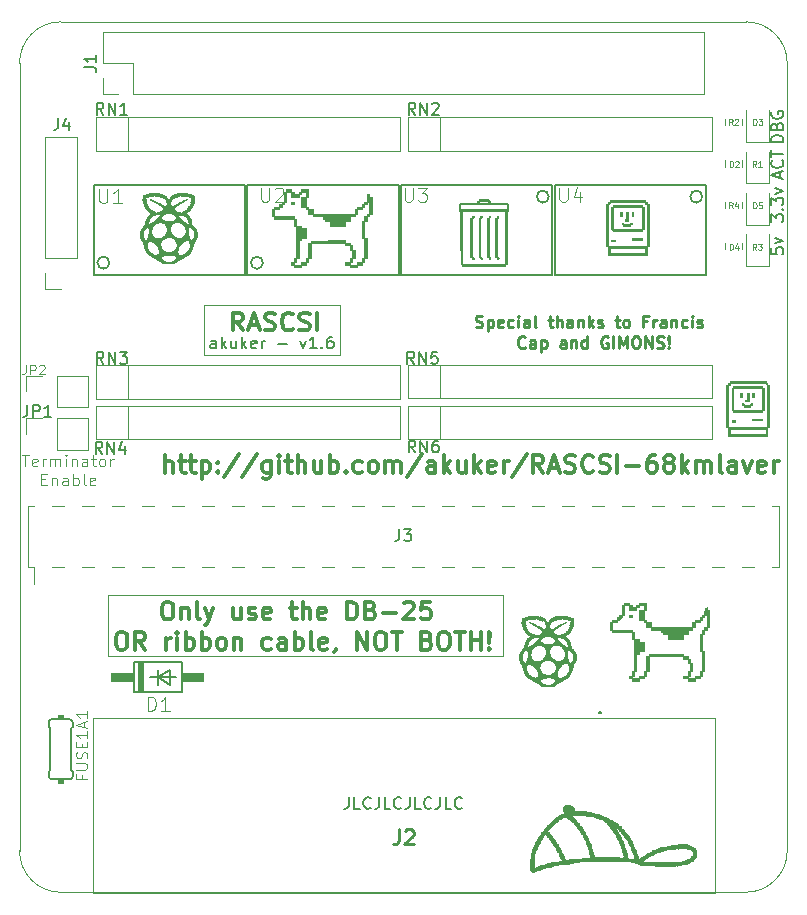
<source format=gbr>
%TF.GenerationSoftware,KiCad,Pcbnew,(5.1.4)-1*%
%TF.CreationDate,2020-08-14T14:12:09-05:00*%
%TF.ProjectId,rascsi_din,72617363-7369-45f6-9469-6e2e6b696361,rev?*%
%TF.SameCoordinates,Original*%
%TF.FileFunction,Legend,Top*%
%TF.FilePolarity,Positive*%
%FSLAX46Y46*%
G04 Gerber Fmt 4.6, Leading zero omitted, Abs format (unit mm)*
G04 Created by KiCad (PCBNEW (5.1.4)-1) date 2020-08-14 14:12:09*
%MOMM*%
%LPD*%
G04 APERTURE LIST*
%ADD10C,0.100000*%
%ADD11C,0.120000*%
%ADD12C,0.050000*%
%ADD13C,0.150000*%
%ADD14C,0.300000*%
%ADD15C,0.250000*%
%ADD16C,0.200000*%
%ADD17C,0.010000*%
%ADD18C,0.203200*%
%ADD19C,0.152400*%
%ADD20C,0.254000*%
%ADD21C,0.096520*%
%ADD22C,0.094107*%
%ADD23C,0.120650*%
G04 APERTURE END LIST*
D10*
X174719047Y-79152380D02*
X175290476Y-79152380D01*
X175004761Y-80152380D02*
X175004761Y-79152380D01*
X176004761Y-80104761D02*
X175909523Y-80152380D01*
X175719047Y-80152380D01*
X175623809Y-80104761D01*
X175576190Y-80009523D01*
X175576190Y-79628571D01*
X175623809Y-79533333D01*
X175719047Y-79485714D01*
X175909523Y-79485714D01*
X176004761Y-79533333D01*
X176052380Y-79628571D01*
X176052380Y-79723809D01*
X175576190Y-79819047D01*
X176480952Y-80152380D02*
X176480952Y-79485714D01*
X176480952Y-79676190D02*
X176528571Y-79580952D01*
X176576190Y-79533333D01*
X176671428Y-79485714D01*
X176766666Y-79485714D01*
X177100000Y-80152380D02*
X177100000Y-79485714D01*
X177100000Y-79580952D02*
X177147619Y-79533333D01*
X177242857Y-79485714D01*
X177385714Y-79485714D01*
X177480952Y-79533333D01*
X177528571Y-79628571D01*
X177528571Y-80152380D01*
X177528571Y-79628571D02*
X177576190Y-79533333D01*
X177671428Y-79485714D01*
X177814285Y-79485714D01*
X177909523Y-79533333D01*
X177957142Y-79628571D01*
X177957142Y-80152380D01*
X178433333Y-80152380D02*
X178433333Y-79485714D01*
X178433333Y-79152380D02*
X178385714Y-79200000D01*
X178433333Y-79247619D01*
X178480952Y-79200000D01*
X178433333Y-79152380D01*
X178433333Y-79247619D01*
X178909523Y-79485714D02*
X178909523Y-80152380D01*
X178909523Y-79580952D02*
X178957142Y-79533333D01*
X179052380Y-79485714D01*
X179195238Y-79485714D01*
X179290476Y-79533333D01*
X179338095Y-79628571D01*
X179338095Y-80152380D01*
X180242857Y-80152380D02*
X180242857Y-79628571D01*
X180195238Y-79533333D01*
X180100000Y-79485714D01*
X179909523Y-79485714D01*
X179814285Y-79533333D01*
X180242857Y-80104761D02*
X180147619Y-80152380D01*
X179909523Y-80152380D01*
X179814285Y-80104761D01*
X179766666Y-80009523D01*
X179766666Y-79914285D01*
X179814285Y-79819047D01*
X179909523Y-79771428D01*
X180147619Y-79771428D01*
X180242857Y-79723809D01*
X180576190Y-79485714D02*
X180957142Y-79485714D01*
X180719047Y-79152380D02*
X180719047Y-80009523D01*
X180766666Y-80104761D01*
X180861904Y-80152380D01*
X180957142Y-80152380D01*
X181433333Y-80152380D02*
X181338095Y-80104761D01*
X181290476Y-80057142D01*
X181242857Y-79961904D01*
X181242857Y-79676190D01*
X181290476Y-79580952D01*
X181338095Y-79533333D01*
X181433333Y-79485714D01*
X181576190Y-79485714D01*
X181671428Y-79533333D01*
X181719047Y-79580952D01*
X181766666Y-79676190D01*
X181766666Y-79961904D01*
X181719047Y-80057142D01*
X181671428Y-80104761D01*
X181576190Y-80152380D01*
X181433333Y-80152380D01*
X182195238Y-80152380D02*
X182195238Y-79485714D01*
X182195238Y-79676190D02*
X182242857Y-79580952D01*
X182290476Y-79533333D01*
X182385714Y-79485714D01*
X182480952Y-79485714D01*
X176338095Y-81228571D02*
X176671428Y-81228571D01*
X176814285Y-81752380D02*
X176338095Y-81752380D01*
X176338095Y-80752380D01*
X176814285Y-80752380D01*
X177242857Y-81085714D02*
X177242857Y-81752380D01*
X177242857Y-81180952D02*
X177290476Y-81133333D01*
X177385714Y-81085714D01*
X177528571Y-81085714D01*
X177623809Y-81133333D01*
X177671428Y-81228571D01*
X177671428Y-81752380D01*
X178576190Y-81752380D02*
X178576190Y-81228571D01*
X178528571Y-81133333D01*
X178433333Y-81085714D01*
X178242857Y-81085714D01*
X178147619Y-81133333D01*
X178576190Y-81704761D02*
X178480952Y-81752380D01*
X178242857Y-81752380D01*
X178147619Y-81704761D01*
X178100000Y-81609523D01*
X178100000Y-81514285D01*
X178147619Y-81419047D01*
X178242857Y-81371428D01*
X178480952Y-81371428D01*
X178576190Y-81323809D01*
X179052380Y-81752380D02*
X179052380Y-80752380D01*
X179052380Y-81133333D02*
X179147619Y-81085714D01*
X179338095Y-81085714D01*
X179433333Y-81133333D01*
X179480952Y-81180952D01*
X179528571Y-81276190D01*
X179528571Y-81561904D01*
X179480952Y-81657142D01*
X179433333Y-81704761D01*
X179338095Y-81752380D01*
X179147619Y-81752380D01*
X179052380Y-81704761D01*
X180100000Y-81752380D02*
X180004761Y-81704761D01*
X179957142Y-81609523D01*
X179957142Y-80752380D01*
X180861904Y-81704761D02*
X180766666Y-81752380D01*
X180576190Y-81752380D01*
X180480952Y-81704761D01*
X180433333Y-81609523D01*
X180433333Y-81228571D01*
X180480952Y-81133333D01*
X180576190Y-81085714D01*
X180766666Y-81085714D01*
X180861904Y-81133333D01*
X180909523Y-81228571D01*
X180909523Y-81323809D01*
X180433333Y-81419047D01*
D11*
X182000000Y-96200000D02*
X182000000Y-91000000D01*
X215400000Y-96200000D02*
X182000000Y-96200000D01*
X215400000Y-91000000D02*
X215400000Y-96200000D01*
X182000000Y-91000000D02*
X215400000Y-91000000D01*
D12*
X178000000Y-116200000D02*
X236000000Y-116200000D01*
X178000000Y-116200000D02*
G75*
G02X174500000Y-112700000I0J3500000D01*
G01*
X239500000Y-112700000D02*
G75*
G02X236000000Y-116200000I-3500000J0D01*
G01*
X174500000Y-46000000D02*
X174500000Y-112700000D01*
X239500000Y-46000000D02*
X239500000Y-112700000D01*
X178000000Y-42500000D02*
X236000000Y-42500000D01*
X174500000Y-46000000D02*
G75*
G02X178000000Y-42500000I3500000J0D01*
G01*
X236000000Y-42500000D02*
G75*
G02X239500000Y-46000000I0J-3500000D01*
G01*
D11*
X201630000Y-66450000D02*
X190130000Y-66450000D01*
X201630000Y-70700000D02*
X201630000Y-66450000D01*
X190130000Y-70700000D02*
X201630000Y-70700000D01*
X190130000Y-66450000D02*
X190130000Y-70700000D01*
D13*
X202380952Y-108152380D02*
X202380952Y-108866666D01*
X202333333Y-109009523D01*
X202238095Y-109104761D01*
X202095238Y-109152380D01*
X202000000Y-109152380D01*
X203333333Y-109152380D02*
X202857142Y-109152380D01*
X202857142Y-108152380D01*
X204238095Y-109057142D02*
X204190476Y-109104761D01*
X204047619Y-109152380D01*
X203952380Y-109152380D01*
X203809523Y-109104761D01*
X203714285Y-109009523D01*
X203666666Y-108914285D01*
X203619047Y-108723809D01*
X203619047Y-108580952D01*
X203666666Y-108390476D01*
X203714285Y-108295238D01*
X203809523Y-108200000D01*
X203952380Y-108152380D01*
X204047619Y-108152380D01*
X204190476Y-108200000D01*
X204238095Y-108247619D01*
X204952380Y-108152380D02*
X204952380Y-108866666D01*
X204904761Y-109009523D01*
X204809523Y-109104761D01*
X204666666Y-109152380D01*
X204571428Y-109152380D01*
X205904761Y-109152380D02*
X205428571Y-109152380D01*
X205428571Y-108152380D01*
X206809523Y-109057142D02*
X206761904Y-109104761D01*
X206619047Y-109152380D01*
X206523809Y-109152380D01*
X206380952Y-109104761D01*
X206285714Y-109009523D01*
X206238095Y-108914285D01*
X206190476Y-108723809D01*
X206190476Y-108580952D01*
X206238095Y-108390476D01*
X206285714Y-108295238D01*
X206380952Y-108200000D01*
X206523809Y-108152380D01*
X206619047Y-108152380D01*
X206761904Y-108200000D01*
X206809523Y-108247619D01*
X207523809Y-108152380D02*
X207523809Y-108866666D01*
X207476190Y-109009523D01*
X207380952Y-109104761D01*
X207238095Y-109152380D01*
X207142857Y-109152380D01*
X208476190Y-109152380D02*
X208000000Y-109152380D01*
X208000000Y-108152380D01*
X209380952Y-109057142D02*
X209333333Y-109104761D01*
X209190476Y-109152380D01*
X209095238Y-109152380D01*
X208952380Y-109104761D01*
X208857142Y-109009523D01*
X208809523Y-108914285D01*
X208761904Y-108723809D01*
X208761904Y-108580952D01*
X208809523Y-108390476D01*
X208857142Y-108295238D01*
X208952380Y-108200000D01*
X209095238Y-108152380D01*
X209190476Y-108152380D01*
X209333333Y-108200000D01*
X209380952Y-108247619D01*
X210095238Y-108152380D02*
X210095238Y-108866666D01*
X210047619Y-109009523D01*
X209952380Y-109104761D01*
X209809523Y-109152380D01*
X209714285Y-109152380D01*
X211047619Y-109152380D02*
X210571428Y-109152380D01*
X210571428Y-108152380D01*
X211952380Y-109057142D02*
X211904761Y-109104761D01*
X211761904Y-109152380D01*
X211666666Y-109152380D01*
X211523809Y-109104761D01*
X211428571Y-109009523D01*
X211380952Y-108914285D01*
X211333333Y-108723809D01*
X211333333Y-108580952D01*
X211380952Y-108390476D01*
X211428571Y-108295238D01*
X211523809Y-108200000D01*
X211666666Y-108152380D01*
X211761904Y-108152380D01*
X211904761Y-108200000D01*
X211952380Y-108247619D01*
X239152380Y-52661904D02*
X238152380Y-52661904D01*
X238152380Y-52423809D01*
X238200000Y-52280952D01*
X238295238Y-52185714D01*
X238390476Y-52138095D01*
X238580952Y-52090476D01*
X238723809Y-52090476D01*
X238914285Y-52138095D01*
X239009523Y-52185714D01*
X239104761Y-52280952D01*
X239152380Y-52423809D01*
X239152380Y-52661904D01*
X238628571Y-51328571D02*
X238676190Y-51185714D01*
X238723809Y-51138095D01*
X238819047Y-51090476D01*
X238961904Y-51090476D01*
X239057142Y-51138095D01*
X239104761Y-51185714D01*
X239152380Y-51280952D01*
X239152380Y-51661904D01*
X238152380Y-51661904D01*
X238152380Y-51328571D01*
X238200000Y-51233333D01*
X238247619Y-51185714D01*
X238342857Y-51138095D01*
X238438095Y-51138095D01*
X238533333Y-51185714D01*
X238580952Y-51233333D01*
X238628571Y-51328571D01*
X238628571Y-51661904D01*
X238200000Y-50138095D02*
X238152380Y-50233333D01*
X238152380Y-50376190D01*
X238200000Y-50519047D01*
X238295238Y-50614285D01*
X238390476Y-50661904D01*
X238580952Y-50709523D01*
X238723809Y-50709523D01*
X238914285Y-50661904D01*
X239009523Y-50614285D01*
X239104761Y-50519047D01*
X239152380Y-50376190D01*
X239152380Y-50280952D01*
X239104761Y-50138095D01*
X239057142Y-50090476D01*
X238723809Y-50090476D01*
X238723809Y-50280952D01*
X238152380Y-61642857D02*
X238152380Y-62119047D01*
X238628571Y-62166666D01*
X238580952Y-62119047D01*
X238533333Y-62023809D01*
X238533333Y-61785714D01*
X238580952Y-61690476D01*
X238628571Y-61642857D01*
X238723809Y-61595238D01*
X238961904Y-61595238D01*
X239057142Y-61642857D01*
X239104761Y-61690476D01*
X239152380Y-61785714D01*
X239152380Y-62023809D01*
X239104761Y-62119047D01*
X239057142Y-62166666D01*
X238485714Y-61261904D02*
X239152380Y-61023809D01*
X238485714Y-60785714D01*
X238866666Y-55719047D02*
X238866666Y-55242857D01*
X239152380Y-55814285D02*
X238152380Y-55480952D01*
X239152380Y-55147619D01*
X239057142Y-54242857D02*
X239104761Y-54290476D01*
X239152380Y-54433333D01*
X239152380Y-54528571D01*
X239104761Y-54671428D01*
X239009523Y-54766666D01*
X238914285Y-54814285D01*
X238723809Y-54861904D01*
X238580952Y-54861904D01*
X238390476Y-54814285D01*
X238295238Y-54766666D01*
X238200000Y-54671428D01*
X238152380Y-54528571D01*
X238152380Y-54433333D01*
X238200000Y-54290476D01*
X238247619Y-54242857D01*
X238152380Y-53957142D02*
X238152380Y-53385714D01*
X239152380Y-53671428D02*
X238152380Y-53671428D01*
X238152380Y-59428571D02*
X238152380Y-58809523D01*
X238533333Y-59142857D01*
X238533333Y-59000000D01*
X238580952Y-58904761D01*
X238628571Y-58857142D01*
X238723809Y-58809523D01*
X238961904Y-58809523D01*
X239057142Y-58857142D01*
X239104761Y-58904761D01*
X239152380Y-59000000D01*
X239152380Y-59285714D01*
X239104761Y-59380952D01*
X239057142Y-59428571D01*
X239057142Y-58380952D02*
X239104761Y-58333333D01*
X239152380Y-58380952D01*
X239104761Y-58428571D01*
X239057142Y-58380952D01*
X239152380Y-58380952D01*
X238152380Y-58000000D02*
X238152380Y-57380952D01*
X238533333Y-57714285D01*
X238533333Y-57571428D01*
X238580952Y-57476190D01*
X238628571Y-57428571D01*
X238723809Y-57380952D01*
X238961904Y-57380952D01*
X239057142Y-57428571D01*
X239104761Y-57476190D01*
X239152380Y-57571428D01*
X239152380Y-57857142D01*
X239104761Y-57952380D01*
X239057142Y-58000000D01*
X238485714Y-57047619D02*
X239152380Y-56809523D01*
X238485714Y-56571428D01*
X191141904Y-70152380D02*
X191141904Y-69628571D01*
X191094285Y-69533333D01*
X190999047Y-69485714D01*
X190808571Y-69485714D01*
X190713333Y-69533333D01*
X191141904Y-70104761D02*
X191046666Y-70152380D01*
X190808571Y-70152380D01*
X190713333Y-70104761D01*
X190665714Y-70009523D01*
X190665714Y-69914285D01*
X190713333Y-69819047D01*
X190808571Y-69771428D01*
X191046666Y-69771428D01*
X191141904Y-69723809D01*
X191618095Y-70152380D02*
X191618095Y-69152380D01*
X191713333Y-69771428D02*
X191999047Y-70152380D01*
X191999047Y-69485714D02*
X191618095Y-69866666D01*
X192856190Y-69485714D02*
X192856190Y-70152380D01*
X192427619Y-69485714D02*
X192427619Y-70009523D01*
X192475238Y-70104761D01*
X192570476Y-70152380D01*
X192713333Y-70152380D01*
X192808571Y-70104761D01*
X192856190Y-70057142D01*
X193332380Y-70152380D02*
X193332380Y-69152380D01*
X193427619Y-69771428D02*
X193713333Y-70152380D01*
X193713333Y-69485714D02*
X193332380Y-69866666D01*
X194522857Y-70104761D02*
X194427619Y-70152380D01*
X194237142Y-70152380D01*
X194141904Y-70104761D01*
X194094285Y-70009523D01*
X194094285Y-69628571D01*
X194141904Y-69533333D01*
X194237142Y-69485714D01*
X194427619Y-69485714D01*
X194522857Y-69533333D01*
X194570476Y-69628571D01*
X194570476Y-69723809D01*
X194094285Y-69819047D01*
X194999047Y-70152380D02*
X194999047Y-69485714D01*
X194999047Y-69676190D02*
X195046666Y-69580952D01*
X195094285Y-69533333D01*
X195189523Y-69485714D01*
X195284761Y-69485714D01*
X196380000Y-69771428D02*
X197141904Y-69771428D01*
X198284761Y-69485714D02*
X198522857Y-70152380D01*
X198760952Y-69485714D01*
X199665714Y-70152380D02*
X199094285Y-70152380D01*
X199380000Y-70152380D02*
X199380000Y-69152380D01*
X199284761Y-69295238D01*
X199189523Y-69390476D01*
X199094285Y-69438095D01*
X200094285Y-70057142D02*
X200141904Y-70104761D01*
X200094285Y-70152380D01*
X200046666Y-70104761D01*
X200094285Y-70057142D01*
X200094285Y-70152380D01*
X200999047Y-69152380D02*
X200808571Y-69152380D01*
X200713333Y-69200000D01*
X200665714Y-69247619D01*
X200570476Y-69390476D01*
X200522857Y-69580952D01*
X200522857Y-69961904D01*
X200570476Y-70057142D01*
X200618095Y-70104761D01*
X200713333Y-70152380D01*
X200903809Y-70152380D01*
X200999047Y-70104761D01*
X201046666Y-70057142D01*
X201094285Y-69961904D01*
X201094285Y-69723809D01*
X201046666Y-69628571D01*
X200999047Y-69580952D01*
X200903809Y-69533333D01*
X200713333Y-69533333D01*
X200618095Y-69580952D01*
X200570476Y-69628571D01*
X200522857Y-69723809D01*
D14*
X193415714Y-68628571D02*
X192915714Y-67914285D01*
X192558571Y-68628571D02*
X192558571Y-67128571D01*
X193130000Y-67128571D01*
X193272857Y-67200000D01*
X193344285Y-67271428D01*
X193415714Y-67414285D01*
X193415714Y-67628571D01*
X193344285Y-67771428D01*
X193272857Y-67842857D01*
X193130000Y-67914285D01*
X192558571Y-67914285D01*
X193987142Y-68200000D02*
X194701428Y-68200000D01*
X193844285Y-68628571D02*
X194344285Y-67128571D01*
X194844285Y-68628571D01*
X195272857Y-68557142D02*
X195487142Y-68628571D01*
X195844285Y-68628571D01*
X195987142Y-68557142D01*
X196058571Y-68485714D01*
X196130000Y-68342857D01*
X196130000Y-68200000D01*
X196058571Y-68057142D01*
X195987142Y-67985714D01*
X195844285Y-67914285D01*
X195558571Y-67842857D01*
X195415714Y-67771428D01*
X195344285Y-67700000D01*
X195272857Y-67557142D01*
X195272857Y-67414285D01*
X195344285Y-67271428D01*
X195415714Y-67200000D01*
X195558571Y-67128571D01*
X195915714Y-67128571D01*
X196130000Y-67200000D01*
X197630000Y-68485714D02*
X197558571Y-68557142D01*
X197344285Y-68628571D01*
X197201428Y-68628571D01*
X196987142Y-68557142D01*
X196844285Y-68414285D01*
X196772857Y-68271428D01*
X196701428Y-67985714D01*
X196701428Y-67771428D01*
X196772857Y-67485714D01*
X196844285Y-67342857D01*
X196987142Y-67200000D01*
X197201428Y-67128571D01*
X197344285Y-67128571D01*
X197558571Y-67200000D01*
X197630000Y-67271428D01*
X198201428Y-68557142D02*
X198415714Y-68628571D01*
X198772857Y-68628571D01*
X198915714Y-68557142D01*
X198987142Y-68485714D01*
X199058571Y-68342857D01*
X199058571Y-68200000D01*
X198987142Y-68057142D01*
X198915714Y-67985714D01*
X198772857Y-67914285D01*
X198487142Y-67842857D01*
X198344285Y-67771428D01*
X198272857Y-67700000D01*
X198201428Y-67557142D01*
X198201428Y-67414285D01*
X198272857Y-67271428D01*
X198344285Y-67200000D01*
X198487142Y-67128571D01*
X198844285Y-67128571D01*
X199058571Y-67200000D01*
X199701428Y-68628571D02*
X199701428Y-67128571D01*
X186842857Y-80678571D02*
X186842857Y-79178571D01*
X187485714Y-80678571D02*
X187485714Y-79892857D01*
X187414285Y-79750000D01*
X187271428Y-79678571D01*
X187057142Y-79678571D01*
X186914285Y-79750000D01*
X186842857Y-79821428D01*
X187985714Y-79678571D02*
X188557142Y-79678571D01*
X188200000Y-79178571D02*
X188200000Y-80464285D01*
X188271428Y-80607142D01*
X188414285Y-80678571D01*
X188557142Y-80678571D01*
X188842857Y-79678571D02*
X189414285Y-79678571D01*
X189057142Y-79178571D02*
X189057142Y-80464285D01*
X189128571Y-80607142D01*
X189271428Y-80678571D01*
X189414285Y-80678571D01*
X189914285Y-79678571D02*
X189914285Y-81178571D01*
X189914285Y-79750000D02*
X190057142Y-79678571D01*
X190342857Y-79678571D01*
X190485714Y-79750000D01*
X190557142Y-79821428D01*
X190628571Y-79964285D01*
X190628571Y-80392857D01*
X190557142Y-80535714D01*
X190485714Y-80607142D01*
X190342857Y-80678571D01*
X190057142Y-80678571D01*
X189914285Y-80607142D01*
X191271428Y-80535714D02*
X191342857Y-80607142D01*
X191271428Y-80678571D01*
X191200000Y-80607142D01*
X191271428Y-80535714D01*
X191271428Y-80678571D01*
X191271428Y-79750000D02*
X191342857Y-79821428D01*
X191271428Y-79892857D01*
X191200000Y-79821428D01*
X191271428Y-79750000D01*
X191271428Y-79892857D01*
X193057142Y-79107142D02*
X191771428Y-81035714D01*
X194628571Y-79107142D02*
X193342857Y-81035714D01*
X195771428Y-79678571D02*
X195771428Y-80892857D01*
X195700000Y-81035714D01*
X195628571Y-81107142D01*
X195485714Y-81178571D01*
X195271428Y-81178571D01*
X195128571Y-81107142D01*
X195771428Y-80607142D02*
X195628571Y-80678571D01*
X195342857Y-80678571D01*
X195200000Y-80607142D01*
X195128571Y-80535714D01*
X195057142Y-80392857D01*
X195057142Y-79964285D01*
X195128571Y-79821428D01*
X195200000Y-79750000D01*
X195342857Y-79678571D01*
X195628571Y-79678571D01*
X195771428Y-79750000D01*
X196485714Y-80678571D02*
X196485714Y-79678571D01*
X196485714Y-79178571D02*
X196414285Y-79250000D01*
X196485714Y-79321428D01*
X196557142Y-79250000D01*
X196485714Y-79178571D01*
X196485714Y-79321428D01*
X196985714Y-79678571D02*
X197557142Y-79678571D01*
X197200000Y-79178571D02*
X197200000Y-80464285D01*
X197271428Y-80607142D01*
X197414285Y-80678571D01*
X197557142Y-80678571D01*
X198057142Y-80678571D02*
X198057142Y-79178571D01*
X198700000Y-80678571D02*
X198700000Y-79892857D01*
X198628571Y-79750000D01*
X198485714Y-79678571D01*
X198271428Y-79678571D01*
X198128571Y-79750000D01*
X198057142Y-79821428D01*
X200057142Y-79678571D02*
X200057142Y-80678571D01*
X199414285Y-79678571D02*
X199414285Y-80464285D01*
X199485714Y-80607142D01*
X199628571Y-80678571D01*
X199842857Y-80678571D01*
X199985714Y-80607142D01*
X200057142Y-80535714D01*
X200771428Y-80678571D02*
X200771428Y-79178571D01*
X200771428Y-79750000D02*
X200914285Y-79678571D01*
X201200000Y-79678571D01*
X201342857Y-79750000D01*
X201414285Y-79821428D01*
X201485714Y-79964285D01*
X201485714Y-80392857D01*
X201414285Y-80535714D01*
X201342857Y-80607142D01*
X201200000Y-80678571D01*
X200914285Y-80678571D01*
X200771428Y-80607142D01*
X202128571Y-80535714D02*
X202200000Y-80607142D01*
X202128571Y-80678571D01*
X202057142Y-80607142D01*
X202128571Y-80535714D01*
X202128571Y-80678571D01*
X203485714Y-80607142D02*
X203342857Y-80678571D01*
X203057142Y-80678571D01*
X202914285Y-80607142D01*
X202842857Y-80535714D01*
X202771428Y-80392857D01*
X202771428Y-79964285D01*
X202842857Y-79821428D01*
X202914285Y-79750000D01*
X203057142Y-79678571D01*
X203342857Y-79678571D01*
X203485714Y-79750000D01*
X204342857Y-80678571D02*
X204200000Y-80607142D01*
X204128571Y-80535714D01*
X204057142Y-80392857D01*
X204057142Y-79964285D01*
X204128571Y-79821428D01*
X204200000Y-79750000D01*
X204342857Y-79678571D01*
X204557142Y-79678571D01*
X204700000Y-79750000D01*
X204771428Y-79821428D01*
X204842857Y-79964285D01*
X204842857Y-80392857D01*
X204771428Y-80535714D01*
X204700000Y-80607142D01*
X204557142Y-80678571D01*
X204342857Y-80678571D01*
X205485714Y-80678571D02*
X205485714Y-79678571D01*
X205485714Y-79821428D02*
X205557142Y-79750000D01*
X205700000Y-79678571D01*
X205914285Y-79678571D01*
X206057142Y-79750000D01*
X206128571Y-79892857D01*
X206128571Y-80678571D01*
X206128571Y-79892857D02*
X206200000Y-79750000D01*
X206342857Y-79678571D01*
X206557142Y-79678571D01*
X206700000Y-79750000D01*
X206771428Y-79892857D01*
X206771428Y-80678571D01*
X208557142Y-79107142D02*
X207271428Y-81035714D01*
X209700000Y-80678571D02*
X209700000Y-79892857D01*
X209628571Y-79750000D01*
X209485714Y-79678571D01*
X209200000Y-79678571D01*
X209057142Y-79750000D01*
X209700000Y-80607142D02*
X209557142Y-80678571D01*
X209200000Y-80678571D01*
X209057142Y-80607142D01*
X208985714Y-80464285D01*
X208985714Y-80321428D01*
X209057142Y-80178571D01*
X209200000Y-80107142D01*
X209557142Y-80107142D01*
X209700000Y-80035714D01*
X210414285Y-80678571D02*
X210414285Y-79178571D01*
X210557142Y-80107142D02*
X210985714Y-80678571D01*
X210985714Y-79678571D02*
X210414285Y-80250000D01*
X212271428Y-79678571D02*
X212271428Y-80678571D01*
X211628571Y-79678571D02*
X211628571Y-80464285D01*
X211700000Y-80607142D01*
X211842857Y-80678571D01*
X212057142Y-80678571D01*
X212200000Y-80607142D01*
X212271428Y-80535714D01*
X212985714Y-80678571D02*
X212985714Y-79178571D01*
X213128571Y-80107142D02*
X213557142Y-80678571D01*
X213557142Y-79678571D02*
X212985714Y-80250000D01*
X214771428Y-80607142D02*
X214628571Y-80678571D01*
X214342857Y-80678571D01*
X214200000Y-80607142D01*
X214128571Y-80464285D01*
X214128571Y-79892857D01*
X214200000Y-79750000D01*
X214342857Y-79678571D01*
X214628571Y-79678571D01*
X214771428Y-79750000D01*
X214842857Y-79892857D01*
X214842857Y-80035714D01*
X214128571Y-80178571D01*
X215485714Y-80678571D02*
X215485714Y-79678571D01*
X215485714Y-79964285D02*
X215557142Y-79821428D01*
X215628571Y-79750000D01*
X215771428Y-79678571D01*
X215914285Y-79678571D01*
X217485714Y-79107142D02*
X216200000Y-81035714D01*
X218842857Y-80678571D02*
X218342857Y-79964285D01*
X217985714Y-80678571D02*
X217985714Y-79178571D01*
X218557142Y-79178571D01*
X218700000Y-79250000D01*
X218771428Y-79321428D01*
X218842857Y-79464285D01*
X218842857Y-79678571D01*
X218771428Y-79821428D01*
X218700000Y-79892857D01*
X218557142Y-79964285D01*
X217985714Y-79964285D01*
X219414285Y-80250000D02*
X220128571Y-80250000D01*
X219271428Y-80678571D02*
X219771428Y-79178571D01*
X220271428Y-80678571D01*
X220700000Y-80607142D02*
X220914285Y-80678571D01*
X221271428Y-80678571D01*
X221414285Y-80607142D01*
X221485714Y-80535714D01*
X221557142Y-80392857D01*
X221557142Y-80250000D01*
X221485714Y-80107142D01*
X221414285Y-80035714D01*
X221271428Y-79964285D01*
X220985714Y-79892857D01*
X220842857Y-79821428D01*
X220771428Y-79750000D01*
X220700000Y-79607142D01*
X220700000Y-79464285D01*
X220771428Y-79321428D01*
X220842857Y-79250000D01*
X220985714Y-79178571D01*
X221342857Y-79178571D01*
X221557142Y-79250000D01*
X223057142Y-80535714D02*
X222985714Y-80607142D01*
X222771428Y-80678571D01*
X222628571Y-80678571D01*
X222414285Y-80607142D01*
X222271428Y-80464285D01*
X222200000Y-80321428D01*
X222128571Y-80035714D01*
X222128571Y-79821428D01*
X222200000Y-79535714D01*
X222271428Y-79392857D01*
X222414285Y-79250000D01*
X222628571Y-79178571D01*
X222771428Y-79178571D01*
X222985714Y-79250000D01*
X223057142Y-79321428D01*
X223628571Y-80607142D02*
X223842857Y-80678571D01*
X224200000Y-80678571D01*
X224342857Y-80607142D01*
X224414285Y-80535714D01*
X224485714Y-80392857D01*
X224485714Y-80250000D01*
X224414285Y-80107142D01*
X224342857Y-80035714D01*
X224200000Y-79964285D01*
X223914285Y-79892857D01*
X223771428Y-79821428D01*
X223700000Y-79750000D01*
X223628571Y-79607142D01*
X223628571Y-79464285D01*
X223700000Y-79321428D01*
X223771428Y-79250000D01*
X223914285Y-79178571D01*
X224271428Y-79178571D01*
X224485714Y-79250000D01*
X225128571Y-80678571D02*
X225128571Y-79178571D01*
X225842857Y-80107142D02*
X226985714Y-80107142D01*
X228342857Y-79178571D02*
X228057142Y-79178571D01*
X227914285Y-79250000D01*
X227842857Y-79321428D01*
X227700000Y-79535714D01*
X227628571Y-79821428D01*
X227628571Y-80392857D01*
X227700000Y-80535714D01*
X227771428Y-80607142D01*
X227914285Y-80678571D01*
X228200000Y-80678571D01*
X228342857Y-80607142D01*
X228414285Y-80535714D01*
X228485714Y-80392857D01*
X228485714Y-80035714D01*
X228414285Y-79892857D01*
X228342857Y-79821428D01*
X228200000Y-79750000D01*
X227914285Y-79750000D01*
X227771428Y-79821428D01*
X227700000Y-79892857D01*
X227628571Y-80035714D01*
X229342857Y-79821428D02*
X229200000Y-79750000D01*
X229128571Y-79678571D01*
X229057142Y-79535714D01*
X229057142Y-79464285D01*
X229128571Y-79321428D01*
X229200000Y-79250000D01*
X229342857Y-79178571D01*
X229628571Y-79178571D01*
X229771428Y-79250000D01*
X229842857Y-79321428D01*
X229914285Y-79464285D01*
X229914285Y-79535714D01*
X229842857Y-79678571D01*
X229771428Y-79750000D01*
X229628571Y-79821428D01*
X229342857Y-79821428D01*
X229200000Y-79892857D01*
X229128571Y-79964285D01*
X229057142Y-80107142D01*
X229057142Y-80392857D01*
X229128571Y-80535714D01*
X229200000Y-80607142D01*
X229342857Y-80678571D01*
X229628571Y-80678571D01*
X229771428Y-80607142D01*
X229842857Y-80535714D01*
X229914285Y-80392857D01*
X229914285Y-80107142D01*
X229842857Y-79964285D01*
X229771428Y-79892857D01*
X229628571Y-79821428D01*
X230557142Y-80678571D02*
X230557142Y-79178571D01*
X230700000Y-80107142D02*
X231128571Y-80678571D01*
X231128571Y-79678571D02*
X230557142Y-80250000D01*
X231771428Y-80678571D02*
X231771428Y-79678571D01*
X231771428Y-79821428D02*
X231842857Y-79750000D01*
X231985714Y-79678571D01*
X232200000Y-79678571D01*
X232342857Y-79750000D01*
X232414285Y-79892857D01*
X232414285Y-80678571D01*
X232414285Y-79892857D02*
X232485714Y-79750000D01*
X232628571Y-79678571D01*
X232842857Y-79678571D01*
X232985714Y-79750000D01*
X233057142Y-79892857D01*
X233057142Y-80678571D01*
X233985714Y-80678571D02*
X233842857Y-80607142D01*
X233771428Y-80464285D01*
X233771428Y-79178571D01*
X235200000Y-80678571D02*
X235200000Y-79892857D01*
X235128571Y-79750000D01*
X234985714Y-79678571D01*
X234700000Y-79678571D01*
X234557142Y-79750000D01*
X235200000Y-80607142D02*
X235057142Y-80678571D01*
X234700000Y-80678571D01*
X234557142Y-80607142D01*
X234485714Y-80464285D01*
X234485714Y-80321428D01*
X234557142Y-80178571D01*
X234700000Y-80107142D01*
X235057142Y-80107142D01*
X235200000Y-80035714D01*
X235771428Y-79678571D02*
X236128571Y-80678571D01*
X236485714Y-79678571D01*
X237628571Y-80607142D02*
X237485714Y-80678571D01*
X237200000Y-80678571D01*
X237057142Y-80607142D01*
X236985714Y-80464285D01*
X236985714Y-79892857D01*
X237057142Y-79750000D01*
X237200000Y-79678571D01*
X237485714Y-79678571D01*
X237628571Y-79750000D01*
X237700000Y-79892857D01*
X237700000Y-80035714D01*
X236985714Y-80178571D01*
X238342857Y-80678571D02*
X238342857Y-79678571D01*
X238342857Y-79964285D02*
X238414285Y-79821428D01*
X238485714Y-79750000D01*
X238628571Y-79678571D01*
X238771428Y-79678571D01*
X186892857Y-91603571D02*
X187178571Y-91603571D01*
X187321428Y-91675000D01*
X187464285Y-91817857D01*
X187535714Y-92103571D01*
X187535714Y-92603571D01*
X187464285Y-92889285D01*
X187321428Y-93032142D01*
X187178571Y-93103571D01*
X186892857Y-93103571D01*
X186750000Y-93032142D01*
X186607142Y-92889285D01*
X186535714Y-92603571D01*
X186535714Y-92103571D01*
X186607142Y-91817857D01*
X186750000Y-91675000D01*
X186892857Y-91603571D01*
X188178571Y-92103571D02*
X188178571Y-93103571D01*
X188178571Y-92246428D02*
X188250000Y-92175000D01*
X188392857Y-92103571D01*
X188607142Y-92103571D01*
X188750000Y-92175000D01*
X188821428Y-92317857D01*
X188821428Y-93103571D01*
X189750000Y-93103571D02*
X189607142Y-93032142D01*
X189535714Y-92889285D01*
X189535714Y-91603571D01*
X190178571Y-92103571D02*
X190535714Y-93103571D01*
X190892857Y-92103571D02*
X190535714Y-93103571D01*
X190392857Y-93460714D01*
X190321428Y-93532142D01*
X190178571Y-93603571D01*
X193250000Y-92103571D02*
X193250000Y-93103571D01*
X192607142Y-92103571D02*
X192607142Y-92889285D01*
X192678571Y-93032142D01*
X192821428Y-93103571D01*
X193035714Y-93103571D01*
X193178571Y-93032142D01*
X193250000Y-92960714D01*
X193892857Y-93032142D02*
X194035714Y-93103571D01*
X194321428Y-93103571D01*
X194464285Y-93032142D01*
X194535714Y-92889285D01*
X194535714Y-92817857D01*
X194464285Y-92675000D01*
X194321428Y-92603571D01*
X194107142Y-92603571D01*
X193964285Y-92532142D01*
X193892857Y-92389285D01*
X193892857Y-92317857D01*
X193964285Y-92175000D01*
X194107142Y-92103571D01*
X194321428Y-92103571D01*
X194464285Y-92175000D01*
X195750000Y-93032142D02*
X195607142Y-93103571D01*
X195321428Y-93103571D01*
X195178571Y-93032142D01*
X195107142Y-92889285D01*
X195107142Y-92317857D01*
X195178571Y-92175000D01*
X195321428Y-92103571D01*
X195607142Y-92103571D01*
X195750000Y-92175000D01*
X195821428Y-92317857D01*
X195821428Y-92460714D01*
X195107142Y-92603571D01*
X197392857Y-92103571D02*
X197964285Y-92103571D01*
X197607142Y-91603571D02*
X197607142Y-92889285D01*
X197678571Y-93032142D01*
X197821428Y-93103571D01*
X197964285Y-93103571D01*
X198464285Y-93103571D02*
X198464285Y-91603571D01*
X199107142Y-93103571D02*
X199107142Y-92317857D01*
X199035714Y-92175000D01*
X198892857Y-92103571D01*
X198678571Y-92103571D01*
X198535714Y-92175000D01*
X198464285Y-92246428D01*
X200392857Y-93032142D02*
X200250000Y-93103571D01*
X199964285Y-93103571D01*
X199821428Y-93032142D01*
X199750000Y-92889285D01*
X199750000Y-92317857D01*
X199821428Y-92175000D01*
X199964285Y-92103571D01*
X200250000Y-92103571D01*
X200392857Y-92175000D01*
X200464285Y-92317857D01*
X200464285Y-92460714D01*
X199750000Y-92603571D01*
X202250000Y-93103571D02*
X202250000Y-91603571D01*
X202607142Y-91603571D01*
X202821428Y-91675000D01*
X202964285Y-91817857D01*
X203035714Y-91960714D01*
X203107142Y-92246428D01*
X203107142Y-92460714D01*
X203035714Y-92746428D01*
X202964285Y-92889285D01*
X202821428Y-93032142D01*
X202607142Y-93103571D01*
X202250000Y-93103571D01*
X204250000Y-92317857D02*
X204464285Y-92389285D01*
X204535714Y-92460714D01*
X204607142Y-92603571D01*
X204607142Y-92817857D01*
X204535714Y-92960714D01*
X204464285Y-93032142D01*
X204321428Y-93103571D01*
X203750000Y-93103571D01*
X203750000Y-91603571D01*
X204250000Y-91603571D01*
X204392857Y-91675000D01*
X204464285Y-91746428D01*
X204535714Y-91889285D01*
X204535714Y-92032142D01*
X204464285Y-92175000D01*
X204392857Y-92246428D01*
X204250000Y-92317857D01*
X203750000Y-92317857D01*
X205250000Y-92532142D02*
X206392857Y-92532142D01*
X207035714Y-91746428D02*
X207107142Y-91675000D01*
X207250000Y-91603571D01*
X207607142Y-91603571D01*
X207750000Y-91675000D01*
X207821428Y-91746428D01*
X207892857Y-91889285D01*
X207892857Y-92032142D01*
X207821428Y-92246428D01*
X206964285Y-93103571D01*
X207892857Y-93103571D01*
X209250000Y-91603571D02*
X208535714Y-91603571D01*
X208464285Y-92317857D01*
X208535714Y-92246428D01*
X208678571Y-92175000D01*
X209035714Y-92175000D01*
X209178571Y-92246428D01*
X209250000Y-92317857D01*
X209321428Y-92460714D01*
X209321428Y-92817857D01*
X209250000Y-92960714D01*
X209178571Y-93032142D01*
X209035714Y-93103571D01*
X208678571Y-93103571D01*
X208535714Y-93032142D01*
X208464285Y-92960714D01*
X183000000Y-94153571D02*
X183285714Y-94153571D01*
X183428571Y-94225000D01*
X183571428Y-94367857D01*
X183642857Y-94653571D01*
X183642857Y-95153571D01*
X183571428Y-95439285D01*
X183428571Y-95582142D01*
X183285714Y-95653571D01*
X183000000Y-95653571D01*
X182857142Y-95582142D01*
X182714285Y-95439285D01*
X182642857Y-95153571D01*
X182642857Y-94653571D01*
X182714285Y-94367857D01*
X182857142Y-94225000D01*
X183000000Y-94153571D01*
X185142857Y-95653571D02*
X184642857Y-94939285D01*
X184285714Y-95653571D02*
X184285714Y-94153571D01*
X184857142Y-94153571D01*
X185000000Y-94225000D01*
X185071428Y-94296428D01*
X185142857Y-94439285D01*
X185142857Y-94653571D01*
X185071428Y-94796428D01*
X185000000Y-94867857D01*
X184857142Y-94939285D01*
X184285714Y-94939285D01*
X186928571Y-95653571D02*
X186928571Y-94653571D01*
X186928571Y-94939285D02*
X187000000Y-94796428D01*
X187071428Y-94725000D01*
X187214285Y-94653571D01*
X187357142Y-94653571D01*
X187857142Y-95653571D02*
X187857142Y-94653571D01*
X187857142Y-94153571D02*
X187785714Y-94225000D01*
X187857142Y-94296428D01*
X187928571Y-94225000D01*
X187857142Y-94153571D01*
X187857142Y-94296428D01*
X188571428Y-95653571D02*
X188571428Y-94153571D01*
X188571428Y-94725000D02*
X188714285Y-94653571D01*
X189000000Y-94653571D01*
X189142857Y-94725000D01*
X189214285Y-94796428D01*
X189285714Y-94939285D01*
X189285714Y-95367857D01*
X189214285Y-95510714D01*
X189142857Y-95582142D01*
X189000000Y-95653571D01*
X188714285Y-95653571D01*
X188571428Y-95582142D01*
X189928571Y-95653571D02*
X189928571Y-94153571D01*
X189928571Y-94725000D02*
X190071428Y-94653571D01*
X190357142Y-94653571D01*
X190500000Y-94725000D01*
X190571428Y-94796428D01*
X190642857Y-94939285D01*
X190642857Y-95367857D01*
X190571428Y-95510714D01*
X190500000Y-95582142D01*
X190357142Y-95653571D01*
X190071428Y-95653571D01*
X189928571Y-95582142D01*
X191500000Y-95653571D02*
X191357142Y-95582142D01*
X191285714Y-95510714D01*
X191214285Y-95367857D01*
X191214285Y-94939285D01*
X191285714Y-94796428D01*
X191357142Y-94725000D01*
X191500000Y-94653571D01*
X191714285Y-94653571D01*
X191857142Y-94725000D01*
X191928571Y-94796428D01*
X192000000Y-94939285D01*
X192000000Y-95367857D01*
X191928571Y-95510714D01*
X191857142Y-95582142D01*
X191714285Y-95653571D01*
X191500000Y-95653571D01*
X192642857Y-94653571D02*
X192642857Y-95653571D01*
X192642857Y-94796428D02*
X192714285Y-94725000D01*
X192857142Y-94653571D01*
X193071428Y-94653571D01*
X193214285Y-94725000D01*
X193285714Y-94867857D01*
X193285714Y-95653571D01*
X195785714Y-95582142D02*
X195642857Y-95653571D01*
X195357142Y-95653571D01*
X195214285Y-95582142D01*
X195142857Y-95510714D01*
X195071428Y-95367857D01*
X195071428Y-94939285D01*
X195142857Y-94796428D01*
X195214285Y-94725000D01*
X195357142Y-94653571D01*
X195642857Y-94653571D01*
X195785714Y-94725000D01*
X197071428Y-95653571D02*
X197071428Y-94867857D01*
X197000000Y-94725000D01*
X196857142Y-94653571D01*
X196571428Y-94653571D01*
X196428571Y-94725000D01*
X197071428Y-95582142D02*
X196928571Y-95653571D01*
X196571428Y-95653571D01*
X196428571Y-95582142D01*
X196357142Y-95439285D01*
X196357142Y-95296428D01*
X196428571Y-95153571D01*
X196571428Y-95082142D01*
X196928571Y-95082142D01*
X197071428Y-95010714D01*
X197785714Y-95653571D02*
X197785714Y-94153571D01*
X197785714Y-94725000D02*
X197928571Y-94653571D01*
X198214285Y-94653571D01*
X198357142Y-94725000D01*
X198428571Y-94796428D01*
X198500000Y-94939285D01*
X198500000Y-95367857D01*
X198428571Y-95510714D01*
X198357142Y-95582142D01*
X198214285Y-95653571D01*
X197928571Y-95653571D01*
X197785714Y-95582142D01*
X199357142Y-95653571D02*
X199214285Y-95582142D01*
X199142857Y-95439285D01*
X199142857Y-94153571D01*
X200500000Y-95582142D02*
X200357142Y-95653571D01*
X200071428Y-95653571D01*
X199928571Y-95582142D01*
X199857142Y-95439285D01*
X199857142Y-94867857D01*
X199928571Y-94725000D01*
X200071428Y-94653571D01*
X200357142Y-94653571D01*
X200500000Y-94725000D01*
X200571428Y-94867857D01*
X200571428Y-95010714D01*
X199857142Y-95153571D01*
X201285714Y-95582142D02*
X201285714Y-95653571D01*
X201214285Y-95796428D01*
X201142857Y-95867857D01*
X203071428Y-95653571D02*
X203071428Y-94153571D01*
X203928571Y-95653571D01*
X203928571Y-94153571D01*
X204928571Y-94153571D02*
X205214285Y-94153571D01*
X205357142Y-94225000D01*
X205500000Y-94367857D01*
X205571428Y-94653571D01*
X205571428Y-95153571D01*
X205500000Y-95439285D01*
X205357142Y-95582142D01*
X205214285Y-95653571D01*
X204928571Y-95653571D01*
X204785714Y-95582142D01*
X204642857Y-95439285D01*
X204571428Y-95153571D01*
X204571428Y-94653571D01*
X204642857Y-94367857D01*
X204785714Y-94225000D01*
X204928571Y-94153571D01*
X206000000Y-94153571D02*
X206857142Y-94153571D01*
X206428571Y-95653571D02*
X206428571Y-94153571D01*
X209000000Y-94867857D02*
X209214285Y-94939285D01*
X209285714Y-95010714D01*
X209357142Y-95153571D01*
X209357142Y-95367857D01*
X209285714Y-95510714D01*
X209214285Y-95582142D01*
X209071428Y-95653571D01*
X208500000Y-95653571D01*
X208500000Y-94153571D01*
X209000000Y-94153571D01*
X209142857Y-94225000D01*
X209214285Y-94296428D01*
X209285714Y-94439285D01*
X209285714Y-94582142D01*
X209214285Y-94725000D01*
X209142857Y-94796428D01*
X209000000Y-94867857D01*
X208500000Y-94867857D01*
X210285714Y-94153571D02*
X210571428Y-94153571D01*
X210714285Y-94225000D01*
X210857142Y-94367857D01*
X210928571Y-94653571D01*
X210928571Y-95153571D01*
X210857142Y-95439285D01*
X210714285Y-95582142D01*
X210571428Y-95653571D01*
X210285714Y-95653571D01*
X210142857Y-95582142D01*
X210000000Y-95439285D01*
X209928571Y-95153571D01*
X209928571Y-94653571D01*
X210000000Y-94367857D01*
X210142857Y-94225000D01*
X210285714Y-94153571D01*
X211357142Y-94153571D02*
X212214285Y-94153571D01*
X211785714Y-95653571D02*
X211785714Y-94153571D01*
X212714285Y-95653571D02*
X212714285Y-94153571D01*
X212714285Y-94867857D02*
X213571428Y-94867857D01*
X213571428Y-95653571D02*
X213571428Y-94153571D01*
X214285714Y-95510714D02*
X214357142Y-95582142D01*
X214285714Y-95653571D01*
X214214285Y-95582142D01*
X214285714Y-95510714D01*
X214285714Y-95653571D01*
X214285714Y-95082142D02*
X214214285Y-94225000D01*
X214285714Y-94153571D01*
X214357142Y-94225000D01*
X214285714Y-95082142D01*
X214285714Y-94153571D01*
D15*
X213123809Y-68329761D02*
X213266666Y-68377380D01*
X213504761Y-68377380D01*
X213600000Y-68329761D01*
X213647619Y-68282142D01*
X213695238Y-68186904D01*
X213695238Y-68091666D01*
X213647619Y-67996428D01*
X213600000Y-67948809D01*
X213504761Y-67901190D01*
X213314285Y-67853571D01*
X213219047Y-67805952D01*
X213171428Y-67758333D01*
X213123809Y-67663095D01*
X213123809Y-67567857D01*
X213171428Y-67472619D01*
X213219047Y-67425000D01*
X213314285Y-67377380D01*
X213552380Y-67377380D01*
X213695238Y-67425000D01*
X214123809Y-67710714D02*
X214123809Y-68710714D01*
X214123809Y-67758333D02*
X214219047Y-67710714D01*
X214409523Y-67710714D01*
X214504761Y-67758333D01*
X214552380Y-67805952D01*
X214600000Y-67901190D01*
X214600000Y-68186904D01*
X214552380Y-68282142D01*
X214504761Y-68329761D01*
X214409523Y-68377380D01*
X214219047Y-68377380D01*
X214123809Y-68329761D01*
X215409523Y-68329761D02*
X215314285Y-68377380D01*
X215123809Y-68377380D01*
X215028571Y-68329761D01*
X214980952Y-68234523D01*
X214980952Y-67853571D01*
X215028571Y-67758333D01*
X215123809Y-67710714D01*
X215314285Y-67710714D01*
X215409523Y-67758333D01*
X215457142Y-67853571D01*
X215457142Y-67948809D01*
X214980952Y-68044047D01*
X216314285Y-68329761D02*
X216219047Y-68377380D01*
X216028571Y-68377380D01*
X215933333Y-68329761D01*
X215885714Y-68282142D01*
X215838095Y-68186904D01*
X215838095Y-67901190D01*
X215885714Y-67805952D01*
X215933333Y-67758333D01*
X216028571Y-67710714D01*
X216219047Y-67710714D01*
X216314285Y-67758333D01*
X216742857Y-68377380D02*
X216742857Y-67710714D01*
X216742857Y-67377380D02*
X216695238Y-67425000D01*
X216742857Y-67472619D01*
X216790476Y-67425000D01*
X216742857Y-67377380D01*
X216742857Y-67472619D01*
X217647619Y-68377380D02*
X217647619Y-67853571D01*
X217600000Y-67758333D01*
X217504761Y-67710714D01*
X217314285Y-67710714D01*
X217219047Y-67758333D01*
X217647619Y-68329761D02*
X217552380Y-68377380D01*
X217314285Y-68377380D01*
X217219047Y-68329761D01*
X217171428Y-68234523D01*
X217171428Y-68139285D01*
X217219047Y-68044047D01*
X217314285Y-67996428D01*
X217552380Y-67996428D01*
X217647619Y-67948809D01*
X218266666Y-68377380D02*
X218171428Y-68329761D01*
X218123809Y-68234523D01*
X218123809Y-67377380D01*
X219266666Y-67710714D02*
X219647619Y-67710714D01*
X219409523Y-67377380D02*
X219409523Y-68234523D01*
X219457142Y-68329761D01*
X219552380Y-68377380D01*
X219647619Y-68377380D01*
X219980952Y-68377380D02*
X219980952Y-67377380D01*
X220409523Y-68377380D02*
X220409523Y-67853571D01*
X220361904Y-67758333D01*
X220266666Y-67710714D01*
X220123809Y-67710714D01*
X220028571Y-67758333D01*
X219980952Y-67805952D01*
X221314285Y-68377380D02*
X221314285Y-67853571D01*
X221266666Y-67758333D01*
X221171428Y-67710714D01*
X220980952Y-67710714D01*
X220885714Y-67758333D01*
X221314285Y-68329761D02*
X221219047Y-68377380D01*
X220980952Y-68377380D01*
X220885714Y-68329761D01*
X220838095Y-68234523D01*
X220838095Y-68139285D01*
X220885714Y-68044047D01*
X220980952Y-67996428D01*
X221219047Y-67996428D01*
X221314285Y-67948809D01*
X221790476Y-67710714D02*
X221790476Y-68377380D01*
X221790476Y-67805952D02*
X221838095Y-67758333D01*
X221933333Y-67710714D01*
X222076190Y-67710714D01*
X222171428Y-67758333D01*
X222219047Y-67853571D01*
X222219047Y-68377380D01*
X222695238Y-68377380D02*
X222695238Y-67377380D01*
X222790476Y-67996428D02*
X223076190Y-68377380D01*
X223076190Y-67710714D02*
X222695238Y-68091666D01*
X223457142Y-68329761D02*
X223552380Y-68377380D01*
X223742857Y-68377380D01*
X223838095Y-68329761D01*
X223885714Y-68234523D01*
X223885714Y-68186904D01*
X223838095Y-68091666D01*
X223742857Y-68044047D01*
X223600000Y-68044047D01*
X223504761Y-67996428D01*
X223457142Y-67901190D01*
X223457142Y-67853571D01*
X223504761Y-67758333D01*
X223600000Y-67710714D01*
X223742857Y-67710714D01*
X223838095Y-67758333D01*
X224933333Y-67710714D02*
X225314285Y-67710714D01*
X225076190Y-67377380D02*
X225076190Y-68234523D01*
X225123809Y-68329761D01*
X225219047Y-68377380D01*
X225314285Y-68377380D01*
X225790476Y-68377380D02*
X225695238Y-68329761D01*
X225647619Y-68282142D01*
X225600000Y-68186904D01*
X225600000Y-67901190D01*
X225647619Y-67805952D01*
X225695238Y-67758333D01*
X225790476Y-67710714D01*
X225933333Y-67710714D01*
X226028571Y-67758333D01*
X226076190Y-67805952D01*
X226123809Y-67901190D01*
X226123809Y-68186904D01*
X226076190Y-68282142D01*
X226028571Y-68329761D01*
X225933333Y-68377380D01*
X225790476Y-68377380D01*
X227647619Y-67853571D02*
X227314285Y-67853571D01*
X227314285Y-68377380D02*
X227314285Y-67377380D01*
X227790476Y-67377380D01*
X228171428Y-68377380D02*
X228171428Y-67710714D01*
X228171428Y-67901190D02*
X228219047Y-67805952D01*
X228266666Y-67758333D01*
X228361904Y-67710714D01*
X228457142Y-67710714D01*
X229219047Y-68377380D02*
X229219047Y-67853571D01*
X229171428Y-67758333D01*
X229076190Y-67710714D01*
X228885714Y-67710714D01*
X228790476Y-67758333D01*
X229219047Y-68329761D02*
X229123809Y-68377380D01*
X228885714Y-68377380D01*
X228790476Y-68329761D01*
X228742857Y-68234523D01*
X228742857Y-68139285D01*
X228790476Y-68044047D01*
X228885714Y-67996428D01*
X229123809Y-67996428D01*
X229219047Y-67948809D01*
X229695238Y-67710714D02*
X229695238Y-68377380D01*
X229695238Y-67805952D02*
X229742857Y-67758333D01*
X229838095Y-67710714D01*
X229980952Y-67710714D01*
X230076190Y-67758333D01*
X230123809Y-67853571D01*
X230123809Y-68377380D01*
X231028571Y-68329761D02*
X230933333Y-68377380D01*
X230742857Y-68377380D01*
X230647619Y-68329761D01*
X230600000Y-68282142D01*
X230552380Y-68186904D01*
X230552380Y-67901190D01*
X230600000Y-67805952D01*
X230647619Y-67758333D01*
X230742857Y-67710714D01*
X230933333Y-67710714D01*
X231028571Y-67758333D01*
X231457142Y-68377380D02*
X231457142Y-67710714D01*
X231457142Y-67377380D02*
X231409523Y-67425000D01*
X231457142Y-67472619D01*
X231504761Y-67425000D01*
X231457142Y-67377380D01*
X231457142Y-67472619D01*
X231885714Y-68329761D02*
X231980952Y-68377380D01*
X232171428Y-68377380D01*
X232266666Y-68329761D01*
X232314285Y-68234523D01*
X232314285Y-68186904D01*
X232266666Y-68091666D01*
X232171428Y-68044047D01*
X232028571Y-68044047D01*
X231933333Y-67996428D01*
X231885714Y-67901190D01*
X231885714Y-67853571D01*
X231933333Y-67758333D01*
X232028571Y-67710714D01*
X232171428Y-67710714D01*
X232266666Y-67758333D01*
X217314285Y-70032142D02*
X217266666Y-70079761D01*
X217123809Y-70127380D01*
X217028571Y-70127380D01*
X216885714Y-70079761D01*
X216790476Y-69984523D01*
X216742857Y-69889285D01*
X216695238Y-69698809D01*
X216695238Y-69555952D01*
X216742857Y-69365476D01*
X216790476Y-69270238D01*
X216885714Y-69175000D01*
X217028571Y-69127380D01*
X217123809Y-69127380D01*
X217266666Y-69175000D01*
X217314285Y-69222619D01*
X218171428Y-70127380D02*
X218171428Y-69603571D01*
X218123809Y-69508333D01*
X218028571Y-69460714D01*
X217838095Y-69460714D01*
X217742857Y-69508333D01*
X218171428Y-70079761D02*
X218076190Y-70127380D01*
X217838095Y-70127380D01*
X217742857Y-70079761D01*
X217695238Y-69984523D01*
X217695238Y-69889285D01*
X217742857Y-69794047D01*
X217838095Y-69746428D01*
X218076190Y-69746428D01*
X218171428Y-69698809D01*
X218647619Y-69460714D02*
X218647619Y-70460714D01*
X218647619Y-69508333D02*
X218742857Y-69460714D01*
X218933333Y-69460714D01*
X219028571Y-69508333D01*
X219076190Y-69555952D01*
X219123809Y-69651190D01*
X219123809Y-69936904D01*
X219076190Y-70032142D01*
X219028571Y-70079761D01*
X218933333Y-70127380D01*
X218742857Y-70127380D01*
X218647619Y-70079761D01*
X220742857Y-70127380D02*
X220742857Y-69603571D01*
X220695238Y-69508333D01*
X220600000Y-69460714D01*
X220409523Y-69460714D01*
X220314285Y-69508333D01*
X220742857Y-70079761D02*
X220647619Y-70127380D01*
X220409523Y-70127380D01*
X220314285Y-70079761D01*
X220266666Y-69984523D01*
X220266666Y-69889285D01*
X220314285Y-69794047D01*
X220409523Y-69746428D01*
X220647619Y-69746428D01*
X220742857Y-69698809D01*
X221219047Y-69460714D02*
X221219047Y-70127380D01*
X221219047Y-69555952D02*
X221266666Y-69508333D01*
X221361904Y-69460714D01*
X221504761Y-69460714D01*
X221600000Y-69508333D01*
X221647619Y-69603571D01*
X221647619Y-70127380D01*
X222552380Y-70127380D02*
X222552380Y-69127380D01*
X222552380Y-70079761D02*
X222457142Y-70127380D01*
X222266666Y-70127380D01*
X222171428Y-70079761D01*
X222123809Y-70032142D01*
X222076190Y-69936904D01*
X222076190Y-69651190D01*
X222123809Y-69555952D01*
X222171428Y-69508333D01*
X222266666Y-69460714D01*
X222457142Y-69460714D01*
X222552380Y-69508333D01*
X224314285Y-69175000D02*
X224219047Y-69127380D01*
X224076190Y-69127380D01*
X223933333Y-69175000D01*
X223838095Y-69270238D01*
X223790476Y-69365476D01*
X223742857Y-69555952D01*
X223742857Y-69698809D01*
X223790476Y-69889285D01*
X223838095Y-69984523D01*
X223933333Y-70079761D01*
X224076190Y-70127380D01*
X224171428Y-70127380D01*
X224314285Y-70079761D01*
X224361904Y-70032142D01*
X224361904Y-69698809D01*
X224171428Y-69698809D01*
X224790476Y-70127380D02*
X224790476Y-69127380D01*
X225266666Y-70127380D02*
X225266666Y-69127380D01*
X225600000Y-69841666D01*
X225933333Y-69127380D01*
X225933333Y-70127380D01*
X226600000Y-69127380D02*
X226790476Y-69127380D01*
X226885714Y-69175000D01*
X226980952Y-69270238D01*
X227028571Y-69460714D01*
X227028571Y-69794047D01*
X226980952Y-69984523D01*
X226885714Y-70079761D01*
X226790476Y-70127380D01*
X226600000Y-70127380D01*
X226504761Y-70079761D01*
X226409523Y-69984523D01*
X226361904Y-69794047D01*
X226361904Y-69460714D01*
X226409523Y-69270238D01*
X226504761Y-69175000D01*
X226600000Y-69127380D01*
X227457142Y-70127380D02*
X227457142Y-69127380D01*
X228028571Y-70127380D01*
X228028571Y-69127380D01*
X228457142Y-70079761D02*
X228600000Y-70127380D01*
X228838095Y-70127380D01*
X228933333Y-70079761D01*
X228980952Y-70032142D01*
X229028571Y-69936904D01*
X229028571Y-69841666D01*
X228980952Y-69746428D01*
X228933333Y-69698809D01*
X228838095Y-69651190D01*
X228647619Y-69603571D01*
X228552380Y-69555952D01*
X228504761Y-69508333D01*
X228457142Y-69413095D01*
X228457142Y-69317857D01*
X228504761Y-69222619D01*
X228552380Y-69175000D01*
X228647619Y-69127380D01*
X228885714Y-69127380D01*
X229028571Y-69175000D01*
X229457142Y-70032142D02*
X229504761Y-70079761D01*
X229457142Y-70127380D01*
X229409523Y-70079761D01*
X229457142Y-70032142D01*
X229457142Y-70127380D01*
X229457142Y-69746428D02*
X229409523Y-69175000D01*
X229457142Y-69127380D01*
X229504761Y-69175000D01*
X229457142Y-69746428D01*
X229457142Y-69127380D01*
D16*
%TO.C,J2*%
X223550000Y-100990000D02*
G75*
G03X223750000Y-100990000I100000J0D01*
G01*
X223750000Y-100990000D02*
G75*
G03X223550000Y-100990000I-100000J0D01*
G01*
X223750000Y-100990000D02*
X223750000Y-100990000D01*
X223550000Y-100990000D02*
X223550000Y-100990000D01*
D10*
X180715000Y-116230000D02*
X180715000Y-101480000D01*
X233345000Y-116230000D02*
X180715000Y-116230000D01*
X233345000Y-101480000D02*
X233345000Y-116230000D01*
X180715000Y-101480000D02*
X233345000Y-101480000D01*
D11*
%TO.C,J1*%
X181550000Y-48600000D02*
X181550000Y-47270000D01*
X182880000Y-48600000D02*
X181550000Y-48600000D01*
X181550000Y-46000000D02*
X181550000Y-43400000D01*
X184150000Y-46000000D02*
X181550000Y-46000000D01*
X184150000Y-48600000D02*
X184150000Y-46000000D01*
X181550000Y-43400000D02*
X232470000Y-43400000D01*
X184150000Y-48600000D02*
X232470000Y-48600000D01*
X232470000Y-48600000D02*
X232470000Y-43400000D01*
D17*
%TO.C,L7*%
G36*
X186025857Y-56969226D02*
G01*
X186044047Y-56970167D01*
X186055809Y-56971847D01*
X186062152Y-56974361D01*
X186062499Y-56974638D01*
X186070786Y-56979759D01*
X186084632Y-56986427D01*
X186101733Y-56993732D01*
X186119782Y-57000764D01*
X186136474Y-57006614D01*
X186149502Y-57010371D01*
X186155331Y-57011269D01*
X186164637Y-57010457D01*
X186179456Y-57008295D01*
X186197023Y-57005201D01*
X186202233Y-57004190D01*
X186228414Y-57000250D01*
X186251948Y-56999901D01*
X186274964Y-57003542D01*
X186299591Y-57011572D01*
X186327958Y-57024393D01*
X186338685Y-57029838D01*
X186383821Y-57053219D01*
X186434222Y-57050685D01*
X186464857Y-57049936D01*
X186490771Y-57051507D01*
X186513579Y-57056063D01*
X186534897Y-57064273D01*
X186556342Y-57076802D01*
X186579529Y-57094318D01*
X186606074Y-57117488D01*
X186614193Y-57124954D01*
X186629732Y-57138743D01*
X186644100Y-57150392D01*
X186655622Y-57158611D01*
X186662284Y-57162037D01*
X186671988Y-57163107D01*
X186686939Y-57163273D01*
X186703965Y-57162503D01*
X186704574Y-57162457D01*
X186735783Y-57160097D01*
X186772643Y-57186223D01*
X186827212Y-57229622D01*
X186879362Y-57280551D01*
X186928450Y-57338265D01*
X186973833Y-57402016D01*
X187010057Y-57462266D01*
X187021933Y-57484801D01*
X187035078Y-57511552D01*
X187048549Y-57540426D01*
X187061407Y-57569330D01*
X187072711Y-57596171D01*
X187081520Y-57618856D01*
X187085131Y-57629333D01*
X187089644Y-57642525D01*
X187093533Y-57652297D01*
X187095400Y-57655751D01*
X187097826Y-57653156D01*
X187102624Y-57643920D01*
X187109197Y-57629330D01*
X187116948Y-57610675D01*
X187120888Y-57600718D01*
X187158655Y-57513887D01*
X187201880Y-57433191D01*
X187250421Y-57358885D01*
X187271465Y-57330788D01*
X187291884Y-57306516D01*
X187316900Y-57279799D01*
X187344616Y-57252435D01*
X187373137Y-57226225D01*
X187400566Y-57202967D01*
X187425007Y-57184460D01*
X187427534Y-57182721D01*
X187463721Y-57158141D01*
X187540683Y-57163603D01*
X187584946Y-57121507D01*
X187609675Y-57098974D01*
X187630643Y-57082147D01*
X187649204Y-57069986D01*
X187657763Y-57065447D01*
X187668973Y-57060085D01*
X187678289Y-57056300D01*
X187687545Y-57053805D01*
X187698576Y-57052316D01*
X187713215Y-57051547D01*
X187733298Y-57051213D01*
X187750090Y-57051095D01*
X187813863Y-57050708D01*
X187857099Y-57029146D01*
X187884646Y-57016057D01*
X187907422Y-57007154D01*
X187927769Y-57002030D01*
X187948029Y-57000278D01*
X187970544Y-57001492D01*
X187996115Y-57005016D01*
X188015803Y-57008068D01*
X188031158Y-57009729D01*
X188044142Y-57009638D01*
X188056722Y-57007431D01*
X188070860Y-57002746D01*
X188088522Y-56995219D01*
X188111671Y-56984488D01*
X188114535Y-56983145D01*
X188127289Y-56977321D01*
X188137700Y-56973355D01*
X188147907Y-56970889D01*
X188160053Y-56969567D01*
X188176279Y-56969034D01*
X188198726Y-56968933D01*
X188200010Y-56968933D01*
X188220786Y-56969222D01*
X188238379Y-56970011D01*
X188251124Y-56971187D01*
X188257358Y-56972634D01*
X188257656Y-56972907D01*
X188262431Y-56977006D01*
X188272290Y-56983559D01*
X188282247Y-56989496D01*
X188304383Y-57002112D01*
X188348833Y-56991967D01*
X188383391Y-56984701D01*
X188411667Y-56980262D01*
X188435304Y-56978504D01*
X188455948Y-56979277D01*
X188469035Y-56981158D01*
X188497459Y-56988913D01*
X188527191Y-57001160D01*
X188553897Y-57016079D01*
X188556732Y-57017990D01*
X188563402Y-57022222D01*
X188570160Y-57025178D01*
X188578695Y-57027117D01*
X188590693Y-57028299D01*
X188607844Y-57028986D01*
X188630815Y-57029423D01*
X188654994Y-57029921D01*
X188672637Y-57030747D01*
X188685677Y-57032182D01*
X188696045Y-57034505D01*
X188705671Y-57037996D01*
X188713140Y-57041349D01*
X188730171Y-57051003D01*
X188747481Y-57063371D01*
X188755383Y-57070190D01*
X188774103Y-57087998D01*
X188799593Y-57083563D01*
X188815374Y-57081673D01*
X188832988Y-57081488D01*
X188854821Y-57083061D01*
X188873766Y-57085222D01*
X188914517Y-57091750D01*
X188948760Y-57100681D01*
X188978294Y-57112783D01*
X189004919Y-57128827D01*
X189030433Y-57149581D01*
X189035628Y-57154429D01*
X189048013Y-57165956D01*
X189056608Y-57172642D01*
X189063673Y-57175569D01*
X189071471Y-57175817D01*
X189078602Y-57174972D01*
X189095622Y-57174452D01*
X189117843Y-57176279D01*
X189142483Y-57179982D01*
X189166759Y-57185089D01*
X189187886Y-57191131D01*
X189198358Y-57195219D01*
X189228028Y-57213221D01*
X189252086Y-57237052D01*
X189269791Y-57265679D01*
X189280397Y-57298068D01*
X189282527Y-57312250D01*
X189282883Y-57342296D01*
X189278711Y-57373694D01*
X189270628Y-57402575D01*
X189266552Y-57412316D01*
X189257805Y-57430924D01*
X189278288Y-57473631D01*
X189290812Y-57502233D01*
X189298315Y-57526419D01*
X189301074Y-57548375D01*
X189299365Y-57570291D01*
X189293526Y-57594151D01*
X189286525Y-57612541D01*
X189276547Y-57633255D01*
X189265728Y-57651867D01*
X189265519Y-57652186D01*
X189256608Y-57666322D01*
X189249892Y-57678114D01*
X189246500Y-57685539D01*
X189246299Y-57686594D01*
X189247844Y-57693559D01*
X189251695Y-57704557D01*
X189253166Y-57708191D01*
X189256981Y-57720459D01*
X189258353Y-57734786D01*
X189257544Y-57754138D01*
X189257377Y-57756174D01*
X189254116Y-57778648D01*
X189247770Y-57800363D01*
X189237593Y-57822963D01*
X189222842Y-57848091D01*
X189202770Y-57877393D01*
X189201905Y-57878593D01*
X189173245Y-57918302D01*
X189178465Y-57940059D01*
X189181034Y-57953494D01*
X189181289Y-57965524D01*
X189179083Y-57979737D01*
X189176380Y-57991366D01*
X189167960Y-58020158D01*
X189157489Y-58044527D01*
X189143650Y-58066529D01*
X189125126Y-58088221D01*
X189100599Y-58111660D01*
X189097691Y-58114245D01*
X189087759Y-58123375D01*
X189081799Y-58130812D01*
X189078557Y-58139347D01*
X189076783Y-58151769D01*
X189075849Y-58162928D01*
X189073617Y-58181230D01*
X189070158Y-58198648D01*
X189066306Y-58211179D01*
X189050443Y-58240533D01*
X189027851Y-58270743D01*
X188999919Y-58300259D01*
X188968038Y-58327532D01*
X188950758Y-58340041D01*
X188933846Y-58352110D01*
X188922489Y-58362198D01*
X188914917Y-58372565D01*
X188909358Y-58385472D01*
X188905599Y-58397629D01*
X188899700Y-58414984D01*
X188892395Y-58432155D01*
X188887877Y-58440838D01*
X188870470Y-58464063D01*
X188846484Y-58486795D01*
X188817766Y-58507730D01*
X188786165Y-58525568D01*
X188753529Y-58539006D01*
X188744649Y-58541748D01*
X188727588Y-58547017D01*
X188716944Y-58551845D01*
X188710869Y-58557618D01*
X188707515Y-58565727D01*
X188706407Y-58570484D01*
X188696866Y-58596322D01*
X188679698Y-58621018D01*
X188655730Y-58643883D01*
X188625789Y-58664230D01*
X188590702Y-58681369D01*
X188560350Y-58692051D01*
X188544917Y-58696887D01*
X188532708Y-58701156D01*
X188525961Y-58704064D01*
X188525466Y-58704411D01*
X188527743Y-58707584D01*
X188536055Y-58714634D01*
X188549370Y-58724776D01*
X188566654Y-58737222D01*
X188586849Y-58751168D01*
X188627640Y-58779103D01*
X188662277Y-58803532D01*
X188691868Y-58825306D01*
X188717521Y-58845272D01*
X188740343Y-58864280D01*
X188761442Y-58883180D01*
X188771743Y-58892904D01*
X188830178Y-58953836D01*
X188881156Y-59017559D01*
X188925035Y-59084734D01*
X188962178Y-59156021D01*
X188992945Y-59232079D01*
X189017696Y-59313570D01*
X189029829Y-59365438D01*
X189036201Y-59398015D01*
X189041448Y-59430267D01*
X189045771Y-59463979D01*
X189049372Y-59500934D01*
X189052454Y-59542918D01*
X189055021Y-59587822D01*
X189058316Y-59651895D01*
X189077591Y-59685189D01*
X189087252Y-59701101D01*
X189096106Y-59713113D01*
X189106258Y-59723425D01*
X189119812Y-59734238D01*
X189134541Y-59744743D01*
X189160341Y-59764221D01*
X189189278Y-59788553D01*
X189219350Y-59815863D01*
X189248558Y-59844275D01*
X189274900Y-59871912D01*
X189295213Y-59895447D01*
X189333653Y-59946844D01*
X189369714Y-60002371D01*
X189402734Y-60060618D01*
X189432047Y-60120179D01*
X189456992Y-60179646D01*
X189476905Y-60237611D01*
X189491122Y-60292667D01*
X189496452Y-60322409D01*
X189499231Y-60339083D01*
X189502102Y-60352580D01*
X189504565Y-60360654D01*
X189505196Y-60361738D01*
X189506151Y-60366893D01*
X189506953Y-60379224D01*
X189507602Y-60397519D01*
X189508100Y-60420563D01*
X189508447Y-60447144D01*
X189508644Y-60476048D01*
X189508692Y-60506062D01*
X189508591Y-60535971D01*
X189508342Y-60564564D01*
X189507946Y-60590626D01*
X189507404Y-60612944D01*
X189506717Y-60630305D01*
X189505884Y-60641494D01*
X189505021Y-60645281D01*
X189502278Y-60650517D01*
X189499555Y-60661189D01*
X189498456Y-60667756D01*
X189495405Y-60683811D01*
X189490142Y-60705684D01*
X189483290Y-60731213D01*
X189475469Y-60758236D01*
X189467301Y-60784591D01*
X189459407Y-60808118D01*
X189453696Y-60823475D01*
X189422350Y-60893107D01*
X189383926Y-60962684D01*
X189339601Y-61030272D01*
X189290553Y-61093934D01*
X189285906Y-61099454D01*
X189274630Y-61113924D01*
X189266683Y-61126483D01*
X189263278Y-61135177D01*
X189263233Y-61135893D01*
X189262125Y-61143197D01*
X189259055Y-61157194D01*
X189254405Y-61176444D01*
X189248557Y-61199504D01*
X189241893Y-61224934D01*
X189234794Y-61251291D01*
X189227642Y-61277133D01*
X189220819Y-61301019D01*
X189214707Y-61321507D01*
X189210910Y-61333500D01*
X189206265Y-61347193D01*
X189199326Y-61367086D01*
X189190714Y-61391428D01*
X189181047Y-61418469D01*
X189170946Y-61446460D01*
X189168593Y-61452941D01*
X189154445Y-61493081D01*
X189143481Y-61527093D01*
X189135252Y-61556497D01*
X189129308Y-61582814D01*
X189127868Y-61590525D01*
X189108033Y-61678269D01*
X189080092Y-61763796D01*
X189044192Y-61846794D01*
X189000478Y-61926948D01*
X188949094Y-62003943D01*
X188917759Y-62044655D01*
X188898047Y-62067709D01*
X188873567Y-62094266D01*
X188846140Y-62122511D01*
X188817586Y-62150630D01*
X188789728Y-62176809D01*
X188764386Y-62199234D01*
X188753752Y-62208050D01*
X188714397Y-62237844D01*
X188671359Y-62267056D01*
X188626629Y-62294509D01*
X188582201Y-62319026D01*
X188540068Y-62339430D01*
X188511009Y-62351387D01*
X188493462Y-62358800D01*
X188476729Y-62367311D01*
X188464443Y-62375071D01*
X188434333Y-62397335D01*
X188398556Y-62422564D01*
X188358849Y-62449622D01*
X188316951Y-62477370D01*
X188274599Y-62504670D01*
X188233532Y-62530383D01*
X188195486Y-62553373D01*
X188167325Y-62569639D01*
X188138755Y-62585119D01*
X188105678Y-62602096D01*
X188069915Y-62619715D01*
X188033284Y-62637120D01*
X187997603Y-62653455D01*
X187964694Y-62667864D01*
X187936373Y-62679491D01*
X187923469Y-62684370D01*
X187903409Y-62691747D01*
X187888271Y-62697928D01*
X187876009Y-62704183D01*
X187864574Y-62711781D01*
X187851919Y-62721991D01*
X187835996Y-62736083D01*
X187827194Y-62744051D01*
X187772074Y-62792149D01*
X187719444Y-62834019D01*
X187667714Y-62870849D01*
X187615291Y-62903830D01*
X187606392Y-62909026D01*
X187563685Y-62933700D01*
X187097951Y-62933690D01*
X186632216Y-62933680D01*
X186595073Y-62912846D01*
X186548847Y-62885523D01*
X186505090Y-62856581D01*
X186461943Y-62824649D01*
X186417541Y-62788355D01*
X186374687Y-62750572D01*
X186356792Y-62734888D01*
X186339503Y-62720727D01*
X186324494Y-62709393D01*
X186313437Y-62702191D01*
X186311107Y-62701015D01*
X186299842Y-62696162D01*
X186283229Y-62689179D01*
X186263765Y-62681111D01*
X186249099Y-62675097D01*
X186156809Y-62634912D01*
X186067022Y-62590526D01*
X185978254Y-62541105D01*
X185889017Y-62485814D01*
X185864665Y-62469259D01*
X186436202Y-62469259D01*
X186441448Y-62489747D01*
X186448298Y-62504456D01*
X186469202Y-62537549D01*
X186497382Y-62571902D01*
X186531882Y-62606788D01*
X186571747Y-62641478D01*
X186616022Y-62675245D01*
X186663752Y-62707361D01*
X186713983Y-62737099D01*
X186765760Y-62763731D01*
X186818127Y-62786528D01*
X186818739Y-62786769D01*
X186871688Y-62805989D01*
X186921531Y-62820436D01*
X186970784Y-62830581D01*
X187021965Y-62836898D01*
X187077592Y-62839861D01*
X187103147Y-62840220D01*
X187133958Y-62840207D01*
X187158467Y-62839763D01*
X187178837Y-62838726D01*
X187197227Y-62836929D01*
X187215800Y-62834210D01*
X187236716Y-62830404D01*
X187239495Y-62829865D01*
X187317329Y-62810647D01*
X187394044Y-62783821D01*
X187468541Y-62749988D01*
X187539717Y-62709748D01*
X187606473Y-62663702D01*
X187667707Y-62612450D01*
X187704343Y-62576296D01*
X187733005Y-62543908D01*
X187754996Y-62514092D01*
X187771171Y-62485547D01*
X187781772Y-62458927D01*
X187786688Y-62442388D01*
X187788775Y-62430796D01*
X187788319Y-62421225D01*
X187786285Y-62412950D01*
X187774492Y-62387877D01*
X187754503Y-62363567D01*
X187726564Y-62340168D01*
X187690925Y-62317824D01*
X187647831Y-62296682D01*
X187597532Y-62276888D01*
X187540273Y-62258586D01*
X187510146Y-62250311D01*
X187463598Y-62238818D01*
X187419623Y-62229514D01*
X187376668Y-62222242D01*
X187333178Y-62216846D01*
X187287598Y-62213168D01*
X187238374Y-62211054D01*
X187183950Y-62210346D01*
X187122772Y-62210887D01*
X187119050Y-62210953D01*
X187080078Y-62211750D01*
X187047894Y-62212679D01*
X187020819Y-62213854D01*
X186997176Y-62215393D01*
X186975285Y-62217410D01*
X186953467Y-62220021D01*
X186930045Y-62223342D01*
X186922304Y-62224518D01*
X186898270Y-62228264D01*
X186877244Y-62231645D01*
X186860612Y-62234432D01*
X186849760Y-62236390D01*
X186846104Y-62237240D01*
X186841433Y-62238607D01*
X186829934Y-62241517D01*
X186813029Y-62245623D01*
X186792144Y-62250578D01*
X186776150Y-62254311D01*
X186715551Y-62269983D01*
X186659471Y-62287733D01*
X186608454Y-62307276D01*
X186563047Y-62328326D01*
X186523793Y-62350597D01*
X186491238Y-62373803D01*
X186465926Y-62397659D01*
X186448403Y-62421878D01*
X186445368Y-62427816D01*
X186437543Y-62449504D01*
X186436202Y-62469259D01*
X185864665Y-62469259D01*
X185797827Y-62423822D01*
X185785591Y-62415113D01*
X185760688Y-62397318D01*
X185741413Y-62383679D01*
X185726508Y-62373428D01*
X185714713Y-62365799D01*
X185704769Y-62360024D01*
X185695416Y-62355336D01*
X185685394Y-62350967D01*
X185673445Y-62346151D01*
X185670400Y-62344943D01*
X185603898Y-62314521D01*
X185537484Y-62276260D01*
X185471942Y-62230758D01*
X185408055Y-62178615D01*
X185346609Y-62120429D01*
X185288386Y-62056799D01*
X185279974Y-62046816D01*
X185232913Y-61985202D01*
X185190160Y-61918855D01*
X185152348Y-61849139D01*
X185120107Y-61777417D01*
X185094071Y-61705054D01*
X185074871Y-61633413D01*
X185065924Y-61585004D01*
X185060626Y-61556727D01*
X185052710Y-61527134D01*
X185041463Y-61493683D01*
X185036562Y-61480474D01*
X185020266Y-61436323D01*
X185006766Y-61398037D01*
X185275934Y-61398037D01*
X185276004Y-61422900D01*
X185276942Y-61444591D01*
X185278890Y-61465750D01*
X185281990Y-61489014D01*
X185283774Y-61500716D01*
X185294013Y-61554310D01*
X185307994Y-61609542D01*
X185325152Y-61664990D01*
X185344923Y-61719229D01*
X185366746Y-61770837D01*
X185390056Y-61818391D01*
X185414290Y-61860467D01*
X185438884Y-61895643D01*
X185441281Y-61898650D01*
X185460397Y-61921194D01*
X185483300Y-61946391D01*
X185508541Y-61972800D01*
X185534670Y-61998978D01*
X185560237Y-62023485D01*
X185583793Y-62044878D01*
X185603887Y-62061716D01*
X185609866Y-62066290D01*
X185678719Y-62112771D01*
X185749040Y-62151531D01*
X185820360Y-62182350D01*
X185892206Y-62205007D01*
X185919245Y-62211366D01*
X185937441Y-62215163D01*
X185952232Y-62217884D01*
X185965607Y-62219673D01*
X185979553Y-62220676D01*
X185996058Y-62221037D01*
X186017110Y-62220900D01*
X186043783Y-62220427D01*
X186072917Y-62219614D01*
X186095579Y-62218325D01*
X186113759Y-62216352D01*
X186129445Y-62213484D01*
X186143236Y-62209917D01*
X186177637Y-62197762D01*
X186207230Y-62182861D01*
X186230562Y-62166010D01*
X186239360Y-62157180D01*
X186256936Y-62132174D01*
X186272387Y-62100493D01*
X186284988Y-62063811D01*
X186291689Y-62036233D01*
X186295604Y-62015485D01*
X186297999Y-61997717D01*
X186299053Y-61980027D01*
X186298947Y-61959515D01*
X186297962Y-61935304D01*
X186296617Y-61913360D01*
X186294940Y-61893685D01*
X186293130Y-61878240D01*
X186291387Y-61868988D01*
X186291134Y-61868231D01*
X186288650Y-61859327D01*
X186285478Y-61844662D01*
X186282169Y-61826856D01*
X186280952Y-61819583D01*
X186274142Y-61785015D01*
X186264398Y-61748305D01*
X186251236Y-61707841D01*
X186234170Y-61662011D01*
X186231504Y-61655233D01*
X186200393Y-61584343D01*
X186165082Y-61519095D01*
X186124492Y-61457848D01*
X186077546Y-61398961D01*
X186046207Y-61365250D01*
X186418470Y-61365250D01*
X186418807Y-61394440D01*
X186420035Y-61419233D01*
X186422503Y-61442165D01*
X186426560Y-61465775D01*
X186432553Y-61492599D01*
X186439968Y-61521883D01*
X186461314Y-61587060D01*
X186490185Y-61649067D01*
X186526095Y-61707474D01*
X186568557Y-61761847D01*
X186617084Y-61811756D01*
X186671190Y-61856768D01*
X186730388Y-61896451D01*
X186794192Y-61930375D01*
X186862115Y-61958107D01*
X186933670Y-61979215D01*
X186962545Y-61985576D01*
X186989996Y-61990248D01*
X187021313Y-61994267D01*
X187053978Y-61997419D01*
X187085473Y-61999495D01*
X187113278Y-62000281D01*
X187131750Y-61999803D01*
X187146384Y-61998825D01*
X187165668Y-61997507D01*
X187168102Y-61997338D01*
X187866486Y-61997338D01*
X187866910Y-62014880D01*
X187867996Y-62029212D01*
X187869854Y-62042083D01*
X187872599Y-62055244D01*
X187874754Y-62064156D01*
X187887211Y-62105658D01*
X187901891Y-62139071D01*
X187918836Y-62164485D01*
X187924907Y-62171107D01*
X187946623Y-62188568D01*
X187974671Y-62204656D01*
X188006930Y-62218456D01*
X188041277Y-62229052D01*
X188073666Y-62235285D01*
X188096505Y-62237335D01*
X188124705Y-62238481D01*
X188155362Y-62238732D01*
X188185574Y-62238095D01*
X188212440Y-62236578D01*
X188228622Y-62234870D01*
X188246578Y-62231705D01*
X188269318Y-62226736D01*
X188293557Y-62220721D01*
X188310547Y-62216033D01*
X188372878Y-62195811D01*
X188429898Y-62172612D01*
X188483029Y-62145566D01*
X188533696Y-62113804D01*
X188583320Y-62076457D01*
X188633326Y-62032654D01*
X188671476Y-61995509D01*
X188717944Y-61946781D01*
X188757756Y-61901003D01*
X188791646Y-61856985D01*
X188820343Y-61813536D01*
X188844577Y-61769466D01*
X188865081Y-61723585D01*
X188882585Y-61674702D01*
X188895432Y-61630717D01*
X188907512Y-61574584D01*
X188915470Y-61513395D01*
X188919184Y-61449554D01*
X188918533Y-61385468D01*
X188913393Y-61323542D01*
X188911645Y-61310422D01*
X188901114Y-61247662D01*
X188888462Y-61192365D01*
X188873436Y-61143732D01*
X188855778Y-61100968D01*
X188835233Y-61063275D01*
X188829659Y-61054615D01*
X188808564Y-61028067D01*
X188783858Y-61007156D01*
X188754413Y-60991233D01*
X188719103Y-60979651D01*
X188688294Y-60973456D01*
X188662636Y-60972128D01*
X188631670Y-60975013D01*
X188597158Y-60981666D01*
X188560864Y-60991643D01*
X188524551Y-61004500D01*
X188489982Y-61019793D01*
X188476389Y-61026845D01*
X188415358Y-61063750D01*
X188352575Y-61108868D01*
X188288105Y-61162141D01*
X188222014Y-61223514D01*
X188154371Y-61292929D01*
X188125005Y-61325033D01*
X188076213Y-61384787D01*
X188030753Y-61451386D01*
X187989206Y-61523669D01*
X187952152Y-61600474D01*
X187920170Y-61680640D01*
X187893840Y-61763005D01*
X187880654Y-61814468D01*
X187876271Y-61834483D01*
X187873028Y-61852562D01*
X187870709Y-61870811D01*
X187869097Y-61891332D01*
X187867977Y-61916231D01*
X187867176Y-61945623D01*
X187866612Y-61974836D01*
X187866486Y-61997338D01*
X187168102Y-61997338D01*
X187185808Y-61996109D01*
X187188900Y-61995892D01*
X187248999Y-61988187D01*
X187311378Y-61973699D01*
X187374240Y-61953066D01*
X187435790Y-61926928D01*
X187494232Y-61895922D01*
X187525830Y-61876072D01*
X187585767Y-61831175D01*
X187638957Y-61781215D01*
X187685316Y-61726302D01*
X187724763Y-61666543D01*
X187757213Y-61602048D01*
X187779055Y-61544132D01*
X187791798Y-61500628D01*
X187800300Y-61460523D01*
X187805018Y-61420561D01*
X187806412Y-61377484D01*
X187805983Y-61353011D01*
X187799973Y-61281237D01*
X187786427Y-61213093D01*
X187765227Y-61148312D01*
X187736255Y-61086624D01*
X187699392Y-61027760D01*
X187654521Y-60971451D01*
X187624920Y-60939996D01*
X187569057Y-60889809D01*
X187508315Y-60846242D01*
X187443320Y-60809480D01*
X187374694Y-60779708D01*
X187303064Y-60757111D01*
X187229052Y-60741875D01*
X187153284Y-60734184D01*
X187076383Y-60734224D01*
X186998974Y-60742180D01*
X186973000Y-60746655D01*
X186899017Y-60764499D01*
X186828877Y-60788953D01*
X186762957Y-60819596D01*
X186701631Y-60856009D01*
X186645276Y-60897773D01*
X186594269Y-60944468D01*
X186548985Y-60995675D01*
X186509801Y-61050973D01*
X186477092Y-61109943D01*
X186451236Y-61172166D01*
X186432607Y-61237222D01*
X186421583Y-61304691D01*
X186418470Y-61365250D01*
X186046207Y-61365250D01*
X186027735Y-61345381D01*
X185969458Y-61289888D01*
X185910571Y-61240179D01*
X185851510Y-61196452D01*
X185792714Y-61158909D01*
X185734620Y-61127750D01*
X185677664Y-61103174D01*
X185622286Y-61085382D01*
X185568921Y-61074574D01*
X185518008Y-61070950D01*
X185469983Y-61074710D01*
X185446665Y-61079555D01*
X185412161Y-61090044D01*
X185384453Y-61102711D01*
X185361915Y-61118858D01*
X185342921Y-61139782D01*
X185325846Y-61166783D01*
X185317664Y-61182673D01*
X185304469Y-61211227D01*
X185294466Y-61237011D01*
X185287186Y-61262133D01*
X185282161Y-61288702D01*
X185278921Y-61318829D01*
X185276997Y-61354621D01*
X185276589Y-61367366D01*
X185275934Y-61398037D01*
X185006766Y-61398037D01*
X185004164Y-61390658D01*
X184988732Y-61344960D01*
X184974444Y-61300712D01*
X184961775Y-61259395D01*
X184951199Y-61222492D01*
X184943193Y-61191485D01*
X184941288Y-61183216D01*
X184934787Y-61156063D01*
X184928633Y-61134521D01*
X184923139Y-61119598D01*
X184919647Y-61113366D01*
X184902081Y-61090976D01*
X184882785Y-61065542D01*
X184863146Y-61038965D01*
X184844545Y-61013142D01*
X184828369Y-60989972D01*
X184816001Y-60971354D01*
X184815225Y-60970130D01*
X184788202Y-60923751D01*
X184763088Y-60873745D01*
X184740615Y-60821977D01*
X184721514Y-60770308D01*
X184706520Y-60720603D01*
X184696364Y-60674725D01*
X184694536Y-60663166D01*
X184691339Y-60645408D01*
X184687744Y-60633123D01*
X184684186Y-60627796D01*
X184684166Y-60627789D01*
X184682545Y-60623113D01*
X184681166Y-60611286D01*
X184680036Y-60593605D01*
X184679156Y-60571367D01*
X184678533Y-60545868D01*
X184678169Y-60518406D01*
X184678070Y-60490277D01*
X184678228Y-60464853D01*
X184920266Y-60464853D01*
X184920705Y-60493061D01*
X184920994Y-60505883D01*
X184921858Y-60536906D01*
X184922937Y-60561548D01*
X184924452Y-60581892D01*
X184926623Y-60600023D01*
X184929670Y-60618025D01*
X184933815Y-60637983D01*
X184935993Y-60647699D01*
X184955086Y-60720227D01*
X184977928Y-60785710D01*
X185004868Y-60844854D01*
X185036253Y-60898370D01*
X185072432Y-60946965D01*
X185096534Y-60974000D01*
X185119899Y-60997127D01*
X185139235Y-61013102D01*
X185154768Y-61022094D01*
X185164550Y-61024370D01*
X185171819Y-61023446D01*
X185183603Y-61021007D01*
X185188856Y-61019739D01*
X185209901Y-61010435D01*
X185231494Y-60993312D01*
X185253233Y-60968966D01*
X185274721Y-60937990D01*
X185295555Y-60900980D01*
X185315337Y-60858532D01*
X185333667Y-60811238D01*
X185338443Y-60797331D01*
X185361773Y-60722137D01*
X185382307Y-60644171D01*
X185400373Y-60561975D01*
X185416296Y-60474092D01*
X185427819Y-60397933D01*
X185433910Y-60344004D01*
X185437920Y-60285928D01*
X185438726Y-60260349D01*
X185654695Y-60260349D01*
X185654755Y-60290228D01*
X185655192Y-60313738D01*
X185656182Y-60332974D01*
X185657902Y-60350031D01*
X185660529Y-60367004D01*
X185664239Y-60385988D01*
X185665961Y-60394129D01*
X185683135Y-60460753D01*
X185704925Y-60520955D01*
X185731850Y-60575719D01*
X185764425Y-60626033D01*
X185803166Y-60672879D01*
X185822541Y-60692887D01*
X185863569Y-60730096D01*
X185905756Y-60761437D01*
X185950577Y-60787692D01*
X185999503Y-60809639D01*
X186054007Y-60828060D01*
X186100933Y-60840387D01*
X186118694Y-60844383D01*
X186133858Y-60847146D01*
X186148587Y-60848840D01*
X186165044Y-60849629D01*
X186185391Y-60849677D01*
X186211790Y-60849148D01*
X186215233Y-60849059D01*
X186249947Y-60847726D01*
X186279087Y-60845525D01*
X186305528Y-60842160D01*
X186332144Y-60837332D01*
X186336177Y-60836495D01*
X186414193Y-60815839D01*
X186488829Y-60787457D01*
X186559905Y-60751459D01*
X186627244Y-60707956D01*
X186690667Y-60657058D01*
X186749995Y-60598877D01*
X186786706Y-60556683D01*
X186829824Y-60498512D01*
X186867923Y-60436002D01*
X186900643Y-60370234D01*
X186927625Y-60302289D01*
X186948509Y-60233246D01*
X186962935Y-60164188D01*
X186970543Y-60096193D01*
X186970834Y-60051606D01*
X187253189Y-60051606D01*
X187260712Y-60126517D01*
X187276381Y-60201893D01*
X187300160Y-60277424D01*
X187332012Y-60352799D01*
X187343869Y-60376766D01*
X187386186Y-60450444D01*
X187434623Y-60518329D01*
X187489033Y-60580274D01*
X187549267Y-60636131D01*
X187615178Y-60685753D01*
X187686615Y-60728993D01*
X187711716Y-60742005D01*
X187777452Y-60770742D01*
X187845109Y-60792695D01*
X187913571Y-60807667D01*
X187981722Y-60815462D01*
X188048443Y-60815881D01*
X188100631Y-60810685D01*
X188132331Y-60804441D01*
X188167858Y-60795022D01*
X188204368Y-60783361D01*
X188239021Y-60770387D01*
X188268972Y-60757032D01*
X188276866Y-60752956D01*
X188330605Y-60719513D01*
X188381055Y-60679218D01*
X188427043Y-60633277D01*
X188467399Y-60582896D01*
X188500950Y-60529280D01*
X188508718Y-60514349D01*
X188516877Y-60495699D01*
X188526106Y-60470936D01*
X188535743Y-60442233D01*
X188545127Y-60411765D01*
X188553598Y-60381707D01*
X188560493Y-60354232D01*
X188565151Y-60331516D01*
X188566012Y-60325966D01*
X188568271Y-60302973D01*
X188569718Y-60274031D01*
X188570359Y-60241617D01*
X188570199Y-60208210D01*
X188569242Y-60176288D01*
X188567492Y-60148327D01*
X188566450Y-60138741D01*
X188758250Y-60138741D01*
X188758331Y-60176519D01*
X188762936Y-60296651D01*
X188774078Y-60412510D01*
X188791980Y-60525461D01*
X188816862Y-60636869D01*
X188848946Y-60748100D01*
X188853023Y-60760685D01*
X188866060Y-60797573D01*
X188880887Y-60834586D01*
X188896705Y-60870012D01*
X188912711Y-60902134D01*
X188928104Y-60929238D01*
X188940204Y-60947180D01*
X188960248Y-60970099D01*
X188981423Y-60987851D01*
X189002540Y-60999716D01*
X189022410Y-61004974D01*
X189034633Y-61004401D01*
X189045971Y-61001080D01*
X189058738Y-60996043D01*
X189059124Y-60995867D01*
X189072121Y-60987232D01*
X189088198Y-60972355D01*
X189106424Y-60952454D01*
X189125870Y-60928746D01*
X189145608Y-60902448D01*
X189164708Y-60874777D01*
X189182241Y-60846949D01*
X189197278Y-60820183D01*
X189204677Y-60805222D01*
X189235411Y-60729373D01*
X189257816Y-60652039D01*
X189271884Y-60573249D01*
X189276016Y-60530040D01*
X189277406Y-60450072D01*
X189270821Y-60372188D01*
X189256403Y-60296773D01*
X189234292Y-60224212D01*
X189204630Y-60154888D01*
X189167556Y-60089187D01*
X189123212Y-60027492D01*
X189071739Y-59970188D01*
X189070303Y-59968756D01*
X189043052Y-59943165D01*
X189013889Y-59918423D01*
X188984219Y-59895539D01*
X188955448Y-59875526D01*
X188928982Y-59859394D01*
X188906227Y-59848154D01*
X188898708Y-59845331D01*
X188886685Y-59841615D01*
X188878167Y-59840607D01*
X188869685Y-59842638D01*
X188857772Y-59848038D01*
X188854720Y-59849529D01*
X188836936Y-59859830D01*
X188822309Y-59872372D01*
X188809998Y-59888447D01*
X188799158Y-59909346D01*
X188788946Y-59936361D01*
X188780823Y-59962684D01*
X188772517Y-59994592D01*
X188766294Y-60026373D01*
X188761966Y-60059806D01*
X188759347Y-60096669D01*
X188758250Y-60138741D01*
X188566450Y-60138741D01*
X188565633Y-60131233D01*
X188552329Y-60062225D01*
X188531868Y-59991824D01*
X188504929Y-59921853D01*
X188472186Y-59854136D01*
X188446003Y-59808774D01*
X188403704Y-59747638D01*
X188354462Y-59688913D01*
X188299762Y-59634213D01*
X188241092Y-59585147D01*
X188236858Y-59581953D01*
X188203958Y-59559091D01*
X188166927Y-59536394D01*
X188127659Y-59514818D01*
X188088046Y-59495317D01*
X188049982Y-59478844D01*
X188015360Y-59466354D01*
X187997466Y-59461278D01*
X187965474Y-59453365D01*
X187940142Y-59447213D01*
X187919897Y-59442603D01*
X187903166Y-59439319D01*
X187888377Y-59437143D01*
X187873957Y-59435856D01*
X187858333Y-59435240D01*
X187839933Y-59435079D01*
X187817184Y-59435155D01*
X187809083Y-59435192D01*
X187780690Y-59435371D01*
X187758761Y-59435784D01*
X187741297Y-59436658D01*
X187726294Y-59438219D01*
X187711751Y-59440692D01*
X187695667Y-59444306D01*
X187676041Y-59449285D01*
X187669612Y-59450962D01*
X187607211Y-59470600D01*
X187550613Y-59495632D01*
X187498577Y-59526753D01*
X187449865Y-59564657D01*
X187424351Y-59588342D01*
X187383631Y-59632341D01*
X187349391Y-59678400D01*
X187320726Y-59728049D01*
X187296733Y-59782818D01*
X187279867Y-59832768D01*
X187262730Y-59904421D01*
X187253850Y-59977470D01*
X187253189Y-60051606D01*
X186970834Y-60051606D01*
X186970973Y-60030343D01*
X186969374Y-60008139D01*
X186962818Y-59952388D01*
X186953954Y-59902864D01*
X186942259Y-59857514D01*
X186927208Y-59814287D01*
X186909417Y-59773516D01*
X186877992Y-59717150D01*
X186839622Y-59664780D01*
X186795144Y-59617149D01*
X186745396Y-59575000D01*
X186691213Y-59539074D01*
X186633434Y-59510115D01*
X186596697Y-59496160D01*
X186582482Y-59492070D01*
X186563296Y-59487496D01*
X186540635Y-59482694D01*
X186515995Y-59477923D01*
X186490869Y-59473440D01*
X186466754Y-59469502D01*
X186445144Y-59466367D01*
X186427535Y-59464291D01*
X186415422Y-59463532D01*
X186410544Y-59464126D01*
X186405400Y-59465204D01*
X186393580Y-59466790D01*
X186376840Y-59468671D01*
X186356939Y-59470633D01*
X186356920Y-59470635D01*
X186281072Y-59481851D01*
X186207232Y-59501214D01*
X186135696Y-59528579D01*
X186066759Y-59563800D01*
X186000717Y-59606734D01*
X185937868Y-59657235D01*
X185897194Y-59695733D01*
X185839790Y-59759302D01*
X185789967Y-59826596D01*
X185747624Y-59897802D01*
X185712660Y-59973106D01*
X185684973Y-60052695D01*
X185668488Y-60117295D01*
X185663595Y-60140380D01*
X185660027Y-60159379D01*
X185657575Y-60176486D01*
X185656025Y-60193892D01*
X185655167Y-60213791D01*
X185654789Y-60238375D01*
X185654695Y-60260349D01*
X185438726Y-60260349D01*
X185439799Y-60226342D01*
X185439496Y-60167881D01*
X185436958Y-60113181D01*
X185434020Y-60080292D01*
X185426752Y-60027897D01*
X185417278Y-59983192D01*
X185405425Y-59945648D01*
X185391022Y-59914736D01*
X185373896Y-59889927D01*
X185370877Y-59886472D01*
X185352383Y-59870418D01*
X185332432Y-59862001D01*
X185310446Y-59861203D01*
X185285850Y-59868008D01*
X185258067Y-59882401D01*
X185256657Y-59883275D01*
X185199505Y-59922780D01*
X185146210Y-59967358D01*
X185097783Y-60015942D01*
X185055232Y-60067465D01*
X185019570Y-60120860D01*
X185002997Y-60151157D01*
X184968944Y-60227611D01*
X184943288Y-60304931D01*
X184928140Y-60371060D01*
X184924878Y-60390026D01*
X184922563Y-60406936D01*
X184921092Y-60423743D01*
X184920361Y-60442397D01*
X184920266Y-60464853D01*
X184678228Y-60464853D01*
X184678241Y-60462779D01*
X184678684Y-60437207D01*
X184679404Y-60414860D01*
X184680407Y-60397034D01*
X184681695Y-60385025D01*
X184683274Y-60380131D01*
X184683341Y-60380102D01*
X184685842Y-60375592D01*
X184689463Y-60364274D01*
X184693790Y-60347669D01*
X184698405Y-60327293D01*
X184700254Y-60318354D01*
X184715775Y-60252591D01*
X184735463Y-60190308D01*
X184760386Y-60128398D01*
X184779950Y-60086783D01*
X184821482Y-60010490D01*
X184867710Y-59939919D01*
X184918219Y-59875574D01*
X184972596Y-59817962D01*
X185030428Y-59767588D01*
X185057416Y-59747454D01*
X185076199Y-59733825D01*
X185089601Y-59723035D01*
X185099355Y-59713335D01*
X185107196Y-59702975D01*
X185114859Y-59690206D01*
X185115733Y-59688637D01*
X185123663Y-59673633D01*
X185129899Y-59660514D01*
X185133251Y-59651811D01*
X185133429Y-59651055D01*
X185136081Y-59634529D01*
X185138985Y-59611423D01*
X185141951Y-59583613D01*
X185144607Y-59554901D01*
X185398200Y-59554901D01*
X185398295Y-59579615D01*
X185398703Y-59597374D01*
X185399600Y-59609689D01*
X185401166Y-59618069D01*
X185403579Y-59624026D01*
X185406973Y-59629012D01*
X185417626Y-59637334D01*
X185432598Y-59640107D01*
X185452603Y-59637340D01*
X185476488Y-59629747D01*
X185501476Y-59619555D01*
X185527608Y-59607242D01*
X185555660Y-59592336D01*
X185586407Y-59574368D01*
X185620625Y-59552867D01*
X185659089Y-59527364D01*
X185702575Y-59497387D01*
X185749047Y-59464479D01*
X185797448Y-59428746D01*
X185849305Y-59388444D01*
X185903477Y-59344579D01*
X185958826Y-59298156D01*
X186014213Y-59250181D01*
X186068497Y-59201660D01*
X186120541Y-59153599D01*
X186169205Y-59107003D01*
X186213349Y-59062879D01*
X186228756Y-59046606D01*
X186483260Y-59046606D01*
X186484674Y-59079835D01*
X186493726Y-59114235D01*
X186510188Y-59149163D01*
X186533826Y-59183973D01*
X186561525Y-59215153D01*
X186604739Y-59252961D01*
X186655122Y-59286911D01*
X186712214Y-59316830D01*
X186775561Y-59342542D01*
X186844704Y-59363871D01*
X186919188Y-59380643D01*
X186998555Y-59392683D01*
X187034383Y-59396389D01*
X187057891Y-59398369D01*
X187078501Y-59399736D01*
X187097873Y-59400478D01*
X187117669Y-59400580D01*
X187139550Y-59400030D01*
X187165178Y-59398814D01*
X187196215Y-59396919D01*
X187227000Y-59394840D01*
X187294666Y-59387952D01*
X187361785Y-59376887D01*
X187426519Y-59362073D01*
X187487031Y-59343938D01*
X187541484Y-59322909D01*
X187547488Y-59320228D01*
X187588458Y-59298954D01*
X187626440Y-59274003D01*
X187660383Y-59246341D01*
X187689236Y-59216936D01*
X187711949Y-59186756D01*
X187727471Y-59156768D01*
X187728828Y-59153152D01*
X187738903Y-59113990D01*
X187740852Y-59075086D01*
X187734621Y-59036288D01*
X187720156Y-58997446D01*
X187697402Y-58958410D01*
X187666306Y-58919029D01*
X187632380Y-58884327D01*
X187596937Y-58854082D01*
X187842675Y-58854082D01*
X187845039Y-58865363D01*
X187845174Y-58865866D01*
X187853701Y-58887538D01*
X187868665Y-58913795D01*
X187889675Y-58944209D01*
X187916343Y-58978355D01*
X187948280Y-59015805D01*
X187985097Y-59056132D01*
X188026405Y-59098911D01*
X188071816Y-59143715D01*
X188120940Y-59190116D01*
X188173388Y-59237689D01*
X188226066Y-59283690D01*
X188296009Y-59342678D01*
X188363110Y-59397296D01*
X188427043Y-59447315D01*
X188487479Y-59492506D01*
X188544090Y-59532640D01*
X188596549Y-59567488D01*
X188644528Y-59596821D01*
X188687699Y-59620411D01*
X188725733Y-59638029D01*
X188743352Y-59644747D01*
X188767723Y-59652423D01*
X188786122Y-59656126D01*
X188800011Y-59655944D01*
X188810848Y-59651960D01*
X188815089Y-59648975D01*
X188818892Y-59645577D01*
X188821564Y-59641644D01*
X188823283Y-59635767D01*
X188824227Y-59626535D01*
X188824576Y-59612540D01*
X188824507Y-59592372D01*
X188824331Y-59575950D01*
X188823027Y-59531197D01*
X188819960Y-59490460D01*
X188814748Y-59451491D01*
X188807008Y-59412042D01*
X188796357Y-59369868D01*
X188782413Y-59322721D01*
X188779734Y-59314200D01*
X188753120Y-59243577D01*
X188719268Y-59177166D01*
X188678034Y-59114736D01*
X188629273Y-59056059D01*
X188594376Y-59020681D01*
X188545677Y-58979295D01*
X188490446Y-58941141D01*
X188430261Y-58907020D01*
X188366698Y-58877735D01*
X188301338Y-58854086D01*
X188235756Y-58836876D01*
X188230507Y-58835794D01*
X188169688Y-58825977D01*
X188104153Y-58819817D01*
X188036880Y-58817435D01*
X187970845Y-58818949D01*
X187919149Y-58823248D01*
X187890850Y-58826743D01*
X187870041Y-58830164D01*
X187855772Y-58834060D01*
X187847089Y-58838979D01*
X187843041Y-58845470D01*
X187842675Y-58854082D01*
X187596937Y-58854082D01*
X187585771Y-58844554D01*
X187534662Y-58808913D01*
X187478244Y-58776973D01*
X187415710Y-58748302D01*
X187346249Y-58722469D01*
X187304139Y-58709115D01*
X187271960Y-58699924D01*
X187243475Y-58693001D01*
X187216447Y-58688040D01*
X187188637Y-58684733D01*
X187157809Y-58682775D01*
X187121726Y-58681857D01*
X187104233Y-58681708D01*
X187074783Y-58681686D01*
X187051537Y-58682081D01*
X187032232Y-58683089D01*
X187014607Y-58684901D01*
X186996403Y-58687712D01*
X186975357Y-58691715D01*
X186966650Y-58693485D01*
X186903596Y-58708342D01*
X186846434Y-58726132D01*
X186792821Y-58747820D01*
X186740413Y-58774370D01*
X186686868Y-58806745D01*
X186679231Y-58811742D01*
X186630164Y-58846671D01*
X186587275Y-58882496D01*
X186551023Y-58918724D01*
X186521868Y-58954861D01*
X186500270Y-58990413D01*
X186489718Y-59015191D01*
X186483260Y-59046606D01*
X186228756Y-59046606D01*
X186251834Y-59022231D01*
X186259266Y-59014036D01*
X186286984Y-58982720D01*
X186309525Y-58956060D01*
X186327804Y-58932832D01*
X186342736Y-58911813D01*
X186355236Y-58891777D01*
X186366218Y-58871501D01*
X186367133Y-58869682D01*
X186375119Y-58852919D01*
X186379757Y-58839876D01*
X186380338Y-58829949D01*
X186376150Y-58822534D01*
X186366483Y-58817025D01*
X186350626Y-58812818D01*
X186327869Y-58809308D01*
X186297501Y-58805891D01*
X186291433Y-58805265D01*
X186208916Y-58800287D01*
X186127134Y-58802137D01*
X186046949Y-58810629D01*
X185969220Y-58825581D01*
X185894808Y-58846806D01*
X185824573Y-58874120D01*
X185759377Y-58907339D01*
X185729194Y-58925936D01*
X185666128Y-58971705D01*
X185610027Y-59021859D01*
X185560659Y-59076729D01*
X185517787Y-59136649D01*
X185481177Y-59201948D01*
X185450596Y-59272959D01*
X185425807Y-59350013D01*
X185423796Y-59357466D01*
X185410562Y-59415034D01*
X185402321Y-59470638D01*
X185398563Y-59528200D01*
X185398200Y-59554901D01*
X185144607Y-59554901D01*
X185144786Y-59552974D01*
X185147299Y-59521380D01*
X185148584Y-59502583D01*
X185150887Y-59469077D01*
X185153271Y-59441640D01*
X185156073Y-59417878D01*
X185159630Y-59395397D01*
X185164280Y-59371802D01*
X185170359Y-59344701D01*
X185171553Y-59339600D01*
X185194501Y-59256525D01*
X185223170Y-59178899D01*
X185257901Y-59106240D01*
X185299033Y-59038066D01*
X185346908Y-58973895D01*
X185401866Y-58913244D01*
X185464247Y-58855632D01*
X185534392Y-58800576D01*
X185569649Y-58775778D01*
X185590098Y-58762065D01*
X185610998Y-58748391D01*
X185629851Y-58736372D01*
X185643733Y-58727872D01*
X185657204Y-58719874D01*
X185667605Y-58713591D01*
X185672978Y-58710208D01*
X185673244Y-58710012D01*
X185672547Y-58707003D01*
X185664622Y-58702472D01*
X185649123Y-58696258D01*
X185628916Y-58689259D01*
X185588972Y-58674160D01*
X185556459Y-58657896D01*
X185538198Y-58645791D01*
X185526888Y-58634906D01*
X185514521Y-58619510D01*
X185502902Y-58602264D01*
X185493833Y-58585828D01*
X185489267Y-58573599D01*
X185486125Y-58564370D01*
X185480324Y-58556982D01*
X185470391Y-58550389D01*
X185454848Y-58543544D01*
X185438416Y-58537544D01*
X185394808Y-58519158D01*
X185358543Y-58496893D01*
X185329280Y-58470430D01*
X185306681Y-58439452D01*
X185290407Y-58403640D01*
X185288084Y-58396529D01*
X185283059Y-58381591D01*
X185278250Y-58369506D01*
X185274805Y-58363060D01*
X185269396Y-58358223D01*
X185258851Y-58350019D01*
X185245022Y-58339863D01*
X185237851Y-58334775D01*
X185209797Y-58312867D01*
X185183487Y-58288150D01*
X185160610Y-58262438D01*
X185142852Y-58237544D01*
X185136236Y-58225597D01*
X185124870Y-58195418D01*
X185118511Y-58165236D01*
X185113929Y-58131755D01*
X185081139Y-58099619D01*
X185059826Y-58077040D01*
X185044172Y-58056249D01*
X185034088Y-58038457D01*
X185027809Y-58025057D01*
X185023587Y-58013659D01*
X185020916Y-58001815D01*
X185019293Y-57987075D01*
X185018212Y-57966991D01*
X185017942Y-57960197D01*
X185016057Y-57910964D01*
X184989421Y-57873868D01*
X184976846Y-57855565D01*
X184964905Y-57836810D01*
X184955341Y-57820404D01*
X184951619Y-57813171D01*
X184941135Y-57781963D01*
X184937456Y-57748598D01*
X184940816Y-57715904D01*
X184942854Y-57707924D01*
X184950030Y-57683241D01*
X184934705Y-57659462D01*
X184913727Y-57622629D01*
X184900357Y-57588489D01*
X184895977Y-57564111D01*
X185080694Y-57564111D01*
X185083476Y-57571730D01*
X185091002Y-57583848D01*
X185102061Y-57598943D01*
X185115441Y-57615495D01*
X185129930Y-57631985D01*
X185144317Y-57646893D01*
X185153405Y-57655334D01*
X185184940Y-57683371D01*
X185209728Y-57706470D01*
X185227845Y-57724707D01*
X185239365Y-57738159D01*
X185244363Y-57746905D01*
X185244416Y-57749599D01*
X185236430Y-57759011D01*
X185220904Y-57765121D01*
X185197745Y-57767952D01*
X185166858Y-57767524D01*
X185166241Y-57767487D01*
X185122666Y-57764858D01*
X185136390Y-57784937D01*
X185145942Y-57797414D01*
X185159907Y-57813217D01*
X185178716Y-57832786D01*
X185202804Y-57856561D01*
X185232602Y-57884982D01*
X185260777Y-57911297D01*
X185276620Y-57926223D01*
X185289956Y-57939234D01*
X185299670Y-57949208D01*
X185304648Y-57955022D01*
X185305066Y-57955893D01*
X185301106Y-57961220D01*
X185290315Y-57966108D01*
X185274329Y-57970129D01*
X185254786Y-57972855D01*
X185236481Y-57973835D01*
X185199645Y-57974350D01*
X185213197Y-57988516D01*
X185229603Y-58004332D01*
X185251661Y-58023618D01*
X185277936Y-58045212D01*
X185306992Y-58067951D01*
X185337395Y-58090676D01*
X185355700Y-58103830D01*
X185376378Y-58118501D01*
X185390982Y-58129147D01*
X185400360Y-58136618D01*
X185405361Y-58141765D01*
X185406830Y-58145440D01*
X185405617Y-58148494D01*
X185403013Y-58151334D01*
X185396576Y-58155696D01*
X185386187Y-58159044D01*
X185370215Y-58161784D01*
X185353099Y-58163732D01*
X185335043Y-58165800D01*
X185320202Y-58167989D01*
X185310570Y-58169980D01*
X185308087Y-58170974D01*
X185309408Y-58174968D01*
X185317350Y-58182381D01*
X185331057Y-58192667D01*
X185349670Y-58205277D01*
X185372331Y-58219665D01*
X185398183Y-58235283D01*
X185426367Y-58251584D01*
X185456026Y-58268022D01*
X185481354Y-58281484D01*
X185573095Y-58329243D01*
X185561778Y-58338978D01*
X185550157Y-58346215D01*
X185533674Y-58353290D01*
X185515864Y-58358929D01*
X185500258Y-58361857D01*
X185497973Y-58361997D01*
X185486412Y-58363855D01*
X185480749Y-58365623D01*
X185478987Y-58369035D01*
X185484581Y-58374583D01*
X185496782Y-58381951D01*
X185514844Y-58390819D01*
X185538020Y-58400870D01*
X185565561Y-58411785D01*
X185596721Y-58423247D01*
X185630752Y-58434936D01*
X185666906Y-58446536D01*
X185680775Y-58450773D01*
X185701869Y-58457284D01*
X185719743Y-58463100D01*
X185732987Y-58467740D01*
X185740188Y-58470718D01*
X185741084Y-58471414D01*
X185739069Y-58476317D01*
X185734121Y-58485248D01*
X185732911Y-58487260D01*
X185721604Y-58499267D01*
X185702750Y-58511114D01*
X185698067Y-58513446D01*
X185671381Y-58526254D01*
X185684015Y-58531183D01*
X185722209Y-58543492D01*
X185766447Y-58553259D01*
X185814581Y-58560067D01*
X185847121Y-58562720D01*
X185870427Y-58564491D01*
X185894964Y-58567069D01*
X185918979Y-58570192D01*
X185940718Y-58573597D01*
X185958426Y-58577023D01*
X185970349Y-58580205D01*
X185973656Y-58581662D01*
X185977172Y-58585551D01*
X185976433Y-58592167D01*
X185974035Y-58598520D01*
X185968677Y-58607144D01*
X185959599Y-58617993D01*
X185948772Y-58629117D01*
X185938165Y-58638565D01*
X185929748Y-58644385D01*
X185926770Y-58645333D01*
X185923205Y-58648539D01*
X185923133Y-58649334D01*
X185926974Y-58652012D01*
X185936940Y-58654183D01*
X185950689Y-58655593D01*
X185965883Y-58655987D01*
X185978166Y-58655335D01*
X185987642Y-58654552D01*
X186003622Y-58653420D01*
X186024154Y-58652068D01*
X186047288Y-58650629D01*
X186056483Y-58650078D01*
X186085531Y-58648173D01*
X186110601Y-58646005D01*
X186133965Y-58643249D01*
X186157897Y-58639584D01*
X186184671Y-58634685D01*
X186216561Y-58628229D01*
X186230049Y-58625394D01*
X186302254Y-58607071D01*
X186368725Y-58583952D01*
X186429169Y-58556229D01*
X186483293Y-58524092D01*
X186530807Y-58487731D01*
X186571417Y-58447337D01*
X186604830Y-58403100D01*
X186624729Y-58368050D01*
X186637292Y-58341283D01*
X186647216Y-58317354D01*
X186654115Y-58297382D01*
X186657605Y-58282488D01*
X186657299Y-58273792D01*
X186657216Y-58273616D01*
X186652102Y-58266837D01*
X186641528Y-58255399D01*
X186626437Y-58240180D01*
X186607773Y-58222059D01*
X186586481Y-58201915D01*
X186563504Y-58180627D01*
X186539787Y-58159072D01*
X186516273Y-58138131D01*
X186493906Y-58118682D01*
X186473631Y-58101602D01*
X186464007Y-58093773D01*
X186404930Y-58047958D01*
X186339487Y-57999928D01*
X186269140Y-57950688D01*
X186195352Y-57901247D01*
X186119585Y-57852611D01*
X186062833Y-57817566D01*
X186032724Y-57799568D01*
X185997034Y-57778689D01*
X185957044Y-57755644D01*
X185914031Y-57731147D01*
X185869275Y-57705913D01*
X185824055Y-57680655D01*
X185779650Y-57656087D01*
X185737338Y-57632924D01*
X185698399Y-57611880D01*
X185664112Y-57593670D01*
X185635756Y-57579006D01*
X185634208Y-57578223D01*
X185603871Y-57562703D01*
X185580799Y-57550426D01*
X185564557Y-57541110D01*
X185554713Y-57534473D01*
X185550832Y-57530234D01*
X185552480Y-57528111D01*
X185556426Y-57527733D01*
X185561734Y-57529130D01*
X185573850Y-57533053D01*
X185591640Y-57539093D01*
X185613968Y-57546846D01*
X185639701Y-57555904D01*
X185667702Y-57565863D01*
X185696838Y-57576315D01*
X185725973Y-57586854D01*
X185753973Y-57597075D01*
X185779702Y-57606572D01*
X185802026Y-57614937D01*
X185819810Y-57621765D01*
X185825920Y-57624184D01*
X185845902Y-57632420D01*
X185872080Y-57643531D01*
X185902957Y-57656854D01*
X185937036Y-57671726D01*
X185972821Y-57687488D01*
X186008814Y-57703475D01*
X186043520Y-57719027D01*
X186075440Y-57733482D01*
X186103079Y-57746177D01*
X186124216Y-57756104D01*
X186242938Y-57816239D01*
X186362619Y-57883488D01*
X186481703Y-57956882D01*
X186598632Y-58035450D01*
X186711851Y-58118222D01*
X186739323Y-58139404D01*
X186751742Y-58148835D01*
X186761509Y-58154664D01*
X186770380Y-58156703D01*
X186780112Y-58154764D01*
X186792461Y-58148657D01*
X186809182Y-58138193D01*
X186820649Y-58130665D01*
X186863562Y-58098113D01*
X186898916Y-58061861D01*
X186926891Y-58021645D01*
X186947665Y-57977202D01*
X186961417Y-57928267D01*
X186962722Y-57921433D01*
X186965870Y-57899445D01*
X187248225Y-57899445D01*
X187248464Y-57914838D01*
X187249414Y-57926884D01*
X187251234Y-57937288D01*
X187254085Y-57947756D01*
X187258128Y-57959994D01*
X187259880Y-57965086D01*
X187273810Y-58000376D01*
X187289985Y-58030281D01*
X187310318Y-58057877D01*
X187332833Y-58082354D01*
X187350246Y-58098590D01*
X187369690Y-58114560D01*
X187389636Y-58129224D01*
X187408555Y-58141543D01*
X187424916Y-58150476D01*
X187437189Y-58154984D01*
X187440201Y-58155325D01*
X187446732Y-58152749D01*
X187459242Y-58145305D01*
X187477103Y-58133416D01*
X187499686Y-58117506D01*
X187526360Y-58097999D01*
X187536363Y-58090538D01*
X187625712Y-58025604D01*
X187713027Y-57966442D01*
X187800668Y-57911587D01*
X187890995Y-57859574D01*
X187986368Y-57808938D01*
X188005933Y-57799010D01*
X188087793Y-57758327D01*
X188164238Y-57721591D01*
X188236929Y-57688095D01*
X188307526Y-57657135D01*
X188377688Y-57628004D01*
X188449076Y-57599997D01*
X188523349Y-57572409D01*
X188602167Y-57544534D01*
X188615269Y-57540015D01*
X188633086Y-57533876D01*
X188644350Y-57530152D01*
X188650549Y-57528611D01*
X188653172Y-57529021D01*
X188653708Y-57531150D01*
X188653633Y-57534036D01*
X188649985Y-57538815D01*
X188639992Y-57545981D01*
X188625082Y-57554562D01*
X188618708Y-57557849D01*
X188587183Y-57573956D01*
X188549607Y-57593659D01*
X188507228Y-57616269D01*
X188461298Y-57641095D01*
X188413067Y-57667448D01*
X188363783Y-57694637D01*
X188314698Y-57721974D01*
X188267061Y-57748767D01*
X188222122Y-57774328D01*
X188181132Y-57797967D01*
X188145340Y-57818993D01*
X188143516Y-57820078D01*
X188081124Y-57858364D01*
X188016544Y-57900091D01*
X187951217Y-57944226D01*
X187886587Y-57989736D01*
X187824094Y-58035590D01*
X187765181Y-58080754D01*
X187711291Y-58124194D01*
X187671507Y-58158116D01*
X187653991Y-58173795D01*
X187635027Y-58191245D01*
X187615721Y-58209395D01*
X187597180Y-58227175D01*
X187580509Y-58243512D01*
X187566813Y-58257336D01*
X187557200Y-58267576D01*
X187552817Y-58273078D01*
X187552249Y-58281521D01*
X187555676Y-58296492D01*
X187559832Y-58308950D01*
X187584279Y-58364728D01*
X187615322Y-58415438D01*
X187653048Y-58461157D01*
X187697540Y-58501962D01*
X187748881Y-58537929D01*
X187807157Y-58569136D01*
X187872450Y-58595658D01*
X187874864Y-58596503D01*
X187917186Y-58610394D01*
X187957436Y-58621675D01*
X187997497Y-58630685D01*
X188039250Y-58637764D01*
X188084577Y-58643253D01*
X188135360Y-58647492D01*
X188168283Y-58649523D01*
X188191291Y-58650955D01*
X188211251Y-58652497D01*
X188226665Y-58654008D01*
X188236032Y-58655350D01*
X188238133Y-58656023D01*
X188243455Y-58656991D01*
X188253928Y-58656689D01*
X188266391Y-58655452D01*
X188277682Y-58653612D01*
X188284640Y-58651502D01*
X188285249Y-58651061D01*
X188283984Y-58647316D01*
X188278976Y-58642787D01*
X188262079Y-58628954D01*
X188248746Y-58614780D01*
X188239765Y-58601494D01*
X188235923Y-58590325D01*
X188238004Y-58582503D01*
X188239579Y-58581191D01*
X188247538Y-58577288D01*
X188259015Y-58573879D01*
X188275040Y-58570794D01*
X188296640Y-58567865D01*
X188324844Y-58564920D01*
X188353066Y-58562420D01*
X188402906Y-58557477D01*
X188445827Y-58551613D01*
X188481397Y-58544903D01*
X188509187Y-58537423D01*
X188520685Y-58533142D01*
X188537216Y-58526122D01*
X188513296Y-58513906D01*
X188495617Y-58503179D01*
X188481839Y-58491503D01*
X188473457Y-58480323D01*
X188471599Y-58473568D01*
X188475504Y-58469748D01*
X188486327Y-58464643D01*
X188502731Y-58458850D01*
X188508641Y-58457037D01*
X188543498Y-58446293D01*
X188578186Y-58434891D01*
X188611766Y-58423204D01*
X188643301Y-58411601D01*
X188671853Y-58400455D01*
X188696485Y-58390137D01*
X188716260Y-58381018D01*
X188730239Y-58373470D01*
X188737485Y-58367864D01*
X188738299Y-58366065D01*
X188734464Y-58363968D01*
X188724531Y-58361980D01*
X188713958Y-58360822D01*
X188696590Y-58358192D01*
X188679113Y-58353432D01*
X188663488Y-58347347D01*
X188651676Y-58340742D01*
X188645637Y-58334424D01*
X188645245Y-58332603D01*
X188648985Y-58327954D01*
X188660199Y-58320205D01*
X188678980Y-58309300D01*
X188705423Y-58295181D01*
X188720137Y-58287616D01*
X188758243Y-58267531D01*
X188794851Y-58246943D01*
X188828622Y-58226677D01*
X188858218Y-58207554D01*
X188882298Y-58190398D01*
X188894933Y-58180194D01*
X188909750Y-58167310D01*
X188883500Y-58167138D01*
X188858045Y-58165683D01*
X188834978Y-58161956D01*
X188816391Y-58156407D01*
X188805416Y-58150385D01*
X188800967Y-58146413D01*
X188800014Y-58143070D01*
X188803552Y-58138965D01*
X188812575Y-58132705D01*
X188822546Y-58126384D01*
X188839647Y-58115010D01*
X188859926Y-58100552D01*
X188882305Y-58083879D01*
X188905707Y-58065860D01*
X188929055Y-58047364D01*
X188951272Y-58029259D01*
X188971281Y-58012414D01*
X188988005Y-57997698D01*
X189000368Y-57985980D01*
X189007292Y-57978128D01*
X189008144Y-57976664D01*
X189004734Y-57975564D01*
X188994754Y-57974648D01*
X188980102Y-57974066D01*
X188974277Y-57973970D01*
X188952831Y-57972696D01*
X188934108Y-57969649D01*
X188919551Y-57965261D01*
X188910603Y-57959965D01*
X188908667Y-57954301D01*
X188912188Y-57949949D01*
X188921025Y-57940813D01*
X188934235Y-57927816D01*
X188950876Y-57911880D01*
X188970008Y-57893925D01*
X188976867Y-57887566D01*
X188998601Y-57866963D01*
X189019884Y-57845847D01*
X189039837Y-57825182D01*
X189057585Y-57805933D01*
X189072250Y-57789064D01*
X189082953Y-57775541D01*
X189088819Y-57766328D01*
X189089666Y-57763521D01*
X189086034Y-57763055D01*
X189076996Y-57764443D01*
X189073791Y-57765144D01*
X189046011Y-57769051D01*
X189017985Y-57768498D01*
X188992177Y-57763773D01*
X188971048Y-57755161D01*
X188967197Y-57752723D01*
X188964989Y-57747376D01*
X188969039Y-57738461D01*
X188979551Y-57725747D01*
X188996724Y-57709001D01*
X189020759Y-57687992D01*
X189029940Y-57680324D01*
X189048133Y-57664832D01*
X189065316Y-57649420D01*
X189079705Y-57635741D01*
X189089513Y-57625447D01*
X189090443Y-57624341D01*
X189099612Y-57612484D01*
X189109561Y-57598586D01*
X189119007Y-57584582D01*
X189126665Y-57572410D01*
X189131251Y-57564005D01*
X189132000Y-57561673D01*
X189128032Y-57560866D01*
X189117175Y-57560430D01*
X189101000Y-57560389D01*
X189081078Y-57560765D01*
X189077025Y-57560884D01*
X189054307Y-57561481D01*
X189038648Y-57561520D01*
X189028651Y-57560867D01*
X189022919Y-57559389D01*
X189020056Y-57556953D01*
X189019282Y-57555384D01*
X189018576Y-57544458D01*
X189021917Y-57527682D01*
X189028768Y-57506325D01*
X189038592Y-57481655D01*
X189050851Y-57454940D01*
X189065009Y-57427450D01*
X189080530Y-57400453D01*
X189093360Y-57380368D01*
X189119518Y-57341466D01*
X189006167Y-57341048D01*
X188963452Y-57340767D01*
X188928529Y-57340241D01*
X188900728Y-57339422D01*
X188879375Y-57338263D01*
X188863801Y-57336716D01*
X188853332Y-57334735D01*
X188847298Y-57332272D01*
X188845143Y-57329732D01*
X188847210Y-57324690D01*
X188854178Y-57315177D01*
X188864899Y-57302647D01*
X188875725Y-57291096D01*
X188908085Y-57257844D01*
X188879648Y-57252478D01*
X188844620Y-57248549D01*
X188805026Y-57249248D01*
X188760187Y-57254641D01*
X188709425Y-57264793D01*
X188682259Y-57271505D01*
X188658110Y-57277574D01*
X188636518Y-57282581D01*
X188618922Y-57286225D01*
X188606760Y-57288207D01*
X188601644Y-57288320D01*
X188594152Y-57281486D01*
X188588970Y-57269475D01*
X188587194Y-57255490D01*
X188587999Y-57248412D01*
X188592682Y-57238202D01*
X188602186Y-57224849D01*
X188613669Y-57211905D01*
X188623382Y-57201353D01*
X188629123Y-57193870D01*
X188629983Y-57190696D01*
X188629163Y-57190766D01*
X188621894Y-57192376D01*
X188608587Y-57194835D01*
X188591579Y-57197721D01*
X188583184Y-57199072D01*
X188565787Y-57202433D01*
X188542668Y-57207779D01*
X188516170Y-57214521D01*
X188488638Y-57222071D01*
X188471490Y-57227077D01*
X188443910Y-57235039D01*
X188420698Y-57241121D01*
X188402898Y-57245076D01*
X188391554Y-57246662D01*
X188388667Y-57246498D01*
X188380522Y-57241337D01*
X188376188Y-57229909D01*
X188376160Y-57229763D01*
X188376259Y-57214354D01*
X188382734Y-57198386D01*
X188396137Y-57180786D01*
X188407002Y-57169694D01*
X188416652Y-57159747D01*
X188422751Y-57152075D01*
X188423992Y-57148514D01*
X188418049Y-57147762D01*
X188405691Y-57149707D01*
X188388356Y-57153885D01*
X188367482Y-57159831D01*
X188344510Y-57167082D01*
X188320876Y-57175172D01*
X188298021Y-57183640D01*
X188277383Y-57192019D01*
X188260400Y-57199846D01*
X188253583Y-57203491D01*
X188241004Y-57210713D01*
X188224749Y-57220050D01*
X188209472Y-57228830D01*
X188195536Y-57236157D01*
X188183988Y-57240993D01*
X188177094Y-57242406D01*
X188176688Y-57242302D01*
X188169420Y-57236157D01*
X188162072Y-57224977D01*
X188156388Y-57211996D01*
X188154115Y-57200498D01*
X188156846Y-57185949D01*
X188163935Y-57169428D01*
X188173677Y-57154868D01*
X188174094Y-57154386D01*
X188179345Y-57146879D01*
X188178408Y-57143729D01*
X188172074Y-57144500D01*
X188161136Y-57148757D01*
X188146386Y-57156066D01*
X188128616Y-57165992D01*
X188108618Y-57178100D01*
X188087185Y-57191955D01*
X188065108Y-57207122D01*
X188043179Y-57223166D01*
X188029482Y-57233778D01*
X188011692Y-57247606D01*
X187996071Y-57259183D01*
X187983868Y-57267628D01*
X187976331Y-57272059D01*
X187974675Y-57272486D01*
X187970110Y-57268451D01*
X187962746Y-57259499D01*
X187956418Y-57250768D01*
X187948393Y-57237953D01*
X187944174Y-57226818D01*
X187942597Y-57213418D01*
X187942433Y-57203421D01*
X187941906Y-57189540D01*
X187940528Y-57179781D01*
X187938736Y-57176366D01*
X187932692Y-57179105D01*
X187921694Y-57186652D01*
X187906944Y-57198003D01*
X187889643Y-57212152D01*
X187870994Y-57228095D01*
X187852197Y-57244828D01*
X187834455Y-57261344D01*
X187819681Y-57275910D01*
X187803510Y-57292357D01*
X187792045Y-57303527D01*
X187784115Y-57310234D01*
X187778546Y-57313293D01*
X187774166Y-57313520D01*
X187769802Y-57311729D01*
X187768881Y-57311229D01*
X187760644Y-57304020D01*
X187751940Y-57292445D01*
X187748451Y-57286393D01*
X187742526Y-57272848D01*
X187740258Y-57260217D01*
X187740881Y-57244056D01*
X187740977Y-57243041D01*
X187741827Y-57230001D01*
X187741612Y-57221167D01*
X187740696Y-57218700D01*
X187735125Y-57221676D01*
X187724927Y-57229935D01*
X187711144Y-57242467D01*
X187694817Y-57258267D01*
X187676989Y-57276326D01*
X187658700Y-57295638D01*
X187641440Y-57314689D01*
X187616947Y-57342308D01*
X187597356Y-57364144D01*
X187582045Y-57380829D01*
X187570391Y-57392996D01*
X187561773Y-57401279D01*
X187555570Y-57406311D01*
X187551159Y-57408726D01*
X187548640Y-57409200D01*
X187542913Y-57405449D01*
X187536112Y-57395579D01*
X187529294Y-57381665D01*
X187523521Y-57365781D01*
X187520610Y-57354313D01*
X187517231Y-57342499D01*
X187512494Y-57337219D01*
X187505473Y-57338571D01*
X187495245Y-57346655D01*
X187483910Y-57358276D01*
X187453511Y-57393549D01*
X187421357Y-57435355D01*
X187388470Y-57482229D01*
X187355875Y-57532705D01*
X187324594Y-57585318D01*
X187321244Y-57591233D01*
X187311311Y-57610769D01*
X187299976Y-57636173D01*
X187288149Y-57665170D01*
X187276738Y-57695482D01*
X187266655Y-57724833D01*
X187262278Y-57738824D01*
X187258149Y-57753538D01*
X187255090Y-57767358D01*
X187252887Y-57782146D01*
X187251325Y-57799766D01*
X187250188Y-57822079D01*
X187249261Y-57850949D01*
X187249238Y-57851797D01*
X187248537Y-57879000D01*
X187248225Y-57899445D01*
X186965870Y-57899445D01*
X186966915Y-57892149D01*
X186968232Y-57864379D01*
X186966615Y-57835274D01*
X186962005Y-57801983D01*
X186960026Y-57790731D01*
X186944043Y-57724650D01*
X186920123Y-57657219D01*
X186888574Y-57589016D01*
X186849701Y-57520617D01*
X186803814Y-57452602D01*
X186751217Y-57385547D01*
X186733628Y-57365079D01*
X186700481Y-57327308D01*
X186689299Y-57362086D01*
X186681461Y-57384227D01*
X186674414Y-57398772D01*
X186667595Y-57406483D01*
X186660439Y-57408122D01*
X186656239Y-57406752D01*
X186650988Y-57402465D01*
X186641188Y-57392855D01*
X186627856Y-57378981D01*
X186612007Y-57361901D01*
X186594658Y-57342675D01*
X186593617Y-57341505D01*
X186570050Y-57315388D01*
X186547181Y-57290780D01*
X186525872Y-57268552D01*
X186506983Y-57249577D01*
X186491376Y-57234727D01*
X186479912Y-57224873D01*
X186475280Y-57221664D01*
X186472106Y-57221249D01*
X186470252Y-57225350D01*
X186469401Y-57235371D01*
X186469233Y-57248681D01*
X186467113Y-57274297D01*
X186460384Y-57293786D01*
X186448486Y-57308456D01*
X186441518Y-57313690D01*
X186434508Y-57317672D01*
X186429495Y-57317232D01*
X186423570Y-57311438D01*
X186419738Y-57306720D01*
X186404541Y-57289375D01*
X186384637Y-57268997D01*
X186362147Y-57247557D01*
X186339193Y-57227026D01*
X186317896Y-57209377D01*
X186303381Y-57198591D01*
X186289093Y-57188902D01*
X186277635Y-57181352D01*
X186270640Y-57177006D01*
X186269304Y-57176366D01*
X186268678Y-57180195D01*
X186268781Y-57190126D01*
X186269397Y-57201087D01*
X186268962Y-57223137D01*
X186263234Y-57240809D01*
X186251054Y-57257114D01*
X186245869Y-57262285D01*
X186233416Y-57274120D01*
X186211134Y-57255935D01*
X186176658Y-57228397D01*
X186146905Y-57206005D01*
X186120640Y-57187887D01*
X186096632Y-57173172D01*
X186084436Y-57166475D01*
X186063530Y-57155742D01*
X186049242Y-57149309D01*
X186040901Y-57147173D01*
X186037834Y-57149328D01*
X186039370Y-57155768D01*
X186044658Y-57166168D01*
X186053138Y-57187327D01*
X186055162Y-57207747D01*
X186050613Y-57225463D01*
X186048496Y-57229145D01*
X186040973Y-57236862D01*
X186033452Y-57239866D01*
X186026791Y-57237967D01*
X186014407Y-57232784D01*
X185998012Y-57225087D01*
X185979317Y-57215644D01*
X185977458Y-57214672D01*
X185955821Y-57203678D01*
X185933572Y-57192995D01*
X185913500Y-57183929D01*
X185899850Y-57178325D01*
X185883973Y-57172754D01*
X185864729Y-57166603D01*
X185844103Y-57160434D01*
X185824082Y-57154809D01*
X185806652Y-57150292D01*
X185793800Y-57147444D01*
X185788388Y-57146744D01*
X185788523Y-57149585D01*
X185793532Y-57157220D01*
X185802461Y-57168302D01*
X185808632Y-57175308D01*
X185820510Y-57189181D01*
X185830142Y-57201836D01*
X185836032Y-57211246D01*
X185837023Y-57213720D01*
X185837066Y-57225939D01*
X185832560Y-57237981D01*
X185825044Y-57246105D01*
X185823369Y-57246909D01*
X185816730Y-57246781D01*
X185804052Y-57244416D01*
X185787331Y-57240240D01*
X185773442Y-57236210D01*
X185752072Y-57229971D01*
X185727276Y-57223250D01*
X185700621Y-57216417D01*
X185673676Y-57209840D01*
X185648006Y-57203890D01*
X185625179Y-57198935D01*
X185606762Y-57195345D01*
X185594323Y-57193490D01*
X185591406Y-57193316D01*
X185583131Y-57193613D01*
X185582521Y-57195706D01*
X185588018Y-57200708D01*
X185595541Y-57208780D01*
X185604594Y-57220816D01*
X185613684Y-57234496D01*
X185621318Y-57247499D01*
X185626001Y-57257505D01*
X185626778Y-57260936D01*
X185624263Y-57268397D01*
X185618138Y-57278122D01*
X185617190Y-57279338D01*
X185607623Y-57291294D01*
X185556886Y-57278531D01*
X185512604Y-57267787D01*
X185475171Y-57259619D01*
X185443439Y-57253827D01*
X185416256Y-57250212D01*
X185392475Y-57248577D01*
X185382718Y-57248434D01*
X185358667Y-57249178D01*
X185337686Y-57251119D01*
X185321428Y-57254023D01*
X185311549Y-57257656D01*
X185310251Y-57258670D01*
X185311941Y-57262549D01*
X185318567Y-57270955D01*
X185328988Y-57282523D01*
X185338103Y-57291948D01*
X185354982Y-57310034D01*
X185365003Y-57323461D01*
X185368256Y-57332409D01*
X185364831Y-57337058D01*
X185361158Y-57337794D01*
X185355199Y-57338016D01*
X185341876Y-57338377D01*
X185322291Y-57338852D01*
X185297544Y-57339414D01*
X185268738Y-57340038D01*
X185236973Y-57340700D01*
X185223686Y-57340969D01*
X185093622Y-57343583D01*
X185119523Y-57383799D01*
X185136091Y-57410965D01*
X185151545Y-57439009D01*
X185165366Y-57466722D01*
X185177040Y-57492898D01*
X185186048Y-57516326D01*
X185191873Y-57535800D01*
X185194000Y-57550110D01*
X185193185Y-57555988D01*
X185190860Y-57558590D01*
X185185387Y-57560272D01*
X185175456Y-57561144D01*
X185159755Y-57561319D01*
X185136972Y-57560909D01*
X185135731Y-57560878D01*
X185110276Y-57560532D01*
X185092880Y-57561012D01*
X185083174Y-57562338D01*
X185080694Y-57564111D01*
X184895977Y-57564111D01*
X184894543Y-57556134D01*
X184896229Y-57524656D01*
X184905362Y-57493148D01*
X184921887Y-57460701D01*
X184922778Y-57459247D01*
X184937592Y-57435211D01*
X184925880Y-57406330D01*
X184920291Y-57391357D01*
X184916759Y-57377926D01*
X184914811Y-57363154D01*
X184913971Y-57344159D01*
X184913825Y-57332999D01*
X184913873Y-57312188D01*
X184914672Y-57297339D01*
X184916639Y-57285955D01*
X184920191Y-57275537D01*
X184925211Y-57264667D01*
X184942536Y-57238133D01*
X184966241Y-57214680D01*
X184994311Y-57196291D01*
X184995046Y-57195916D01*
X185013200Y-57188759D01*
X185036492Y-57182444D01*
X185062002Y-57177491D01*
X185086811Y-57174424D01*
X185108000Y-57173762D01*
X185115578Y-57174389D01*
X185126647Y-57175612D01*
X185134435Y-57174774D01*
X185141605Y-57170719D01*
X185150818Y-57162293D01*
X185156432Y-57156676D01*
X185188054Y-57129995D01*
X185223826Y-57109734D01*
X185264547Y-57095537D01*
X185311013Y-57087048D01*
X185312754Y-57086849D01*
X185335941Y-57084342D01*
X185352872Y-57082826D01*
X185365692Y-57082257D01*
X185376548Y-57082588D01*
X185387586Y-57083774D01*
X185396372Y-57085058D01*
X185408238Y-57086563D01*
X185416568Y-57085894D01*
X185424339Y-57082010D01*
X185434527Y-57073872D01*
X185438705Y-57070268D01*
X185454394Y-57058275D01*
X185472271Y-57046892D01*
X185482866Y-57041288D01*
X185493173Y-57036830D01*
X185503081Y-57033697D01*
X185514513Y-57031598D01*
X185529394Y-57030248D01*
X185549647Y-57029356D01*
X185565416Y-57028915D01*
X185589212Y-57028227D01*
X185606183Y-57027368D01*
X185617970Y-57026071D01*
X185626216Y-57024067D01*
X185632560Y-57021087D01*
X185638503Y-57016972D01*
X185664970Y-57000996D01*
X185696642Y-56988511D01*
X185727410Y-56981197D01*
X185760101Y-56978825D01*
X185796502Y-56981322D01*
X185833626Y-56988378D01*
X185854037Y-56994345D01*
X185868199Y-56998762D01*
X185879707Y-57001780D01*
X185885033Y-57002655D01*
X185891533Y-57000527D01*
X185902767Y-56994857D01*
X185916435Y-56986819D01*
X185918011Y-56985826D01*
X185944640Y-56968933D01*
X186000228Y-56968933D01*
X186025857Y-56969226D01*
X186025857Y-56969226D01*
G37*
X186025857Y-56969226D02*
X186044047Y-56970167D01*
X186055809Y-56971847D01*
X186062152Y-56974361D01*
X186062499Y-56974638D01*
X186070786Y-56979759D01*
X186084632Y-56986427D01*
X186101733Y-56993732D01*
X186119782Y-57000764D01*
X186136474Y-57006614D01*
X186149502Y-57010371D01*
X186155331Y-57011269D01*
X186164637Y-57010457D01*
X186179456Y-57008295D01*
X186197023Y-57005201D01*
X186202233Y-57004190D01*
X186228414Y-57000250D01*
X186251948Y-56999901D01*
X186274964Y-57003542D01*
X186299591Y-57011572D01*
X186327958Y-57024393D01*
X186338685Y-57029838D01*
X186383821Y-57053219D01*
X186434222Y-57050685D01*
X186464857Y-57049936D01*
X186490771Y-57051507D01*
X186513579Y-57056063D01*
X186534897Y-57064273D01*
X186556342Y-57076802D01*
X186579529Y-57094318D01*
X186606074Y-57117488D01*
X186614193Y-57124954D01*
X186629732Y-57138743D01*
X186644100Y-57150392D01*
X186655622Y-57158611D01*
X186662284Y-57162037D01*
X186671988Y-57163107D01*
X186686939Y-57163273D01*
X186703965Y-57162503D01*
X186704574Y-57162457D01*
X186735783Y-57160097D01*
X186772643Y-57186223D01*
X186827212Y-57229622D01*
X186879362Y-57280551D01*
X186928450Y-57338265D01*
X186973833Y-57402016D01*
X187010057Y-57462266D01*
X187021933Y-57484801D01*
X187035078Y-57511552D01*
X187048549Y-57540426D01*
X187061407Y-57569330D01*
X187072711Y-57596171D01*
X187081520Y-57618856D01*
X187085131Y-57629333D01*
X187089644Y-57642525D01*
X187093533Y-57652297D01*
X187095400Y-57655751D01*
X187097826Y-57653156D01*
X187102624Y-57643920D01*
X187109197Y-57629330D01*
X187116948Y-57610675D01*
X187120888Y-57600718D01*
X187158655Y-57513887D01*
X187201880Y-57433191D01*
X187250421Y-57358885D01*
X187271465Y-57330788D01*
X187291884Y-57306516D01*
X187316900Y-57279799D01*
X187344616Y-57252435D01*
X187373137Y-57226225D01*
X187400566Y-57202967D01*
X187425007Y-57184460D01*
X187427534Y-57182721D01*
X187463721Y-57158141D01*
X187540683Y-57163603D01*
X187584946Y-57121507D01*
X187609675Y-57098974D01*
X187630643Y-57082147D01*
X187649204Y-57069986D01*
X187657763Y-57065447D01*
X187668973Y-57060085D01*
X187678289Y-57056300D01*
X187687545Y-57053805D01*
X187698576Y-57052316D01*
X187713215Y-57051547D01*
X187733298Y-57051213D01*
X187750090Y-57051095D01*
X187813863Y-57050708D01*
X187857099Y-57029146D01*
X187884646Y-57016057D01*
X187907422Y-57007154D01*
X187927769Y-57002030D01*
X187948029Y-57000278D01*
X187970544Y-57001492D01*
X187996115Y-57005016D01*
X188015803Y-57008068D01*
X188031158Y-57009729D01*
X188044142Y-57009638D01*
X188056722Y-57007431D01*
X188070860Y-57002746D01*
X188088522Y-56995219D01*
X188111671Y-56984488D01*
X188114535Y-56983145D01*
X188127289Y-56977321D01*
X188137700Y-56973355D01*
X188147907Y-56970889D01*
X188160053Y-56969567D01*
X188176279Y-56969034D01*
X188198726Y-56968933D01*
X188200010Y-56968933D01*
X188220786Y-56969222D01*
X188238379Y-56970011D01*
X188251124Y-56971187D01*
X188257358Y-56972634D01*
X188257656Y-56972907D01*
X188262431Y-56977006D01*
X188272290Y-56983559D01*
X188282247Y-56989496D01*
X188304383Y-57002112D01*
X188348833Y-56991967D01*
X188383391Y-56984701D01*
X188411667Y-56980262D01*
X188435304Y-56978504D01*
X188455948Y-56979277D01*
X188469035Y-56981158D01*
X188497459Y-56988913D01*
X188527191Y-57001160D01*
X188553897Y-57016079D01*
X188556732Y-57017990D01*
X188563402Y-57022222D01*
X188570160Y-57025178D01*
X188578695Y-57027117D01*
X188590693Y-57028299D01*
X188607844Y-57028986D01*
X188630815Y-57029423D01*
X188654994Y-57029921D01*
X188672637Y-57030747D01*
X188685677Y-57032182D01*
X188696045Y-57034505D01*
X188705671Y-57037996D01*
X188713140Y-57041349D01*
X188730171Y-57051003D01*
X188747481Y-57063371D01*
X188755383Y-57070190D01*
X188774103Y-57087998D01*
X188799593Y-57083563D01*
X188815374Y-57081673D01*
X188832988Y-57081488D01*
X188854821Y-57083061D01*
X188873766Y-57085222D01*
X188914517Y-57091750D01*
X188948760Y-57100681D01*
X188978294Y-57112783D01*
X189004919Y-57128827D01*
X189030433Y-57149581D01*
X189035628Y-57154429D01*
X189048013Y-57165956D01*
X189056608Y-57172642D01*
X189063673Y-57175569D01*
X189071471Y-57175817D01*
X189078602Y-57174972D01*
X189095622Y-57174452D01*
X189117843Y-57176279D01*
X189142483Y-57179982D01*
X189166759Y-57185089D01*
X189187886Y-57191131D01*
X189198358Y-57195219D01*
X189228028Y-57213221D01*
X189252086Y-57237052D01*
X189269791Y-57265679D01*
X189280397Y-57298068D01*
X189282527Y-57312250D01*
X189282883Y-57342296D01*
X189278711Y-57373694D01*
X189270628Y-57402575D01*
X189266552Y-57412316D01*
X189257805Y-57430924D01*
X189278288Y-57473631D01*
X189290812Y-57502233D01*
X189298315Y-57526419D01*
X189301074Y-57548375D01*
X189299365Y-57570291D01*
X189293526Y-57594151D01*
X189286525Y-57612541D01*
X189276547Y-57633255D01*
X189265728Y-57651867D01*
X189265519Y-57652186D01*
X189256608Y-57666322D01*
X189249892Y-57678114D01*
X189246500Y-57685539D01*
X189246299Y-57686594D01*
X189247844Y-57693559D01*
X189251695Y-57704557D01*
X189253166Y-57708191D01*
X189256981Y-57720459D01*
X189258353Y-57734786D01*
X189257544Y-57754138D01*
X189257377Y-57756174D01*
X189254116Y-57778648D01*
X189247770Y-57800363D01*
X189237593Y-57822963D01*
X189222842Y-57848091D01*
X189202770Y-57877393D01*
X189201905Y-57878593D01*
X189173245Y-57918302D01*
X189178465Y-57940059D01*
X189181034Y-57953494D01*
X189181289Y-57965524D01*
X189179083Y-57979737D01*
X189176380Y-57991366D01*
X189167960Y-58020158D01*
X189157489Y-58044527D01*
X189143650Y-58066529D01*
X189125126Y-58088221D01*
X189100599Y-58111660D01*
X189097691Y-58114245D01*
X189087759Y-58123375D01*
X189081799Y-58130812D01*
X189078557Y-58139347D01*
X189076783Y-58151769D01*
X189075849Y-58162928D01*
X189073617Y-58181230D01*
X189070158Y-58198648D01*
X189066306Y-58211179D01*
X189050443Y-58240533D01*
X189027851Y-58270743D01*
X188999919Y-58300259D01*
X188968038Y-58327532D01*
X188950758Y-58340041D01*
X188933846Y-58352110D01*
X188922489Y-58362198D01*
X188914917Y-58372565D01*
X188909358Y-58385472D01*
X188905599Y-58397629D01*
X188899700Y-58414984D01*
X188892395Y-58432155D01*
X188887877Y-58440838D01*
X188870470Y-58464063D01*
X188846484Y-58486795D01*
X188817766Y-58507730D01*
X188786165Y-58525568D01*
X188753529Y-58539006D01*
X188744649Y-58541748D01*
X188727588Y-58547017D01*
X188716944Y-58551845D01*
X188710869Y-58557618D01*
X188707515Y-58565727D01*
X188706407Y-58570484D01*
X188696866Y-58596322D01*
X188679698Y-58621018D01*
X188655730Y-58643883D01*
X188625789Y-58664230D01*
X188590702Y-58681369D01*
X188560350Y-58692051D01*
X188544917Y-58696887D01*
X188532708Y-58701156D01*
X188525961Y-58704064D01*
X188525466Y-58704411D01*
X188527743Y-58707584D01*
X188536055Y-58714634D01*
X188549370Y-58724776D01*
X188566654Y-58737222D01*
X188586849Y-58751168D01*
X188627640Y-58779103D01*
X188662277Y-58803532D01*
X188691868Y-58825306D01*
X188717521Y-58845272D01*
X188740343Y-58864280D01*
X188761442Y-58883180D01*
X188771743Y-58892904D01*
X188830178Y-58953836D01*
X188881156Y-59017559D01*
X188925035Y-59084734D01*
X188962178Y-59156021D01*
X188992945Y-59232079D01*
X189017696Y-59313570D01*
X189029829Y-59365438D01*
X189036201Y-59398015D01*
X189041448Y-59430267D01*
X189045771Y-59463979D01*
X189049372Y-59500934D01*
X189052454Y-59542918D01*
X189055021Y-59587822D01*
X189058316Y-59651895D01*
X189077591Y-59685189D01*
X189087252Y-59701101D01*
X189096106Y-59713113D01*
X189106258Y-59723425D01*
X189119812Y-59734238D01*
X189134541Y-59744743D01*
X189160341Y-59764221D01*
X189189278Y-59788553D01*
X189219350Y-59815863D01*
X189248558Y-59844275D01*
X189274900Y-59871912D01*
X189295213Y-59895447D01*
X189333653Y-59946844D01*
X189369714Y-60002371D01*
X189402734Y-60060618D01*
X189432047Y-60120179D01*
X189456992Y-60179646D01*
X189476905Y-60237611D01*
X189491122Y-60292667D01*
X189496452Y-60322409D01*
X189499231Y-60339083D01*
X189502102Y-60352580D01*
X189504565Y-60360654D01*
X189505196Y-60361738D01*
X189506151Y-60366893D01*
X189506953Y-60379224D01*
X189507602Y-60397519D01*
X189508100Y-60420563D01*
X189508447Y-60447144D01*
X189508644Y-60476048D01*
X189508692Y-60506062D01*
X189508591Y-60535971D01*
X189508342Y-60564564D01*
X189507946Y-60590626D01*
X189507404Y-60612944D01*
X189506717Y-60630305D01*
X189505884Y-60641494D01*
X189505021Y-60645281D01*
X189502278Y-60650517D01*
X189499555Y-60661189D01*
X189498456Y-60667756D01*
X189495405Y-60683811D01*
X189490142Y-60705684D01*
X189483290Y-60731213D01*
X189475469Y-60758236D01*
X189467301Y-60784591D01*
X189459407Y-60808118D01*
X189453696Y-60823475D01*
X189422350Y-60893107D01*
X189383926Y-60962684D01*
X189339601Y-61030272D01*
X189290553Y-61093934D01*
X189285906Y-61099454D01*
X189274630Y-61113924D01*
X189266683Y-61126483D01*
X189263278Y-61135177D01*
X189263233Y-61135893D01*
X189262125Y-61143197D01*
X189259055Y-61157194D01*
X189254405Y-61176444D01*
X189248557Y-61199504D01*
X189241893Y-61224934D01*
X189234794Y-61251291D01*
X189227642Y-61277133D01*
X189220819Y-61301019D01*
X189214707Y-61321507D01*
X189210910Y-61333500D01*
X189206265Y-61347193D01*
X189199326Y-61367086D01*
X189190714Y-61391428D01*
X189181047Y-61418469D01*
X189170946Y-61446460D01*
X189168593Y-61452941D01*
X189154445Y-61493081D01*
X189143481Y-61527093D01*
X189135252Y-61556497D01*
X189129308Y-61582814D01*
X189127868Y-61590525D01*
X189108033Y-61678269D01*
X189080092Y-61763796D01*
X189044192Y-61846794D01*
X189000478Y-61926948D01*
X188949094Y-62003943D01*
X188917759Y-62044655D01*
X188898047Y-62067709D01*
X188873567Y-62094266D01*
X188846140Y-62122511D01*
X188817586Y-62150630D01*
X188789728Y-62176809D01*
X188764386Y-62199234D01*
X188753752Y-62208050D01*
X188714397Y-62237844D01*
X188671359Y-62267056D01*
X188626629Y-62294509D01*
X188582201Y-62319026D01*
X188540068Y-62339430D01*
X188511009Y-62351387D01*
X188493462Y-62358800D01*
X188476729Y-62367311D01*
X188464443Y-62375071D01*
X188434333Y-62397335D01*
X188398556Y-62422564D01*
X188358849Y-62449622D01*
X188316951Y-62477370D01*
X188274599Y-62504670D01*
X188233532Y-62530383D01*
X188195486Y-62553373D01*
X188167325Y-62569639D01*
X188138755Y-62585119D01*
X188105678Y-62602096D01*
X188069915Y-62619715D01*
X188033284Y-62637120D01*
X187997603Y-62653455D01*
X187964694Y-62667864D01*
X187936373Y-62679491D01*
X187923469Y-62684370D01*
X187903409Y-62691747D01*
X187888271Y-62697928D01*
X187876009Y-62704183D01*
X187864574Y-62711781D01*
X187851919Y-62721991D01*
X187835996Y-62736083D01*
X187827194Y-62744051D01*
X187772074Y-62792149D01*
X187719444Y-62834019D01*
X187667714Y-62870849D01*
X187615291Y-62903830D01*
X187606392Y-62909026D01*
X187563685Y-62933700D01*
X187097951Y-62933690D01*
X186632216Y-62933680D01*
X186595073Y-62912846D01*
X186548847Y-62885523D01*
X186505090Y-62856581D01*
X186461943Y-62824649D01*
X186417541Y-62788355D01*
X186374687Y-62750572D01*
X186356792Y-62734888D01*
X186339503Y-62720727D01*
X186324494Y-62709393D01*
X186313437Y-62702191D01*
X186311107Y-62701015D01*
X186299842Y-62696162D01*
X186283229Y-62689179D01*
X186263765Y-62681111D01*
X186249099Y-62675097D01*
X186156809Y-62634912D01*
X186067022Y-62590526D01*
X185978254Y-62541105D01*
X185889017Y-62485814D01*
X185864665Y-62469259D01*
X186436202Y-62469259D01*
X186441448Y-62489747D01*
X186448298Y-62504456D01*
X186469202Y-62537549D01*
X186497382Y-62571902D01*
X186531882Y-62606788D01*
X186571747Y-62641478D01*
X186616022Y-62675245D01*
X186663752Y-62707361D01*
X186713983Y-62737099D01*
X186765760Y-62763731D01*
X186818127Y-62786528D01*
X186818739Y-62786769D01*
X186871688Y-62805989D01*
X186921531Y-62820436D01*
X186970784Y-62830581D01*
X187021965Y-62836898D01*
X187077592Y-62839861D01*
X187103147Y-62840220D01*
X187133958Y-62840207D01*
X187158467Y-62839763D01*
X187178837Y-62838726D01*
X187197227Y-62836929D01*
X187215800Y-62834210D01*
X187236716Y-62830404D01*
X187239495Y-62829865D01*
X187317329Y-62810647D01*
X187394044Y-62783821D01*
X187468541Y-62749988D01*
X187539717Y-62709748D01*
X187606473Y-62663702D01*
X187667707Y-62612450D01*
X187704343Y-62576296D01*
X187733005Y-62543908D01*
X187754996Y-62514092D01*
X187771171Y-62485547D01*
X187781772Y-62458927D01*
X187786688Y-62442388D01*
X187788775Y-62430796D01*
X187788319Y-62421225D01*
X187786285Y-62412950D01*
X187774492Y-62387877D01*
X187754503Y-62363567D01*
X187726564Y-62340168D01*
X187690925Y-62317824D01*
X187647831Y-62296682D01*
X187597532Y-62276888D01*
X187540273Y-62258586D01*
X187510146Y-62250311D01*
X187463598Y-62238818D01*
X187419623Y-62229514D01*
X187376668Y-62222242D01*
X187333178Y-62216846D01*
X187287598Y-62213168D01*
X187238374Y-62211054D01*
X187183950Y-62210346D01*
X187122772Y-62210887D01*
X187119050Y-62210953D01*
X187080078Y-62211750D01*
X187047894Y-62212679D01*
X187020819Y-62213854D01*
X186997176Y-62215393D01*
X186975285Y-62217410D01*
X186953467Y-62220021D01*
X186930045Y-62223342D01*
X186922304Y-62224518D01*
X186898270Y-62228264D01*
X186877244Y-62231645D01*
X186860612Y-62234432D01*
X186849760Y-62236390D01*
X186846104Y-62237240D01*
X186841433Y-62238607D01*
X186829934Y-62241517D01*
X186813029Y-62245623D01*
X186792144Y-62250578D01*
X186776150Y-62254311D01*
X186715551Y-62269983D01*
X186659471Y-62287733D01*
X186608454Y-62307276D01*
X186563047Y-62328326D01*
X186523793Y-62350597D01*
X186491238Y-62373803D01*
X186465926Y-62397659D01*
X186448403Y-62421878D01*
X186445368Y-62427816D01*
X186437543Y-62449504D01*
X186436202Y-62469259D01*
X185864665Y-62469259D01*
X185797827Y-62423822D01*
X185785591Y-62415113D01*
X185760688Y-62397318D01*
X185741413Y-62383679D01*
X185726508Y-62373428D01*
X185714713Y-62365799D01*
X185704769Y-62360024D01*
X185695416Y-62355336D01*
X185685394Y-62350967D01*
X185673445Y-62346151D01*
X185670400Y-62344943D01*
X185603898Y-62314521D01*
X185537484Y-62276260D01*
X185471942Y-62230758D01*
X185408055Y-62178615D01*
X185346609Y-62120429D01*
X185288386Y-62056799D01*
X185279974Y-62046816D01*
X185232913Y-61985202D01*
X185190160Y-61918855D01*
X185152348Y-61849139D01*
X185120107Y-61777417D01*
X185094071Y-61705054D01*
X185074871Y-61633413D01*
X185065924Y-61585004D01*
X185060626Y-61556727D01*
X185052710Y-61527134D01*
X185041463Y-61493683D01*
X185036562Y-61480474D01*
X185020266Y-61436323D01*
X185006766Y-61398037D01*
X185275934Y-61398037D01*
X185276004Y-61422900D01*
X185276942Y-61444591D01*
X185278890Y-61465750D01*
X185281990Y-61489014D01*
X185283774Y-61500716D01*
X185294013Y-61554310D01*
X185307994Y-61609542D01*
X185325152Y-61664990D01*
X185344923Y-61719229D01*
X185366746Y-61770837D01*
X185390056Y-61818391D01*
X185414290Y-61860467D01*
X185438884Y-61895643D01*
X185441281Y-61898650D01*
X185460397Y-61921194D01*
X185483300Y-61946391D01*
X185508541Y-61972800D01*
X185534670Y-61998978D01*
X185560237Y-62023485D01*
X185583793Y-62044878D01*
X185603887Y-62061716D01*
X185609866Y-62066290D01*
X185678719Y-62112771D01*
X185749040Y-62151531D01*
X185820360Y-62182350D01*
X185892206Y-62205007D01*
X185919245Y-62211366D01*
X185937441Y-62215163D01*
X185952232Y-62217884D01*
X185965607Y-62219673D01*
X185979553Y-62220676D01*
X185996058Y-62221037D01*
X186017110Y-62220900D01*
X186043783Y-62220427D01*
X186072917Y-62219614D01*
X186095579Y-62218325D01*
X186113759Y-62216352D01*
X186129445Y-62213484D01*
X186143236Y-62209917D01*
X186177637Y-62197762D01*
X186207230Y-62182861D01*
X186230562Y-62166010D01*
X186239360Y-62157180D01*
X186256936Y-62132174D01*
X186272387Y-62100493D01*
X186284988Y-62063811D01*
X186291689Y-62036233D01*
X186295604Y-62015485D01*
X186297999Y-61997717D01*
X186299053Y-61980027D01*
X186298947Y-61959515D01*
X186297962Y-61935304D01*
X186296617Y-61913360D01*
X186294940Y-61893685D01*
X186293130Y-61878240D01*
X186291387Y-61868988D01*
X186291134Y-61868231D01*
X186288650Y-61859327D01*
X186285478Y-61844662D01*
X186282169Y-61826856D01*
X186280952Y-61819583D01*
X186274142Y-61785015D01*
X186264398Y-61748305D01*
X186251236Y-61707841D01*
X186234170Y-61662011D01*
X186231504Y-61655233D01*
X186200393Y-61584343D01*
X186165082Y-61519095D01*
X186124492Y-61457848D01*
X186077546Y-61398961D01*
X186046207Y-61365250D01*
X186418470Y-61365250D01*
X186418807Y-61394440D01*
X186420035Y-61419233D01*
X186422503Y-61442165D01*
X186426560Y-61465775D01*
X186432553Y-61492599D01*
X186439968Y-61521883D01*
X186461314Y-61587060D01*
X186490185Y-61649067D01*
X186526095Y-61707474D01*
X186568557Y-61761847D01*
X186617084Y-61811756D01*
X186671190Y-61856768D01*
X186730388Y-61896451D01*
X186794192Y-61930375D01*
X186862115Y-61958107D01*
X186933670Y-61979215D01*
X186962545Y-61985576D01*
X186989996Y-61990248D01*
X187021313Y-61994267D01*
X187053978Y-61997419D01*
X187085473Y-61999495D01*
X187113278Y-62000281D01*
X187131750Y-61999803D01*
X187146384Y-61998825D01*
X187165668Y-61997507D01*
X187168102Y-61997338D01*
X187866486Y-61997338D01*
X187866910Y-62014880D01*
X187867996Y-62029212D01*
X187869854Y-62042083D01*
X187872599Y-62055244D01*
X187874754Y-62064156D01*
X187887211Y-62105658D01*
X187901891Y-62139071D01*
X187918836Y-62164485D01*
X187924907Y-62171107D01*
X187946623Y-62188568D01*
X187974671Y-62204656D01*
X188006930Y-62218456D01*
X188041277Y-62229052D01*
X188073666Y-62235285D01*
X188096505Y-62237335D01*
X188124705Y-62238481D01*
X188155362Y-62238732D01*
X188185574Y-62238095D01*
X188212440Y-62236578D01*
X188228622Y-62234870D01*
X188246578Y-62231705D01*
X188269318Y-62226736D01*
X188293557Y-62220721D01*
X188310547Y-62216033D01*
X188372878Y-62195811D01*
X188429898Y-62172612D01*
X188483029Y-62145566D01*
X188533696Y-62113804D01*
X188583320Y-62076457D01*
X188633326Y-62032654D01*
X188671476Y-61995509D01*
X188717944Y-61946781D01*
X188757756Y-61901003D01*
X188791646Y-61856985D01*
X188820343Y-61813536D01*
X188844577Y-61769466D01*
X188865081Y-61723585D01*
X188882585Y-61674702D01*
X188895432Y-61630717D01*
X188907512Y-61574584D01*
X188915470Y-61513395D01*
X188919184Y-61449554D01*
X188918533Y-61385468D01*
X188913393Y-61323542D01*
X188911645Y-61310422D01*
X188901114Y-61247662D01*
X188888462Y-61192365D01*
X188873436Y-61143732D01*
X188855778Y-61100968D01*
X188835233Y-61063275D01*
X188829659Y-61054615D01*
X188808564Y-61028067D01*
X188783858Y-61007156D01*
X188754413Y-60991233D01*
X188719103Y-60979651D01*
X188688294Y-60973456D01*
X188662636Y-60972128D01*
X188631670Y-60975013D01*
X188597158Y-60981666D01*
X188560864Y-60991643D01*
X188524551Y-61004500D01*
X188489982Y-61019793D01*
X188476389Y-61026845D01*
X188415358Y-61063750D01*
X188352575Y-61108868D01*
X188288105Y-61162141D01*
X188222014Y-61223514D01*
X188154371Y-61292929D01*
X188125005Y-61325033D01*
X188076213Y-61384787D01*
X188030753Y-61451386D01*
X187989206Y-61523669D01*
X187952152Y-61600474D01*
X187920170Y-61680640D01*
X187893840Y-61763005D01*
X187880654Y-61814468D01*
X187876271Y-61834483D01*
X187873028Y-61852562D01*
X187870709Y-61870811D01*
X187869097Y-61891332D01*
X187867977Y-61916231D01*
X187867176Y-61945623D01*
X187866612Y-61974836D01*
X187866486Y-61997338D01*
X187168102Y-61997338D01*
X187185808Y-61996109D01*
X187188900Y-61995892D01*
X187248999Y-61988187D01*
X187311378Y-61973699D01*
X187374240Y-61953066D01*
X187435790Y-61926928D01*
X187494232Y-61895922D01*
X187525830Y-61876072D01*
X187585767Y-61831175D01*
X187638957Y-61781215D01*
X187685316Y-61726302D01*
X187724763Y-61666543D01*
X187757213Y-61602048D01*
X187779055Y-61544132D01*
X187791798Y-61500628D01*
X187800300Y-61460523D01*
X187805018Y-61420561D01*
X187806412Y-61377484D01*
X187805983Y-61353011D01*
X187799973Y-61281237D01*
X187786427Y-61213093D01*
X187765227Y-61148312D01*
X187736255Y-61086624D01*
X187699392Y-61027760D01*
X187654521Y-60971451D01*
X187624920Y-60939996D01*
X187569057Y-60889809D01*
X187508315Y-60846242D01*
X187443320Y-60809480D01*
X187374694Y-60779708D01*
X187303064Y-60757111D01*
X187229052Y-60741875D01*
X187153284Y-60734184D01*
X187076383Y-60734224D01*
X186998974Y-60742180D01*
X186973000Y-60746655D01*
X186899017Y-60764499D01*
X186828877Y-60788953D01*
X186762957Y-60819596D01*
X186701631Y-60856009D01*
X186645276Y-60897773D01*
X186594269Y-60944468D01*
X186548985Y-60995675D01*
X186509801Y-61050973D01*
X186477092Y-61109943D01*
X186451236Y-61172166D01*
X186432607Y-61237222D01*
X186421583Y-61304691D01*
X186418470Y-61365250D01*
X186046207Y-61365250D01*
X186027735Y-61345381D01*
X185969458Y-61289888D01*
X185910571Y-61240179D01*
X185851510Y-61196452D01*
X185792714Y-61158909D01*
X185734620Y-61127750D01*
X185677664Y-61103174D01*
X185622286Y-61085382D01*
X185568921Y-61074574D01*
X185518008Y-61070950D01*
X185469983Y-61074710D01*
X185446665Y-61079555D01*
X185412161Y-61090044D01*
X185384453Y-61102711D01*
X185361915Y-61118858D01*
X185342921Y-61139782D01*
X185325846Y-61166783D01*
X185317664Y-61182673D01*
X185304469Y-61211227D01*
X185294466Y-61237011D01*
X185287186Y-61262133D01*
X185282161Y-61288702D01*
X185278921Y-61318829D01*
X185276997Y-61354621D01*
X185276589Y-61367366D01*
X185275934Y-61398037D01*
X185006766Y-61398037D01*
X185004164Y-61390658D01*
X184988732Y-61344960D01*
X184974444Y-61300712D01*
X184961775Y-61259395D01*
X184951199Y-61222492D01*
X184943193Y-61191485D01*
X184941288Y-61183216D01*
X184934787Y-61156063D01*
X184928633Y-61134521D01*
X184923139Y-61119598D01*
X184919647Y-61113366D01*
X184902081Y-61090976D01*
X184882785Y-61065542D01*
X184863146Y-61038965D01*
X184844545Y-61013142D01*
X184828369Y-60989972D01*
X184816001Y-60971354D01*
X184815225Y-60970130D01*
X184788202Y-60923751D01*
X184763088Y-60873745D01*
X184740615Y-60821977D01*
X184721514Y-60770308D01*
X184706520Y-60720603D01*
X184696364Y-60674725D01*
X184694536Y-60663166D01*
X184691339Y-60645408D01*
X184687744Y-60633123D01*
X184684186Y-60627796D01*
X184684166Y-60627789D01*
X184682545Y-60623113D01*
X184681166Y-60611286D01*
X184680036Y-60593605D01*
X184679156Y-60571367D01*
X184678533Y-60545868D01*
X184678169Y-60518406D01*
X184678070Y-60490277D01*
X184678228Y-60464853D01*
X184920266Y-60464853D01*
X184920705Y-60493061D01*
X184920994Y-60505883D01*
X184921858Y-60536906D01*
X184922937Y-60561548D01*
X184924452Y-60581892D01*
X184926623Y-60600023D01*
X184929670Y-60618025D01*
X184933815Y-60637983D01*
X184935993Y-60647699D01*
X184955086Y-60720227D01*
X184977928Y-60785710D01*
X185004868Y-60844854D01*
X185036253Y-60898370D01*
X185072432Y-60946965D01*
X185096534Y-60974000D01*
X185119899Y-60997127D01*
X185139235Y-61013102D01*
X185154768Y-61022094D01*
X185164550Y-61024370D01*
X185171819Y-61023446D01*
X185183603Y-61021007D01*
X185188856Y-61019739D01*
X185209901Y-61010435D01*
X185231494Y-60993312D01*
X185253233Y-60968966D01*
X185274721Y-60937990D01*
X185295555Y-60900980D01*
X185315337Y-60858532D01*
X185333667Y-60811238D01*
X185338443Y-60797331D01*
X185361773Y-60722137D01*
X185382307Y-60644171D01*
X185400373Y-60561975D01*
X185416296Y-60474092D01*
X185427819Y-60397933D01*
X185433910Y-60344004D01*
X185437920Y-60285928D01*
X185438726Y-60260349D01*
X185654695Y-60260349D01*
X185654755Y-60290228D01*
X185655192Y-60313738D01*
X185656182Y-60332974D01*
X185657902Y-60350031D01*
X185660529Y-60367004D01*
X185664239Y-60385988D01*
X185665961Y-60394129D01*
X185683135Y-60460753D01*
X185704925Y-60520955D01*
X185731850Y-60575719D01*
X185764425Y-60626033D01*
X185803166Y-60672879D01*
X185822541Y-60692887D01*
X185863569Y-60730096D01*
X185905756Y-60761437D01*
X185950577Y-60787692D01*
X185999503Y-60809639D01*
X186054007Y-60828060D01*
X186100933Y-60840387D01*
X186118694Y-60844383D01*
X186133858Y-60847146D01*
X186148587Y-60848840D01*
X186165044Y-60849629D01*
X186185391Y-60849677D01*
X186211790Y-60849148D01*
X186215233Y-60849059D01*
X186249947Y-60847726D01*
X186279087Y-60845525D01*
X186305528Y-60842160D01*
X186332144Y-60837332D01*
X186336177Y-60836495D01*
X186414193Y-60815839D01*
X186488829Y-60787457D01*
X186559905Y-60751459D01*
X186627244Y-60707956D01*
X186690667Y-60657058D01*
X186749995Y-60598877D01*
X186786706Y-60556683D01*
X186829824Y-60498512D01*
X186867923Y-60436002D01*
X186900643Y-60370234D01*
X186927625Y-60302289D01*
X186948509Y-60233246D01*
X186962935Y-60164188D01*
X186970543Y-60096193D01*
X186970834Y-60051606D01*
X187253189Y-60051606D01*
X187260712Y-60126517D01*
X187276381Y-60201893D01*
X187300160Y-60277424D01*
X187332012Y-60352799D01*
X187343869Y-60376766D01*
X187386186Y-60450444D01*
X187434623Y-60518329D01*
X187489033Y-60580274D01*
X187549267Y-60636131D01*
X187615178Y-60685753D01*
X187686615Y-60728993D01*
X187711716Y-60742005D01*
X187777452Y-60770742D01*
X187845109Y-60792695D01*
X187913571Y-60807667D01*
X187981722Y-60815462D01*
X188048443Y-60815881D01*
X188100631Y-60810685D01*
X188132331Y-60804441D01*
X188167858Y-60795022D01*
X188204368Y-60783361D01*
X188239021Y-60770387D01*
X188268972Y-60757032D01*
X188276866Y-60752956D01*
X188330605Y-60719513D01*
X188381055Y-60679218D01*
X188427043Y-60633277D01*
X188467399Y-60582896D01*
X188500950Y-60529280D01*
X188508718Y-60514349D01*
X188516877Y-60495699D01*
X188526106Y-60470936D01*
X188535743Y-60442233D01*
X188545127Y-60411765D01*
X188553598Y-60381707D01*
X188560493Y-60354232D01*
X188565151Y-60331516D01*
X188566012Y-60325966D01*
X188568271Y-60302973D01*
X188569718Y-60274031D01*
X188570359Y-60241617D01*
X188570199Y-60208210D01*
X188569242Y-60176288D01*
X188567492Y-60148327D01*
X188566450Y-60138741D01*
X188758250Y-60138741D01*
X188758331Y-60176519D01*
X188762936Y-60296651D01*
X188774078Y-60412510D01*
X188791980Y-60525461D01*
X188816862Y-60636869D01*
X188848946Y-60748100D01*
X188853023Y-60760685D01*
X188866060Y-60797573D01*
X188880887Y-60834586D01*
X188896705Y-60870012D01*
X188912711Y-60902134D01*
X188928104Y-60929238D01*
X188940204Y-60947180D01*
X188960248Y-60970099D01*
X188981423Y-60987851D01*
X189002540Y-60999716D01*
X189022410Y-61004974D01*
X189034633Y-61004401D01*
X189045971Y-61001080D01*
X189058738Y-60996043D01*
X189059124Y-60995867D01*
X189072121Y-60987232D01*
X189088198Y-60972355D01*
X189106424Y-60952454D01*
X189125870Y-60928746D01*
X189145608Y-60902448D01*
X189164708Y-60874777D01*
X189182241Y-60846949D01*
X189197278Y-60820183D01*
X189204677Y-60805222D01*
X189235411Y-60729373D01*
X189257816Y-60652039D01*
X189271884Y-60573249D01*
X189276016Y-60530040D01*
X189277406Y-60450072D01*
X189270821Y-60372188D01*
X189256403Y-60296773D01*
X189234292Y-60224212D01*
X189204630Y-60154888D01*
X189167556Y-60089187D01*
X189123212Y-60027492D01*
X189071739Y-59970188D01*
X189070303Y-59968756D01*
X189043052Y-59943165D01*
X189013889Y-59918423D01*
X188984219Y-59895539D01*
X188955448Y-59875526D01*
X188928982Y-59859394D01*
X188906227Y-59848154D01*
X188898708Y-59845331D01*
X188886685Y-59841615D01*
X188878167Y-59840607D01*
X188869685Y-59842638D01*
X188857772Y-59848038D01*
X188854720Y-59849529D01*
X188836936Y-59859830D01*
X188822309Y-59872372D01*
X188809998Y-59888447D01*
X188799158Y-59909346D01*
X188788946Y-59936361D01*
X188780823Y-59962684D01*
X188772517Y-59994592D01*
X188766294Y-60026373D01*
X188761966Y-60059806D01*
X188759347Y-60096669D01*
X188758250Y-60138741D01*
X188566450Y-60138741D01*
X188565633Y-60131233D01*
X188552329Y-60062225D01*
X188531868Y-59991824D01*
X188504929Y-59921853D01*
X188472186Y-59854136D01*
X188446003Y-59808774D01*
X188403704Y-59747638D01*
X188354462Y-59688913D01*
X188299762Y-59634213D01*
X188241092Y-59585147D01*
X188236858Y-59581953D01*
X188203958Y-59559091D01*
X188166927Y-59536394D01*
X188127659Y-59514818D01*
X188088046Y-59495317D01*
X188049982Y-59478844D01*
X188015360Y-59466354D01*
X187997466Y-59461278D01*
X187965474Y-59453365D01*
X187940142Y-59447213D01*
X187919897Y-59442603D01*
X187903166Y-59439319D01*
X187888377Y-59437143D01*
X187873957Y-59435856D01*
X187858333Y-59435240D01*
X187839933Y-59435079D01*
X187817184Y-59435155D01*
X187809083Y-59435192D01*
X187780690Y-59435371D01*
X187758761Y-59435784D01*
X187741297Y-59436658D01*
X187726294Y-59438219D01*
X187711751Y-59440692D01*
X187695667Y-59444306D01*
X187676041Y-59449285D01*
X187669612Y-59450962D01*
X187607211Y-59470600D01*
X187550613Y-59495632D01*
X187498577Y-59526753D01*
X187449865Y-59564657D01*
X187424351Y-59588342D01*
X187383631Y-59632341D01*
X187349391Y-59678400D01*
X187320726Y-59728049D01*
X187296733Y-59782818D01*
X187279867Y-59832768D01*
X187262730Y-59904421D01*
X187253850Y-59977470D01*
X187253189Y-60051606D01*
X186970834Y-60051606D01*
X186970973Y-60030343D01*
X186969374Y-60008139D01*
X186962818Y-59952388D01*
X186953954Y-59902864D01*
X186942259Y-59857514D01*
X186927208Y-59814287D01*
X186909417Y-59773516D01*
X186877992Y-59717150D01*
X186839622Y-59664780D01*
X186795144Y-59617149D01*
X186745396Y-59575000D01*
X186691213Y-59539074D01*
X186633434Y-59510115D01*
X186596697Y-59496160D01*
X186582482Y-59492070D01*
X186563296Y-59487496D01*
X186540635Y-59482694D01*
X186515995Y-59477923D01*
X186490869Y-59473440D01*
X186466754Y-59469502D01*
X186445144Y-59466367D01*
X186427535Y-59464291D01*
X186415422Y-59463532D01*
X186410544Y-59464126D01*
X186405400Y-59465204D01*
X186393580Y-59466790D01*
X186376840Y-59468671D01*
X186356939Y-59470633D01*
X186356920Y-59470635D01*
X186281072Y-59481851D01*
X186207232Y-59501214D01*
X186135696Y-59528579D01*
X186066759Y-59563800D01*
X186000717Y-59606734D01*
X185937868Y-59657235D01*
X185897194Y-59695733D01*
X185839790Y-59759302D01*
X185789967Y-59826596D01*
X185747624Y-59897802D01*
X185712660Y-59973106D01*
X185684973Y-60052695D01*
X185668488Y-60117295D01*
X185663595Y-60140380D01*
X185660027Y-60159379D01*
X185657575Y-60176486D01*
X185656025Y-60193892D01*
X185655167Y-60213791D01*
X185654789Y-60238375D01*
X185654695Y-60260349D01*
X185438726Y-60260349D01*
X185439799Y-60226342D01*
X185439496Y-60167881D01*
X185436958Y-60113181D01*
X185434020Y-60080292D01*
X185426752Y-60027897D01*
X185417278Y-59983192D01*
X185405425Y-59945648D01*
X185391022Y-59914736D01*
X185373896Y-59889927D01*
X185370877Y-59886472D01*
X185352383Y-59870418D01*
X185332432Y-59862001D01*
X185310446Y-59861203D01*
X185285850Y-59868008D01*
X185258067Y-59882401D01*
X185256657Y-59883275D01*
X185199505Y-59922780D01*
X185146210Y-59967358D01*
X185097783Y-60015942D01*
X185055232Y-60067465D01*
X185019570Y-60120860D01*
X185002997Y-60151157D01*
X184968944Y-60227611D01*
X184943288Y-60304931D01*
X184928140Y-60371060D01*
X184924878Y-60390026D01*
X184922563Y-60406936D01*
X184921092Y-60423743D01*
X184920361Y-60442397D01*
X184920266Y-60464853D01*
X184678228Y-60464853D01*
X184678241Y-60462779D01*
X184678684Y-60437207D01*
X184679404Y-60414860D01*
X184680407Y-60397034D01*
X184681695Y-60385025D01*
X184683274Y-60380131D01*
X184683341Y-60380102D01*
X184685842Y-60375592D01*
X184689463Y-60364274D01*
X184693790Y-60347669D01*
X184698405Y-60327293D01*
X184700254Y-60318354D01*
X184715775Y-60252591D01*
X184735463Y-60190308D01*
X184760386Y-60128398D01*
X184779950Y-60086783D01*
X184821482Y-60010490D01*
X184867710Y-59939919D01*
X184918219Y-59875574D01*
X184972596Y-59817962D01*
X185030428Y-59767588D01*
X185057416Y-59747454D01*
X185076199Y-59733825D01*
X185089601Y-59723035D01*
X185099355Y-59713335D01*
X185107196Y-59702975D01*
X185114859Y-59690206D01*
X185115733Y-59688637D01*
X185123663Y-59673633D01*
X185129899Y-59660514D01*
X185133251Y-59651811D01*
X185133429Y-59651055D01*
X185136081Y-59634529D01*
X185138985Y-59611423D01*
X185141951Y-59583613D01*
X185144607Y-59554901D01*
X185398200Y-59554901D01*
X185398295Y-59579615D01*
X185398703Y-59597374D01*
X185399600Y-59609689D01*
X185401166Y-59618069D01*
X185403579Y-59624026D01*
X185406973Y-59629012D01*
X185417626Y-59637334D01*
X185432598Y-59640107D01*
X185452603Y-59637340D01*
X185476488Y-59629747D01*
X185501476Y-59619555D01*
X185527608Y-59607242D01*
X185555660Y-59592336D01*
X185586407Y-59574368D01*
X185620625Y-59552867D01*
X185659089Y-59527364D01*
X185702575Y-59497387D01*
X185749047Y-59464479D01*
X185797448Y-59428746D01*
X185849305Y-59388444D01*
X185903477Y-59344579D01*
X185958826Y-59298156D01*
X186014213Y-59250181D01*
X186068497Y-59201660D01*
X186120541Y-59153599D01*
X186169205Y-59107003D01*
X186213349Y-59062879D01*
X186228756Y-59046606D01*
X186483260Y-59046606D01*
X186484674Y-59079835D01*
X186493726Y-59114235D01*
X186510188Y-59149163D01*
X186533826Y-59183973D01*
X186561525Y-59215153D01*
X186604739Y-59252961D01*
X186655122Y-59286911D01*
X186712214Y-59316830D01*
X186775561Y-59342542D01*
X186844704Y-59363871D01*
X186919188Y-59380643D01*
X186998555Y-59392683D01*
X187034383Y-59396389D01*
X187057891Y-59398369D01*
X187078501Y-59399736D01*
X187097873Y-59400478D01*
X187117669Y-59400580D01*
X187139550Y-59400030D01*
X187165178Y-59398814D01*
X187196215Y-59396919D01*
X187227000Y-59394840D01*
X187294666Y-59387952D01*
X187361785Y-59376887D01*
X187426519Y-59362073D01*
X187487031Y-59343938D01*
X187541484Y-59322909D01*
X187547488Y-59320228D01*
X187588458Y-59298954D01*
X187626440Y-59274003D01*
X187660383Y-59246341D01*
X187689236Y-59216936D01*
X187711949Y-59186756D01*
X187727471Y-59156768D01*
X187728828Y-59153152D01*
X187738903Y-59113990D01*
X187740852Y-59075086D01*
X187734621Y-59036288D01*
X187720156Y-58997446D01*
X187697402Y-58958410D01*
X187666306Y-58919029D01*
X187632380Y-58884327D01*
X187596937Y-58854082D01*
X187842675Y-58854082D01*
X187845039Y-58865363D01*
X187845174Y-58865866D01*
X187853701Y-58887538D01*
X187868665Y-58913795D01*
X187889675Y-58944209D01*
X187916343Y-58978355D01*
X187948280Y-59015805D01*
X187985097Y-59056132D01*
X188026405Y-59098911D01*
X188071816Y-59143715D01*
X188120940Y-59190116D01*
X188173388Y-59237689D01*
X188226066Y-59283690D01*
X188296009Y-59342678D01*
X188363110Y-59397296D01*
X188427043Y-59447315D01*
X188487479Y-59492506D01*
X188544090Y-59532640D01*
X188596549Y-59567488D01*
X188644528Y-59596821D01*
X188687699Y-59620411D01*
X188725733Y-59638029D01*
X188743352Y-59644747D01*
X188767723Y-59652423D01*
X188786122Y-59656126D01*
X188800011Y-59655944D01*
X188810848Y-59651960D01*
X188815089Y-59648975D01*
X188818892Y-59645577D01*
X188821564Y-59641644D01*
X188823283Y-59635767D01*
X188824227Y-59626535D01*
X188824576Y-59612540D01*
X188824507Y-59592372D01*
X188824331Y-59575950D01*
X188823027Y-59531197D01*
X188819960Y-59490460D01*
X188814748Y-59451491D01*
X188807008Y-59412042D01*
X188796357Y-59369868D01*
X188782413Y-59322721D01*
X188779734Y-59314200D01*
X188753120Y-59243577D01*
X188719268Y-59177166D01*
X188678034Y-59114736D01*
X188629273Y-59056059D01*
X188594376Y-59020681D01*
X188545677Y-58979295D01*
X188490446Y-58941141D01*
X188430261Y-58907020D01*
X188366698Y-58877735D01*
X188301338Y-58854086D01*
X188235756Y-58836876D01*
X188230507Y-58835794D01*
X188169688Y-58825977D01*
X188104153Y-58819817D01*
X188036880Y-58817435D01*
X187970845Y-58818949D01*
X187919149Y-58823248D01*
X187890850Y-58826743D01*
X187870041Y-58830164D01*
X187855772Y-58834060D01*
X187847089Y-58838979D01*
X187843041Y-58845470D01*
X187842675Y-58854082D01*
X187596937Y-58854082D01*
X187585771Y-58844554D01*
X187534662Y-58808913D01*
X187478244Y-58776973D01*
X187415710Y-58748302D01*
X187346249Y-58722469D01*
X187304139Y-58709115D01*
X187271960Y-58699924D01*
X187243475Y-58693001D01*
X187216447Y-58688040D01*
X187188637Y-58684733D01*
X187157809Y-58682775D01*
X187121726Y-58681857D01*
X187104233Y-58681708D01*
X187074783Y-58681686D01*
X187051537Y-58682081D01*
X187032232Y-58683089D01*
X187014607Y-58684901D01*
X186996403Y-58687712D01*
X186975357Y-58691715D01*
X186966650Y-58693485D01*
X186903596Y-58708342D01*
X186846434Y-58726132D01*
X186792821Y-58747820D01*
X186740413Y-58774370D01*
X186686868Y-58806745D01*
X186679231Y-58811742D01*
X186630164Y-58846671D01*
X186587275Y-58882496D01*
X186551023Y-58918724D01*
X186521868Y-58954861D01*
X186500270Y-58990413D01*
X186489718Y-59015191D01*
X186483260Y-59046606D01*
X186228756Y-59046606D01*
X186251834Y-59022231D01*
X186259266Y-59014036D01*
X186286984Y-58982720D01*
X186309525Y-58956060D01*
X186327804Y-58932832D01*
X186342736Y-58911813D01*
X186355236Y-58891777D01*
X186366218Y-58871501D01*
X186367133Y-58869682D01*
X186375119Y-58852919D01*
X186379757Y-58839876D01*
X186380338Y-58829949D01*
X186376150Y-58822534D01*
X186366483Y-58817025D01*
X186350626Y-58812818D01*
X186327869Y-58809308D01*
X186297501Y-58805891D01*
X186291433Y-58805265D01*
X186208916Y-58800287D01*
X186127134Y-58802137D01*
X186046949Y-58810629D01*
X185969220Y-58825581D01*
X185894808Y-58846806D01*
X185824573Y-58874120D01*
X185759377Y-58907339D01*
X185729194Y-58925936D01*
X185666128Y-58971705D01*
X185610027Y-59021859D01*
X185560659Y-59076729D01*
X185517787Y-59136649D01*
X185481177Y-59201948D01*
X185450596Y-59272959D01*
X185425807Y-59350013D01*
X185423796Y-59357466D01*
X185410562Y-59415034D01*
X185402321Y-59470638D01*
X185398563Y-59528200D01*
X185398200Y-59554901D01*
X185144607Y-59554901D01*
X185144786Y-59552974D01*
X185147299Y-59521380D01*
X185148584Y-59502583D01*
X185150887Y-59469077D01*
X185153271Y-59441640D01*
X185156073Y-59417878D01*
X185159630Y-59395397D01*
X185164280Y-59371802D01*
X185170359Y-59344701D01*
X185171553Y-59339600D01*
X185194501Y-59256525D01*
X185223170Y-59178899D01*
X185257901Y-59106240D01*
X185299033Y-59038066D01*
X185346908Y-58973895D01*
X185401866Y-58913244D01*
X185464247Y-58855632D01*
X185534392Y-58800576D01*
X185569649Y-58775778D01*
X185590098Y-58762065D01*
X185610998Y-58748391D01*
X185629851Y-58736372D01*
X185643733Y-58727872D01*
X185657204Y-58719874D01*
X185667605Y-58713591D01*
X185672978Y-58710208D01*
X185673244Y-58710012D01*
X185672547Y-58707003D01*
X185664622Y-58702472D01*
X185649123Y-58696258D01*
X185628916Y-58689259D01*
X185588972Y-58674160D01*
X185556459Y-58657896D01*
X185538198Y-58645791D01*
X185526888Y-58634906D01*
X185514521Y-58619510D01*
X185502902Y-58602264D01*
X185493833Y-58585828D01*
X185489267Y-58573599D01*
X185486125Y-58564370D01*
X185480324Y-58556982D01*
X185470391Y-58550389D01*
X185454848Y-58543544D01*
X185438416Y-58537544D01*
X185394808Y-58519158D01*
X185358543Y-58496893D01*
X185329280Y-58470430D01*
X185306681Y-58439452D01*
X185290407Y-58403640D01*
X185288084Y-58396529D01*
X185283059Y-58381591D01*
X185278250Y-58369506D01*
X185274805Y-58363060D01*
X185269396Y-58358223D01*
X185258851Y-58350019D01*
X185245022Y-58339863D01*
X185237851Y-58334775D01*
X185209797Y-58312867D01*
X185183487Y-58288150D01*
X185160610Y-58262438D01*
X185142852Y-58237544D01*
X185136236Y-58225597D01*
X185124870Y-58195418D01*
X185118511Y-58165236D01*
X185113929Y-58131755D01*
X185081139Y-58099619D01*
X185059826Y-58077040D01*
X185044172Y-58056249D01*
X185034088Y-58038457D01*
X185027809Y-58025057D01*
X185023587Y-58013659D01*
X185020916Y-58001815D01*
X185019293Y-57987075D01*
X185018212Y-57966991D01*
X185017942Y-57960197D01*
X185016057Y-57910964D01*
X184989421Y-57873868D01*
X184976846Y-57855565D01*
X184964905Y-57836810D01*
X184955341Y-57820404D01*
X184951619Y-57813171D01*
X184941135Y-57781963D01*
X184937456Y-57748598D01*
X184940816Y-57715904D01*
X184942854Y-57707924D01*
X184950030Y-57683241D01*
X184934705Y-57659462D01*
X184913727Y-57622629D01*
X184900357Y-57588489D01*
X184895977Y-57564111D01*
X185080694Y-57564111D01*
X185083476Y-57571730D01*
X185091002Y-57583848D01*
X185102061Y-57598943D01*
X185115441Y-57615495D01*
X185129930Y-57631985D01*
X185144317Y-57646893D01*
X185153405Y-57655334D01*
X185184940Y-57683371D01*
X185209728Y-57706470D01*
X185227845Y-57724707D01*
X185239365Y-57738159D01*
X185244363Y-57746905D01*
X185244416Y-57749599D01*
X185236430Y-57759011D01*
X185220904Y-57765121D01*
X185197745Y-57767952D01*
X185166858Y-57767524D01*
X185166241Y-57767487D01*
X185122666Y-57764858D01*
X185136390Y-57784937D01*
X185145942Y-57797414D01*
X185159907Y-57813217D01*
X185178716Y-57832786D01*
X185202804Y-57856561D01*
X185232602Y-57884982D01*
X185260777Y-57911297D01*
X185276620Y-57926223D01*
X185289956Y-57939234D01*
X185299670Y-57949208D01*
X185304648Y-57955022D01*
X185305066Y-57955893D01*
X185301106Y-57961220D01*
X185290315Y-57966108D01*
X185274329Y-57970129D01*
X185254786Y-57972855D01*
X185236481Y-57973835D01*
X185199645Y-57974350D01*
X185213197Y-57988516D01*
X185229603Y-58004332D01*
X185251661Y-58023618D01*
X185277936Y-58045212D01*
X185306992Y-58067951D01*
X185337395Y-58090676D01*
X185355700Y-58103830D01*
X185376378Y-58118501D01*
X185390982Y-58129147D01*
X185400360Y-58136618D01*
X185405361Y-58141765D01*
X185406830Y-58145440D01*
X185405617Y-58148494D01*
X185403013Y-58151334D01*
X185396576Y-58155696D01*
X185386187Y-58159044D01*
X185370215Y-58161784D01*
X185353099Y-58163732D01*
X185335043Y-58165800D01*
X185320202Y-58167989D01*
X185310570Y-58169980D01*
X185308087Y-58170974D01*
X185309408Y-58174968D01*
X185317350Y-58182381D01*
X185331057Y-58192667D01*
X185349670Y-58205277D01*
X185372331Y-58219665D01*
X185398183Y-58235283D01*
X185426367Y-58251584D01*
X185456026Y-58268022D01*
X185481354Y-58281484D01*
X185573095Y-58329243D01*
X185561778Y-58338978D01*
X185550157Y-58346215D01*
X185533674Y-58353290D01*
X185515864Y-58358929D01*
X185500258Y-58361857D01*
X185497973Y-58361997D01*
X185486412Y-58363855D01*
X185480749Y-58365623D01*
X185478987Y-58369035D01*
X185484581Y-58374583D01*
X185496782Y-58381951D01*
X185514844Y-58390819D01*
X185538020Y-58400870D01*
X185565561Y-58411785D01*
X185596721Y-58423247D01*
X185630752Y-58434936D01*
X185666906Y-58446536D01*
X185680775Y-58450773D01*
X185701869Y-58457284D01*
X185719743Y-58463100D01*
X185732987Y-58467740D01*
X185740188Y-58470718D01*
X185741084Y-58471414D01*
X185739069Y-58476317D01*
X185734121Y-58485248D01*
X185732911Y-58487260D01*
X185721604Y-58499267D01*
X185702750Y-58511114D01*
X185698067Y-58513446D01*
X185671381Y-58526254D01*
X185684015Y-58531183D01*
X185722209Y-58543492D01*
X185766447Y-58553259D01*
X185814581Y-58560067D01*
X185847121Y-58562720D01*
X185870427Y-58564491D01*
X185894964Y-58567069D01*
X185918979Y-58570192D01*
X185940718Y-58573597D01*
X185958426Y-58577023D01*
X185970349Y-58580205D01*
X185973656Y-58581662D01*
X185977172Y-58585551D01*
X185976433Y-58592167D01*
X185974035Y-58598520D01*
X185968677Y-58607144D01*
X185959599Y-58617993D01*
X185948772Y-58629117D01*
X185938165Y-58638565D01*
X185929748Y-58644385D01*
X185926770Y-58645333D01*
X185923205Y-58648539D01*
X185923133Y-58649334D01*
X185926974Y-58652012D01*
X185936940Y-58654183D01*
X185950689Y-58655593D01*
X185965883Y-58655987D01*
X185978166Y-58655335D01*
X185987642Y-58654552D01*
X186003622Y-58653420D01*
X186024154Y-58652068D01*
X186047288Y-58650629D01*
X186056483Y-58650078D01*
X186085531Y-58648173D01*
X186110601Y-58646005D01*
X186133965Y-58643249D01*
X186157897Y-58639584D01*
X186184671Y-58634685D01*
X186216561Y-58628229D01*
X186230049Y-58625394D01*
X186302254Y-58607071D01*
X186368725Y-58583952D01*
X186429169Y-58556229D01*
X186483293Y-58524092D01*
X186530807Y-58487731D01*
X186571417Y-58447337D01*
X186604830Y-58403100D01*
X186624729Y-58368050D01*
X186637292Y-58341283D01*
X186647216Y-58317354D01*
X186654115Y-58297382D01*
X186657605Y-58282488D01*
X186657299Y-58273792D01*
X186657216Y-58273616D01*
X186652102Y-58266837D01*
X186641528Y-58255399D01*
X186626437Y-58240180D01*
X186607773Y-58222059D01*
X186586481Y-58201915D01*
X186563504Y-58180627D01*
X186539787Y-58159072D01*
X186516273Y-58138131D01*
X186493906Y-58118682D01*
X186473631Y-58101602D01*
X186464007Y-58093773D01*
X186404930Y-58047958D01*
X186339487Y-57999928D01*
X186269140Y-57950688D01*
X186195352Y-57901247D01*
X186119585Y-57852611D01*
X186062833Y-57817566D01*
X186032724Y-57799568D01*
X185997034Y-57778689D01*
X185957044Y-57755644D01*
X185914031Y-57731147D01*
X185869275Y-57705913D01*
X185824055Y-57680655D01*
X185779650Y-57656087D01*
X185737338Y-57632924D01*
X185698399Y-57611880D01*
X185664112Y-57593670D01*
X185635756Y-57579006D01*
X185634208Y-57578223D01*
X185603871Y-57562703D01*
X185580799Y-57550426D01*
X185564557Y-57541110D01*
X185554713Y-57534473D01*
X185550832Y-57530234D01*
X185552480Y-57528111D01*
X185556426Y-57527733D01*
X185561734Y-57529130D01*
X185573850Y-57533053D01*
X185591640Y-57539093D01*
X185613968Y-57546846D01*
X185639701Y-57555904D01*
X185667702Y-57565863D01*
X185696838Y-57576315D01*
X185725973Y-57586854D01*
X185753973Y-57597075D01*
X185779702Y-57606572D01*
X185802026Y-57614937D01*
X185819810Y-57621765D01*
X185825920Y-57624184D01*
X185845902Y-57632420D01*
X185872080Y-57643531D01*
X185902957Y-57656854D01*
X185937036Y-57671726D01*
X185972821Y-57687488D01*
X186008814Y-57703475D01*
X186043520Y-57719027D01*
X186075440Y-57733482D01*
X186103079Y-57746177D01*
X186124216Y-57756104D01*
X186242938Y-57816239D01*
X186362619Y-57883488D01*
X186481703Y-57956882D01*
X186598632Y-58035450D01*
X186711851Y-58118222D01*
X186739323Y-58139404D01*
X186751742Y-58148835D01*
X186761509Y-58154664D01*
X186770380Y-58156703D01*
X186780112Y-58154764D01*
X186792461Y-58148657D01*
X186809182Y-58138193D01*
X186820649Y-58130665D01*
X186863562Y-58098113D01*
X186898916Y-58061861D01*
X186926891Y-58021645D01*
X186947665Y-57977202D01*
X186961417Y-57928267D01*
X186962722Y-57921433D01*
X186965870Y-57899445D01*
X187248225Y-57899445D01*
X187248464Y-57914838D01*
X187249414Y-57926884D01*
X187251234Y-57937288D01*
X187254085Y-57947756D01*
X187258128Y-57959994D01*
X187259880Y-57965086D01*
X187273810Y-58000376D01*
X187289985Y-58030281D01*
X187310318Y-58057877D01*
X187332833Y-58082354D01*
X187350246Y-58098590D01*
X187369690Y-58114560D01*
X187389636Y-58129224D01*
X187408555Y-58141543D01*
X187424916Y-58150476D01*
X187437189Y-58154984D01*
X187440201Y-58155325D01*
X187446732Y-58152749D01*
X187459242Y-58145305D01*
X187477103Y-58133416D01*
X187499686Y-58117506D01*
X187526360Y-58097999D01*
X187536363Y-58090538D01*
X187625712Y-58025604D01*
X187713027Y-57966442D01*
X187800668Y-57911587D01*
X187890995Y-57859574D01*
X187986368Y-57808938D01*
X188005933Y-57799010D01*
X188087793Y-57758327D01*
X188164238Y-57721591D01*
X188236929Y-57688095D01*
X188307526Y-57657135D01*
X188377688Y-57628004D01*
X188449076Y-57599997D01*
X188523349Y-57572409D01*
X188602167Y-57544534D01*
X188615269Y-57540015D01*
X188633086Y-57533876D01*
X188644350Y-57530152D01*
X188650549Y-57528611D01*
X188653172Y-57529021D01*
X188653708Y-57531150D01*
X188653633Y-57534036D01*
X188649985Y-57538815D01*
X188639992Y-57545981D01*
X188625082Y-57554562D01*
X188618708Y-57557849D01*
X188587183Y-57573956D01*
X188549607Y-57593659D01*
X188507228Y-57616269D01*
X188461298Y-57641095D01*
X188413067Y-57667448D01*
X188363783Y-57694637D01*
X188314698Y-57721974D01*
X188267061Y-57748767D01*
X188222122Y-57774328D01*
X188181132Y-57797967D01*
X188145340Y-57818993D01*
X188143516Y-57820078D01*
X188081124Y-57858364D01*
X188016544Y-57900091D01*
X187951217Y-57944226D01*
X187886587Y-57989736D01*
X187824094Y-58035590D01*
X187765181Y-58080754D01*
X187711291Y-58124194D01*
X187671507Y-58158116D01*
X187653991Y-58173795D01*
X187635027Y-58191245D01*
X187615721Y-58209395D01*
X187597180Y-58227175D01*
X187580509Y-58243512D01*
X187566813Y-58257336D01*
X187557200Y-58267576D01*
X187552817Y-58273078D01*
X187552249Y-58281521D01*
X187555676Y-58296492D01*
X187559832Y-58308950D01*
X187584279Y-58364728D01*
X187615322Y-58415438D01*
X187653048Y-58461157D01*
X187697540Y-58501962D01*
X187748881Y-58537929D01*
X187807157Y-58569136D01*
X187872450Y-58595658D01*
X187874864Y-58596503D01*
X187917186Y-58610394D01*
X187957436Y-58621675D01*
X187997497Y-58630685D01*
X188039250Y-58637764D01*
X188084577Y-58643253D01*
X188135360Y-58647492D01*
X188168283Y-58649523D01*
X188191291Y-58650955D01*
X188211251Y-58652497D01*
X188226665Y-58654008D01*
X188236032Y-58655350D01*
X188238133Y-58656023D01*
X188243455Y-58656991D01*
X188253928Y-58656689D01*
X188266391Y-58655452D01*
X188277682Y-58653612D01*
X188284640Y-58651502D01*
X188285249Y-58651061D01*
X188283984Y-58647316D01*
X188278976Y-58642787D01*
X188262079Y-58628954D01*
X188248746Y-58614780D01*
X188239765Y-58601494D01*
X188235923Y-58590325D01*
X188238004Y-58582503D01*
X188239579Y-58581191D01*
X188247538Y-58577288D01*
X188259015Y-58573879D01*
X188275040Y-58570794D01*
X188296640Y-58567865D01*
X188324844Y-58564920D01*
X188353066Y-58562420D01*
X188402906Y-58557477D01*
X188445827Y-58551613D01*
X188481397Y-58544903D01*
X188509187Y-58537423D01*
X188520685Y-58533142D01*
X188537216Y-58526122D01*
X188513296Y-58513906D01*
X188495617Y-58503179D01*
X188481839Y-58491503D01*
X188473457Y-58480323D01*
X188471599Y-58473568D01*
X188475504Y-58469748D01*
X188486327Y-58464643D01*
X188502731Y-58458850D01*
X188508641Y-58457037D01*
X188543498Y-58446293D01*
X188578186Y-58434891D01*
X188611766Y-58423204D01*
X188643301Y-58411601D01*
X188671853Y-58400455D01*
X188696485Y-58390137D01*
X188716260Y-58381018D01*
X188730239Y-58373470D01*
X188737485Y-58367864D01*
X188738299Y-58366065D01*
X188734464Y-58363968D01*
X188724531Y-58361980D01*
X188713958Y-58360822D01*
X188696590Y-58358192D01*
X188679113Y-58353432D01*
X188663488Y-58347347D01*
X188651676Y-58340742D01*
X188645637Y-58334424D01*
X188645245Y-58332603D01*
X188648985Y-58327954D01*
X188660199Y-58320205D01*
X188678980Y-58309300D01*
X188705423Y-58295181D01*
X188720137Y-58287616D01*
X188758243Y-58267531D01*
X188794851Y-58246943D01*
X188828622Y-58226677D01*
X188858218Y-58207554D01*
X188882298Y-58190398D01*
X188894933Y-58180194D01*
X188909750Y-58167310D01*
X188883500Y-58167138D01*
X188858045Y-58165683D01*
X188834978Y-58161956D01*
X188816391Y-58156407D01*
X188805416Y-58150385D01*
X188800967Y-58146413D01*
X188800014Y-58143070D01*
X188803552Y-58138965D01*
X188812575Y-58132705D01*
X188822546Y-58126384D01*
X188839647Y-58115010D01*
X188859926Y-58100552D01*
X188882305Y-58083879D01*
X188905707Y-58065860D01*
X188929055Y-58047364D01*
X188951272Y-58029259D01*
X188971281Y-58012414D01*
X188988005Y-57997698D01*
X189000368Y-57985980D01*
X189007292Y-57978128D01*
X189008144Y-57976664D01*
X189004734Y-57975564D01*
X188994754Y-57974648D01*
X188980102Y-57974066D01*
X188974277Y-57973970D01*
X188952831Y-57972696D01*
X188934108Y-57969649D01*
X188919551Y-57965261D01*
X188910603Y-57959965D01*
X188908667Y-57954301D01*
X188912188Y-57949949D01*
X188921025Y-57940813D01*
X188934235Y-57927816D01*
X188950876Y-57911880D01*
X188970008Y-57893925D01*
X188976867Y-57887566D01*
X188998601Y-57866963D01*
X189019884Y-57845847D01*
X189039837Y-57825182D01*
X189057585Y-57805933D01*
X189072250Y-57789064D01*
X189082953Y-57775541D01*
X189088819Y-57766328D01*
X189089666Y-57763521D01*
X189086034Y-57763055D01*
X189076996Y-57764443D01*
X189073791Y-57765144D01*
X189046011Y-57769051D01*
X189017985Y-57768498D01*
X188992177Y-57763773D01*
X188971048Y-57755161D01*
X188967197Y-57752723D01*
X188964989Y-57747376D01*
X188969039Y-57738461D01*
X188979551Y-57725747D01*
X188996724Y-57709001D01*
X189020759Y-57687992D01*
X189029940Y-57680324D01*
X189048133Y-57664832D01*
X189065316Y-57649420D01*
X189079705Y-57635741D01*
X189089513Y-57625447D01*
X189090443Y-57624341D01*
X189099612Y-57612484D01*
X189109561Y-57598586D01*
X189119007Y-57584582D01*
X189126665Y-57572410D01*
X189131251Y-57564005D01*
X189132000Y-57561673D01*
X189128032Y-57560866D01*
X189117175Y-57560430D01*
X189101000Y-57560389D01*
X189081078Y-57560765D01*
X189077025Y-57560884D01*
X189054307Y-57561481D01*
X189038648Y-57561520D01*
X189028651Y-57560867D01*
X189022919Y-57559389D01*
X189020056Y-57556953D01*
X189019282Y-57555384D01*
X189018576Y-57544458D01*
X189021917Y-57527682D01*
X189028768Y-57506325D01*
X189038592Y-57481655D01*
X189050851Y-57454940D01*
X189065009Y-57427450D01*
X189080530Y-57400453D01*
X189093360Y-57380368D01*
X189119518Y-57341466D01*
X189006167Y-57341048D01*
X188963452Y-57340767D01*
X188928529Y-57340241D01*
X188900728Y-57339422D01*
X188879375Y-57338263D01*
X188863801Y-57336716D01*
X188853332Y-57334735D01*
X188847298Y-57332272D01*
X188845143Y-57329732D01*
X188847210Y-57324690D01*
X188854178Y-57315177D01*
X188864899Y-57302647D01*
X188875725Y-57291096D01*
X188908085Y-57257844D01*
X188879648Y-57252478D01*
X188844620Y-57248549D01*
X188805026Y-57249248D01*
X188760187Y-57254641D01*
X188709425Y-57264793D01*
X188682259Y-57271505D01*
X188658110Y-57277574D01*
X188636518Y-57282581D01*
X188618922Y-57286225D01*
X188606760Y-57288207D01*
X188601644Y-57288320D01*
X188594152Y-57281486D01*
X188588970Y-57269475D01*
X188587194Y-57255490D01*
X188587999Y-57248412D01*
X188592682Y-57238202D01*
X188602186Y-57224849D01*
X188613669Y-57211905D01*
X188623382Y-57201353D01*
X188629123Y-57193870D01*
X188629983Y-57190696D01*
X188629163Y-57190766D01*
X188621894Y-57192376D01*
X188608587Y-57194835D01*
X188591579Y-57197721D01*
X188583184Y-57199072D01*
X188565787Y-57202433D01*
X188542668Y-57207779D01*
X188516170Y-57214521D01*
X188488638Y-57222071D01*
X188471490Y-57227077D01*
X188443910Y-57235039D01*
X188420698Y-57241121D01*
X188402898Y-57245076D01*
X188391554Y-57246662D01*
X188388667Y-57246498D01*
X188380522Y-57241337D01*
X188376188Y-57229909D01*
X188376160Y-57229763D01*
X188376259Y-57214354D01*
X188382734Y-57198386D01*
X188396137Y-57180786D01*
X188407002Y-57169694D01*
X188416652Y-57159747D01*
X188422751Y-57152075D01*
X188423992Y-57148514D01*
X188418049Y-57147762D01*
X188405691Y-57149707D01*
X188388356Y-57153885D01*
X188367482Y-57159831D01*
X188344510Y-57167082D01*
X188320876Y-57175172D01*
X188298021Y-57183640D01*
X188277383Y-57192019D01*
X188260400Y-57199846D01*
X188253583Y-57203491D01*
X188241004Y-57210713D01*
X188224749Y-57220050D01*
X188209472Y-57228830D01*
X188195536Y-57236157D01*
X188183988Y-57240993D01*
X188177094Y-57242406D01*
X188176688Y-57242302D01*
X188169420Y-57236157D01*
X188162072Y-57224977D01*
X188156388Y-57211996D01*
X188154115Y-57200498D01*
X188156846Y-57185949D01*
X188163935Y-57169428D01*
X188173677Y-57154868D01*
X188174094Y-57154386D01*
X188179345Y-57146879D01*
X188178408Y-57143729D01*
X188172074Y-57144500D01*
X188161136Y-57148757D01*
X188146386Y-57156066D01*
X188128616Y-57165992D01*
X188108618Y-57178100D01*
X188087185Y-57191955D01*
X188065108Y-57207122D01*
X188043179Y-57223166D01*
X188029482Y-57233778D01*
X188011692Y-57247606D01*
X187996071Y-57259183D01*
X187983868Y-57267628D01*
X187976331Y-57272059D01*
X187974675Y-57272486D01*
X187970110Y-57268451D01*
X187962746Y-57259499D01*
X187956418Y-57250768D01*
X187948393Y-57237953D01*
X187944174Y-57226818D01*
X187942597Y-57213418D01*
X187942433Y-57203421D01*
X187941906Y-57189540D01*
X187940528Y-57179781D01*
X187938736Y-57176366D01*
X187932692Y-57179105D01*
X187921694Y-57186652D01*
X187906944Y-57198003D01*
X187889643Y-57212152D01*
X187870994Y-57228095D01*
X187852197Y-57244828D01*
X187834455Y-57261344D01*
X187819681Y-57275910D01*
X187803510Y-57292357D01*
X187792045Y-57303527D01*
X187784115Y-57310234D01*
X187778546Y-57313293D01*
X187774166Y-57313520D01*
X187769802Y-57311729D01*
X187768881Y-57311229D01*
X187760644Y-57304020D01*
X187751940Y-57292445D01*
X187748451Y-57286393D01*
X187742526Y-57272848D01*
X187740258Y-57260217D01*
X187740881Y-57244056D01*
X187740977Y-57243041D01*
X187741827Y-57230001D01*
X187741612Y-57221167D01*
X187740696Y-57218700D01*
X187735125Y-57221676D01*
X187724927Y-57229935D01*
X187711144Y-57242467D01*
X187694817Y-57258267D01*
X187676989Y-57276326D01*
X187658700Y-57295638D01*
X187641440Y-57314689D01*
X187616947Y-57342308D01*
X187597356Y-57364144D01*
X187582045Y-57380829D01*
X187570391Y-57392996D01*
X187561773Y-57401279D01*
X187555570Y-57406311D01*
X187551159Y-57408726D01*
X187548640Y-57409200D01*
X187542913Y-57405449D01*
X187536112Y-57395579D01*
X187529294Y-57381665D01*
X187523521Y-57365781D01*
X187520610Y-57354313D01*
X187517231Y-57342499D01*
X187512494Y-57337219D01*
X187505473Y-57338571D01*
X187495245Y-57346655D01*
X187483910Y-57358276D01*
X187453511Y-57393549D01*
X187421357Y-57435355D01*
X187388470Y-57482229D01*
X187355875Y-57532705D01*
X187324594Y-57585318D01*
X187321244Y-57591233D01*
X187311311Y-57610769D01*
X187299976Y-57636173D01*
X187288149Y-57665170D01*
X187276738Y-57695482D01*
X187266655Y-57724833D01*
X187262278Y-57738824D01*
X187258149Y-57753538D01*
X187255090Y-57767358D01*
X187252887Y-57782146D01*
X187251325Y-57799766D01*
X187250188Y-57822079D01*
X187249261Y-57850949D01*
X187249238Y-57851797D01*
X187248537Y-57879000D01*
X187248225Y-57899445D01*
X186965870Y-57899445D01*
X186966915Y-57892149D01*
X186968232Y-57864379D01*
X186966615Y-57835274D01*
X186962005Y-57801983D01*
X186960026Y-57790731D01*
X186944043Y-57724650D01*
X186920123Y-57657219D01*
X186888574Y-57589016D01*
X186849701Y-57520617D01*
X186803814Y-57452602D01*
X186751217Y-57385547D01*
X186733628Y-57365079D01*
X186700481Y-57327308D01*
X186689299Y-57362086D01*
X186681461Y-57384227D01*
X186674414Y-57398772D01*
X186667595Y-57406483D01*
X186660439Y-57408122D01*
X186656239Y-57406752D01*
X186650988Y-57402465D01*
X186641188Y-57392855D01*
X186627856Y-57378981D01*
X186612007Y-57361901D01*
X186594658Y-57342675D01*
X186593617Y-57341505D01*
X186570050Y-57315388D01*
X186547181Y-57290780D01*
X186525872Y-57268552D01*
X186506983Y-57249577D01*
X186491376Y-57234727D01*
X186479912Y-57224873D01*
X186475280Y-57221664D01*
X186472106Y-57221249D01*
X186470252Y-57225350D01*
X186469401Y-57235371D01*
X186469233Y-57248681D01*
X186467113Y-57274297D01*
X186460384Y-57293786D01*
X186448486Y-57308456D01*
X186441518Y-57313690D01*
X186434508Y-57317672D01*
X186429495Y-57317232D01*
X186423570Y-57311438D01*
X186419738Y-57306720D01*
X186404541Y-57289375D01*
X186384637Y-57268997D01*
X186362147Y-57247557D01*
X186339193Y-57227026D01*
X186317896Y-57209377D01*
X186303381Y-57198591D01*
X186289093Y-57188902D01*
X186277635Y-57181352D01*
X186270640Y-57177006D01*
X186269304Y-57176366D01*
X186268678Y-57180195D01*
X186268781Y-57190126D01*
X186269397Y-57201087D01*
X186268962Y-57223137D01*
X186263234Y-57240809D01*
X186251054Y-57257114D01*
X186245869Y-57262285D01*
X186233416Y-57274120D01*
X186211134Y-57255935D01*
X186176658Y-57228397D01*
X186146905Y-57206005D01*
X186120640Y-57187887D01*
X186096632Y-57173172D01*
X186084436Y-57166475D01*
X186063530Y-57155742D01*
X186049242Y-57149309D01*
X186040901Y-57147173D01*
X186037834Y-57149328D01*
X186039370Y-57155768D01*
X186044658Y-57166168D01*
X186053138Y-57187327D01*
X186055162Y-57207747D01*
X186050613Y-57225463D01*
X186048496Y-57229145D01*
X186040973Y-57236862D01*
X186033452Y-57239866D01*
X186026791Y-57237967D01*
X186014407Y-57232784D01*
X185998012Y-57225087D01*
X185979317Y-57215644D01*
X185977458Y-57214672D01*
X185955821Y-57203678D01*
X185933572Y-57192995D01*
X185913500Y-57183929D01*
X185899850Y-57178325D01*
X185883973Y-57172754D01*
X185864729Y-57166603D01*
X185844103Y-57160434D01*
X185824082Y-57154809D01*
X185806652Y-57150292D01*
X185793800Y-57147444D01*
X185788388Y-57146744D01*
X185788523Y-57149585D01*
X185793532Y-57157220D01*
X185802461Y-57168302D01*
X185808632Y-57175308D01*
X185820510Y-57189181D01*
X185830142Y-57201836D01*
X185836032Y-57211246D01*
X185837023Y-57213720D01*
X185837066Y-57225939D01*
X185832560Y-57237981D01*
X185825044Y-57246105D01*
X185823369Y-57246909D01*
X185816730Y-57246781D01*
X185804052Y-57244416D01*
X185787331Y-57240240D01*
X185773442Y-57236210D01*
X185752072Y-57229971D01*
X185727276Y-57223250D01*
X185700621Y-57216417D01*
X185673676Y-57209840D01*
X185648006Y-57203890D01*
X185625179Y-57198935D01*
X185606762Y-57195345D01*
X185594323Y-57193490D01*
X185591406Y-57193316D01*
X185583131Y-57193613D01*
X185582521Y-57195706D01*
X185588018Y-57200708D01*
X185595541Y-57208780D01*
X185604594Y-57220816D01*
X185613684Y-57234496D01*
X185621318Y-57247499D01*
X185626001Y-57257505D01*
X185626778Y-57260936D01*
X185624263Y-57268397D01*
X185618138Y-57278122D01*
X185617190Y-57279338D01*
X185607623Y-57291294D01*
X185556886Y-57278531D01*
X185512604Y-57267787D01*
X185475171Y-57259619D01*
X185443439Y-57253827D01*
X185416256Y-57250212D01*
X185392475Y-57248577D01*
X185382718Y-57248434D01*
X185358667Y-57249178D01*
X185337686Y-57251119D01*
X185321428Y-57254023D01*
X185311549Y-57257656D01*
X185310251Y-57258670D01*
X185311941Y-57262549D01*
X185318567Y-57270955D01*
X185328988Y-57282523D01*
X185338103Y-57291948D01*
X185354982Y-57310034D01*
X185365003Y-57323461D01*
X185368256Y-57332409D01*
X185364831Y-57337058D01*
X185361158Y-57337794D01*
X185355199Y-57338016D01*
X185341876Y-57338377D01*
X185322291Y-57338852D01*
X185297544Y-57339414D01*
X185268738Y-57340038D01*
X185236973Y-57340700D01*
X185223686Y-57340969D01*
X185093622Y-57343583D01*
X185119523Y-57383799D01*
X185136091Y-57410965D01*
X185151545Y-57439009D01*
X185165366Y-57466722D01*
X185177040Y-57492898D01*
X185186048Y-57516326D01*
X185191873Y-57535800D01*
X185194000Y-57550110D01*
X185193185Y-57555988D01*
X185190860Y-57558590D01*
X185185387Y-57560272D01*
X185175456Y-57561144D01*
X185159755Y-57561319D01*
X185136972Y-57560909D01*
X185135731Y-57560878D01*
X185110276Y-57560532D01*
X185092880Y-57561012D01*
X185083174Y-57562338D01*
X185080694Y-57564111D01*
X184895977Y-57564111D01*
X184894543Y-57556134D01*
X184896229Y-57524656D01*
X184905362Y-57493148D01*
X184921887Y-57460701D01*
X184922778Y-57459247D01*
X184937592Y-57435211D01*
X184925880Y-57406330D01*
X184920291Y-57391357D01*
X184916759Y-57377926D01*
X184914811Y-57363154D01*
X184913971Y-57344159D01*
X184913825Y-57332999D01*
X184913873Y-57312188D01*
X184914672Y-57297339D01*
X184916639Y-57285955D01*
X184920191Y-57275537D01*
X184925211Y-57264667D01*
X184942536Y-57238133D01*
X184966241Y-57214680D01*
X184994311Y-57196291D01*
X184995046Y-57195916D01*
X185013200Y-57188759D01*
X185036492Y-57182444D01*
X185062002Y-57177491D01*
X185086811Y-57174424D01*
X185108000Y-57173762D01*
X185115578Y-57174389D01*
X185126647Y-57175612D01*
X185134435Y-57174774D01*
X185141605Y-57170719D01*
X185150818Y-57162293D01*
X185156432Y-57156676D01*
X185188054Y-57129995D01*
X185223826Y-57109734D01*
X185264547Y-57095537D01*
X185311013Y-57087048D01*
X185312754Y-57086849D01*
X185335941Y-57084342D01*
X185352872Y-57082826D01*
X185365692Y-57082257D01*
X185376548Y-57082588D01*
X185387586Y-57083774D01*
X185396372Y-57085058D01*
X185408238Y-57086563D01*
X185416568Y-57085894D01*
X185424339Y-57082010D01*
X185434527Y-57073872D01*
X185438705Y-57070268D01*
X185454394Y-57058275D01*
X185472271Y-57046892D01*
X185482866Y-57041288D01*
X185493173Y-57036830D01*
X185503081Y-57033697D01*
X185514513Y-57031598D01*
X185529394Y-57030248D01*
X185549647Y-57029356D01*
X185565416Y-57028915D01*
X185589212Y-57028227D01*
X185606183Y-57027368D01*
X185617970Y-57026071D01*
X185626216Y-57024067D01*
X185632560Y-57021087D01*
X185638503Y-57016972D01*
X185664970Y-57000996D01*
X185696642Y-56988511D01*
X185727410Y-56981197D01*
X185760101Y-56978825D01*
X185796502Y-56981322D01*
X185833626Y-56988378D01*
X185854037Y-56994345D01*
X185868199Y-56998762D01*
X185879707Y-57001780D01*
X185885033Y-57002655D01*
X185891533Y-57000527D01*
X185902767Y-56994857D01*
X185916435Y-56986819D01*
X185918011Y-56985826D01*
X185944640Y-56968933D01*
X186000228Y-56968933D01*
X186025857Y-56969226D01*
D11*
%TO.C,RN5*%
X210070000Y-71590000D02*
X210070000Y-74390000D01*
X233100000Y-71590000D02*
X207360000Y-71590000D01*
X233100000Y-74390000D02*
X233100000Y-71590000D01*
X207360000Y-74390000D02*
X233100000Y-74390000D01*
X207360000Y-71590000D02*
X207360000Y-74390000D01*
%TO.C,J4*%
X178010000Y-65110000D02*
X176680000Y-65110000D01*
X176680000Y-65110000D02*
X176680000Y-63780000D01*
X176680000Y-62510000D02*
X176680000Y-52290000D01*
X179340000Y-52290000D02*
X176680000Y-52290000D01*
X179340000Y-62510000D02*
X179340000Y-52290000D01*
X179340000Y-62510000D02*
X176680000Y-62510000D01*
D17*
%TO.C,L6*%
G36*
X215026649Y-58932861D02*
G01*
X215041196Y-58982367D01*
X215041778Y-59004223D01*
X215032908Y-59066196D01*
X214999904Y-59088016D01*
X214985334Y-59088889D01*
X214973577Y-59089917D01*
X214963578Y-59095820D01*
X214955194Y-59110823D01*
X214948282Y-59139152D01*
X214942702Y-59185036D01*
X214938309Y-59252698D01*
X214934963Y-59346367D01*
X214932521Y-59470269D01*
X214930840Y-59628629D01*
X214929779Y-59825675D01*
X214929195Y-60065632D01*
X214928946Y-60352728D01*
X214928890Y-60691188D01*
X214928889Y-60766149D01*
X214928889Y-62443408D01*
X214992389Y-62452426D01*
X215045484Y-62480463D01*
X215055889Y-62517889D01*
X215032831Y-62568359D01*
X214992389Y-62583352D01*
X214944958Y-62579567D01*
X214929458Y-62539293D01*
X214928889Y-62519852D01*
X214917950Y-62465155D01*
X214874334Y-62447796D01*
X214858334Y-62447334D01*
X214787778Y-62447334D01*
X214787778Y-59088889D01*
X214858334Y-59088889D01*
X214908758Y-59079777D01*
X214927204Y-59041041D01*
X214928889Y-59004223D01*
X214937759Y-58942249D01*
X214970763Y-58920429D01*
X214985334Y-58919556D01*
X215026649Y-58932861D01*
X215026649Y-58932861D01*
G37*
X215026649Y-58932861D02*
X215041196Y-58982367D01*
X215041778Y-59004223D01*
X215032908Y-59066196D01*
X214999904Y-59088016D01*
X214985334Y-59088889D01*
X214973577Y-59089917D01*
X214963578Y-59095820D01*
X214955194Y-59110823D01*
X214948282Y-59139152D01*
X214942702Y-59185036D01*
X214938309Y-59252698D01*
X214934963Y-59346367D01*
X214932521Y-59470269D01*
X214930840Y-59628629D01*
X214929779Y-59825675D01*
X214929195Y-60065632D01*
X214928946Y-60352728D01*
X214928890Y-60691188D01*
X214928889Y-60766149D01*
X214928889Y-62443408D01*
X214992389Y-62452426D01*
X215045484Y-62480463D01*
X215055889Y-62517889D01*
X215032831Y-62568359D01*
X214992389Y-62583352D01*
X214944958Y-62579567D01*
X214929458Y-62539293D01*
X214928889Y-62519852D01*
X214917950Y-62465155D01*
X214874334Y-62447796D01*
X214858334Y-62447334D01*
X214787778Y-62447334D01*
X214787778Y-59088889D01*
X214858334Y-59088889D01*
X214908758Y-59079777D01*
X214927204Y-59041041D01*
X214928889Y-59004223D01*
X214937759Y-58942249D01*
X214970763Y-58920429D01*
X214985334Y-58919556D01*
X215026649Y-58932861D01*
G36*
X214286834Y-58924649D02*
G01*
X214337193Y-58949055D01*
X214350334Y-59004223D01*
X214334805Y-59062383D01*
X214286834Y-59083796D01*
X214223334Y-59092815D01*
X214223334Y-62447334D01*
X214295852Y-62447334D01*
X214348711Y-62456547D01*
X214361129Y-62493739D01*
X214359352Y-62510834D01*
X214327214Y-62567889D01*
X214286834Y-62583352D01*
X214239402Y-62579567D01*
X214223903Y-62539293D01*
X214223334Y-62519852D01*
X214212394Y-62465155D01*
X214168778Y-62447796D01*
X214152778Y-62447334D01*
X214082222Y-62447334D01*
X214082222Y-59088889D01*
X214152778Y-59088889D01*
X214202793Y-59080059D01*
X214221426Y-59042191D01*
X214223334Y-59002260D01*
X214229624Y-58942125D01*
X214256619Y-58922894D01*
X214286834Y-58924649D01*
X214286834Y-58924649D01*
G37*
X214286834Y-58924649D02*
X214337193Y-58949055D01*
X214350334Y-59004223D01*
X214334805Y-59062383D01*
X214286834Y-59083796D01*
X214223334Y-59092815D01*
X214223334Y-62447334D01*
X214295852Y-62447334D01*
X214348711Y-62456547D01*
X214361129Y-62493739D01*
X214359352Y-62510834D01*
X214327214Y-62567889D01*
X214286834Y-62583352D01*
X214239402Y-62579567D01*
X214223903Y-62539293D01*
X214223334Y-62519852D01*
X214212394Y-62465155D01*
X214168778Y-62447796D01*
X214152778Y-62447334D01*
X214082222Y-62447334D01*
X214082222Y-59088889D01*
X214152778Y-59088889D01*
X214202793Y-59080059D01*
X214221426Y-59042191D01*
X214223334Y-59002260D01*
X214229624Y-58942125D01*
X214256619Y-58922894D01*
X214286834Y-58924649D01*
G36*
X213581278Y-58924649D02*
G01*
X213631637Y-58949055D01*
X213644778Y-59004223D01*
X213629249Y-59062383D01*
X213581278Y-59083796D01*
X213517778Y-59092815D01*
X213517778Y-62447334D01*
X213588334Y-62447334D01*
X213642041Y-62458990D01*
X213658591Y-62504887D01*
X213658889Y-62517889D01*
X213647233Y-62571596D01*
X213601336Y-62588147D01*
X213588334Y-62588445D01*
X213534626Y-62576788D01*
X213518076Y-62530891D01*
X213517778Y-62517889D01*
X213506121Y-62464182D01*
X213460225Y-62447632D01*
X213447222Y-62447334D01*
X213376667Y-62447334D01*
X213376667Y-59088889D01*
X213447222Y-59088889D01*
X213497237Y-59080059D01*
X213515870Y-59042191D01*
X213517778Y-59002260D01*
X213524068Y-58942125D01*
X213551063Y-58922894D01*
X213581278Y-58924649D01*
X213581278Y-58924649D01*
G37*
X213581278Y-58924649D02*
X213631637Y-58949055D01*
X213644778Y-59004223D01*
X213629249Y-59062383D01*
X213581278Y-59083796D01*
X213517778Y-59092815D01*
X213517778Y-62447334D01*
X213588334Y-62447334D01*
X213642041Y-62458990D01*
X213658591Y-62504887D01*
X213658889Y-62517889D01*
X213647233Y-62571596D01*
X213601336Y-62588147D01*
X213588334Y-62588445D01*
X213534626Y-62576788D01*
X213518076Y-62530891D01*
X213517778Y-62517889D01*
X213506121Y-62464182D01*
X213460225Y-62447632D01*
X213447222Y-62447334D01*
X213376667Y-62447334D01*
X213376667Y-59088889D01*
X213447222Y-59088889D01*
X213497237Y-59080059D01*
X213515870Y-59042191D01*
X213517778Y-59002260D01*
X213524068Y-58942125D01*
X213551063Y-58922894D01*
X213581278Y-58924649D01*
G36*
X212936258Y-58927690D02*
G01*
X212950491Y-58963789D01*
X212948153Y-58997167D01*
X212924768Y-59060984D01*
X212875722Y-59083796D01*
X212812222Y-59092815D01*
X212812222Y-62447334D01*
X212882778Y-62447334D01*
X212936485Y-62458990D01*
X212953036Y-62504887D01*
X212953334Y-62517889D01*
X212941677Y-62571596D01*
X212895780Y-62588147D01*
X212882778Y-62588445D01*
X212829071Y-62576788D01*
X212812520Y-62530891D01*
X212812222Y-62517889D01*
X212800566Y-62464182D01*
X212754669Y-62447632D01*
X212741667Y-62447334D01*
X212671111Y-62447334D01*
X212671111Y-59088889D01*
X212741667Y-59088889D01*
X212792091Y-59079777D01*
X212810537Y-59041041D01*
X212812222Y-59004223D01*
X212819711Y-58943817D01*
X212852029Y-58921680D01*
X212884653Y-58919556D01*
X212936258Y-58927690D01*
X212936258Y-58927690D01*
G37*
X212936258Y-58927690D02*
X212950491Y-58963789D01*
X212948153Y-58997167D01*
X212924768Y-59060984D01*
X212875722Y-59083796D01*
X212812222Y-59092815D01*
X212812222Y-62447334D01*
X212882778Y-62447334D01*
X212936485Y-62458990D01*
X212953036Y-62504887D01*
X212953334Y-62517889D01*
X212941677Y-62571596D01*
X212895780Y-62588147D01*
X212882778Y-62588445D01*
X212829071Y-62576788D01*
X212812520Y-62530891D01*
X212812222Y-62517889D01*
X212800566Y-62464182D01*
X212754669Y-62447632D01*
X212741667Y-62447334D01*
X212671111Y-62447334D01*
X212671111Y-59088889D01*
X212741667Y-59088889D01*
X212792091Y-59079777D01*
X212810537Y-59041041D01*
X212812222Y-59004223D01*
X212819711Y-58943817D01*
X212852029Y-58921680D01*
X212884653Y-58919556D01*
X212936258Y-58927690D01*
G36*
X213964867Y-57536880D02*
G01*
X214079544Y-57538354D01*
X214154209Y-57542342D01*
X214197079Y-57550098D01*
X214216371Y-57562876D01*
X214220301Y-57581928D01*
X214218241Y-57600167D01*
X214212523Y-57625272D01*
X214197781Y-57642929D01*
X214165129Y-57654698D01*
X214105679Y-57662141D01*
X214010543Y-57666820D01*
X213870836Y-57670296D01*
X213812501Y-57671464D01*
X213668166Y-57672953D01*
X213544438Y-57671685D01*
X213452060Y-57667962D01*
X213401774Y-57662088D01*
X213396223Y-57659705D01*
X213379407Y-57617479D01*
X213376667Y-57588408D01*
X213380523Y-57568512D01*
X213397626Y-57554473D01*
X213436278Y-57545281D01*
X213504783Y-57539925D01*
X213611443Y-57537395D01*
X213764560Y-57536681D01*
X213801963Y-57536667D01*
X213964867Y-57536880D01*
X213964867Y-57536880D01*
G37*
X213964867Y-57536880D02*
X214079544Y-57538354D01*
X214154209Y-57542342D01*
X214197079Y-57550098D01*
X214216371Y-57562876D01*
X214220301Y-57581928D01*
X214218241Y-57600167D01*
X214212523Y-57625272D01*
X214197781Y-57642929D01*
X214165129Y-57654698D01*
X214105679Y-57662141D01*
X214010543Y-57666820D01*
X213870836Y-57670296D01*
X213812501Y-57671464D01*
X213668166Y-57672953D01*
X213544438Y-57671685D01*
X213452060Y-57667962D01*
X213401774Y-57662088D01*
X213396223Y-57659705D01*
X213379407Y-57617479D01*
X213376667Y-57588408D01*
X213380523Y-57568512D01*
X213397626Y-57554473D01*
X213436278Y-57545281D01*
X213504783Y-57539925D01*
X213611443Y-57537395D01*
X213764560Y-57536681D01*
X213801963Y-57536667D01*
X213964867Y-57536880D01*
G36*
X214339804Y-57689287D02*
G01*
X214364053Y-57739383D01*
X214364445Y-57748334D01*
X214364445Y-57818889D01*
X215779481Y-57818889D01*
X215761445Y-57945889D01*
X213792945Y-57953137D01*
X211824445Y-57960384D01*
X211824445Y-58355111D01*
X215775556Y-58355111D01*
X215775556Y-58157556D01*
X215777079Y-58053734D01*
X215783946Y-57994256D01*
X215799606Y-57967053D01*
X215827507Y-57960055D01*
X215832000Y-57960000D01*
X215857690Y-57963874D01*
X215874136Y-57982305D01*
X215883381Y-58025510D01*
X215887468Y-58103706D01*
X215888440Y-58227108D01*
X215888445Y-58242223D01*
X215887665Y-58370685D01*
X215883968Y-58452923D01*
X215875317Y-58499150D01*
X215859676Y-58519579D01*
X215835008Y-58524424D01*
X215832170Y-58524445D01*
X215821912Y-58525357D01*
X215812969Y-58530535D01*
X215805236Y-58543639D01*
X215798609Y-58568327D01*
X215792985Y-58608262D01*
X215788260Y-58667101D01*
X215784329Y-58748506D01*
X215781089Y-58856137D01*
X215778437Y-58993653D01*
X215776267Y-59164714D01*
X215774476Y-59372981D01*
X215772960Y-59622113D01*
X215771616Y-59915772D01*
X215770339Y-60257615D01*
X215769025Y-60651305D01*
X215768670Y-60761056D01*
X215761445Y-62997667D01*
X215699680Y-63006458D01*
X215643827Y-63039058D01*
X215629125Y-63077014D01*
X215620334Y-63138778D01*
X213811965Y-63146039D01*
X213497563Y-63147011D01*
X213199925Y-63147369D01*
X212923837Y-63147142D01*
X212674086Y-63146362D01*
X212455458Y-63145060D01*
X212272739Y-63143266D01*
X212130717Y-63141012D01*
X212034178Y-63138328D01*
X211987908Y-63135244D01*
X211984576Y-63134280D01*
X211968025Y-63092402D01*
X211965556Y-63065482D01*
X211940896Y-63020980D01*
X211915894Y-63011778D01*
X211965218Y-63011778D01*
X215634782Y-63011778D01*
X215620334Y-58510334D01*
X211979667Y-58510334D01*
X211972442Y-60761056D01*
X211965218Y-63011778D01*
X211915894Y-63011778D01*
X211902056Y-63006685D01*
X211838556Y-62997667D01*
X211824445Y-60754000D01*
X211821854Y-60345744D01*
X211819488Y-59990277D01*
X211817233Y-59683945D01*
X211814972Y-59423094D01*
X211812591Y-59204070D01*
X211809976Y-59023218D01*
X211807011Y-58876884D01*
X211803581Y-58761415D01*
X211799572Y-58673155D01*
X211794869Y-58608451D01*
X211789356Y-58563649D01*
X211782919Y-58535094D01*
X211775443Y-58519132D01*
X211766812Y-58512109D01*
X211756913Y-58510371D01*
X211753889Y-58510334D01*
X211727776Y-58506001D01*
X211710670Y-58486131D01*
X211700154Y-58440413D01*
X211693810Y-58358540D01*
X211689367Y-58235167D01*
X211681290Y-57960000D01*
X211752867Y-57960000D01*
X211807126Y-57948691D01*
X211824083Y-57904035D01*
X211824445Y-57889938D01*
X211824445Y-57819875D01*
X212522945Y-57812327D01*
X213221445Y-57804778D01*
X213230463Y-57741278D01*
X213258568Y-57690223D01*
X213308335Y-57674182D01*
X213357154Y-57693157D01*
X213381760Y-57741278D01*
X213387149Y-57766011D01*
X213400944Y-57783310D01*
X213431892Y-57794504D01*
X213488741Y-57800920D01*
X213580238Y-57803888D01*
X213715132Y-57804735D01*
X213800000Y-57804778D01*
X213959430Y-57804487D01*
X214071163Y-57802727D01*
X214143948Y-57798172D01*
X214186533Y-57789492D01*
X214207665Y-57775359D01*
X214216092Y-57754446D01*
X214218241Y-57741278D01*
X214245504Y-57689202D01*
X214293156Y-57672215D01*
X214339804Y-57689287D01*
X214339804Y-57689287D01*
G37*
X214339804Y-57689287D02*
X214364053Y-57739383D01*
X214364445Y-57748334D01*
X214364445Y-57818889D01*
X215779481Y-57818889D01*
X215761445Y-57945889D01*
X213792945Y-57953137D01*
X211824445Y-57960384D01*
X211824445Y-58355111D01*
X215775556Y-58355111D01*
X215775556Y-58157556D01*
X215777079Y-58053734D01*
X215783946Y-57994256D01*
X215799606Y-57967053D01*
X215827507Y-57960055D01*
X215832000Y-57960000D01*
X215857690Y-57963874D01*
X215874136Y-57982305D01*
X215883381Y-58025510D01*
X215887468Y-58103706D01*
X215888440Y-58227108D01*
X215888445Y-58242223D01*
X215887665Y-58370685D01*
X215883968Y-58452923D01*
X215875317Y-58499150D01*
X215859676Y-58519579D01*
X215835008Y-58524424D01*
X215832170Y-58524445D01*
X215821912Y-58525357D01*
X215812969Y-58530535D01*
X215805236Y-58543639D01*
X215798609Y-58568327D01*
X215792985Y-58608262D01*
X215788260Y-58667101D01*
X215784329Y-58748506D01*
X215781089Y-58856137D01*
X215778437Y-58993653D01*
X215776267Y-59164714D01*
X215774476Y-59372981D01*
X215772960Y-59622113D01*
X215771616Y-59915772D01*
X215770339Y-60257615D01*
X215769025Y-60651305D01*
X215768670Y-60761056D01*
X215761445Y-62997667D01*
X215699680Y-63006458D01*
X215643827Y-63039058D01*
X215629125Y-63077014D01*
X215620334Y-63138778D01*
X213811965Y-63146039D01*
X213497563Y-63147011D01*
X213199925Y-63147369D01*
X212923837Y-63147142D01*
X212674086Y-63146362D01*
X212455458Y-63145060D01*
X212272739Y-63143266D01*
X212130717Y-63141012D01*
X212034178Y-63138328D01*
X211987908Y-63135244D01*
X211984576Y-63134280D01*
X211968025Y-63092402D01*
X211965556Y-63065482D01*
X211940896Y-63020980D01*
X211915894Y-63011778D01*
X211965218Y-63011778D01*
X215634782Y-63011778D01*
X215620334Y-58510334D01*
X211979667Y-58510334D01*
X211972442Y-60761056D01*
X211965218Y-63011778D01*
X211915894Y-63011778D01*
X211902056Y-63006685D01*
X211838556Y-62997667D01*
X211824445Y-60754000D01*
X211821854Y-60345744D01*
X211819488Y-59990277D01*
X211817233Y-59683945D01*
X211814972Y-59423094D01*
X211812591Y-59204070D01*
X211809976Y-59023218D01*
X211807011Y-58876884D01*
X211803581Y-58761415D01*
X211799572Y-58673155D01*
X211794869Y-58608451D01*
X211789356Y-58563649D01*
X211782919Y-58535094D01*
X211775443Y-58519132D01*
X211766812Y-58512109D01*
X211756913Y-58510371D01*
X211753889Y-58510334D01*
X211727776Y-58506001D01*
X211710670Y-58486131D01*
X211700154Y-58440413D01*
X211693810Y-58358540D01*
X211689367Y-58235167D01*
X211681290Y-57960000D01*
X211752867Y-57960000D01*
X211807126Y-57948691D01*
X211824083Y-57904035D01*
X211824445Y-57889938D01*
X211824445Y-57819875D01*
X212522945Y-57812327D01*
X213221445Y-57804778D01*
X213230463Y-57741278D01*
X213258568Y-57690223D01*
X213308335Y-57674182D01*
X213357154Y-57693157D01*
X213381760Y-57741278D01*
X213387149Y-57766011D01*
X213400944Y-57783310D01*
X213431892Y-57794504D01*
X213488741Y-57800920D01*
X213580238Y-57803888D01*
X213715132Y-57804735D01*
X213800000Y-57804778D01*
X213959430Y-57804487D01*
X214071163Y-57802727D01*
X214143948Y-57798172D01*
X214186533Y-57789492D01*
X214207665Y-57775359D01*
X214216092Y-57754446D01*
X214218241Y-57741278D01*
X214245504Y-57689202D01*
X214293156Y-57672215D01*
X214339804Y-57689287D01*
%TO.C,L5*%
G36*
X218125857Y-92769226D02*
G01*
X218144047Y-92770167D01*
X218155809Y-92771847D01*
X218162152Y-92774361D01*
X218162499Y-92774638D01*
X218170786Y-92779759D01*
X218184632Y-92786427D01*
X218201733Y-92793732D01*
X218219782Y-92800764D01*
X218236474Y-92806614D01*
X218249502Y-92810371D01*
X218255331Y-92811269D01*
X218264637Y-92810457D01*
X218279456Y-92808295D01*
X218297023Y-92805201D01*
X218302233Y-92804190D01*
X218328414Y-92800250D01*
X218351948Y-92799901D01*
X218374964Y-92803542D01*
X218399591Y-92811572D01*
X218427958Y-92824393D01*
X218438685Y-92829838D01*
X218483821Y-92853219D01*
X218534222Y-92850685D01*
X218564857Y-92849936D01*
X218590771Y-92851507D01*
X218613579Y-92856063D01*
X218634897Y-92864273D01*
X218656342Y-92876802D01*
X218679529Y-92894318D01*
X218706074Y-92917488D01*
X218714193Y-92924954D01*
X218729732Y-92938743D01*
X218744100Y-92950392D01*
X218755622Y-92958611D01*
X218762284Y-92962037D01*
X218771988Y-92963107D01*
X218786939Y-92963273D01*
X218803965Y-92962503D01*
X218804574Y-92962457D01*
X218835783Y-92960097D01*
X218872643Y-92986223D01*
X218927212Y-93029622D01*
X218979362Y-93080551D01*
X219028450Y-93138265D01*
X219073833Y-93202016D01*
X219110057Y-93262266D01*
X219121933Y-93284801D01*
X219135078Y-93311552D01*
X219148549Y-93340426D01*
X219161407Y-93369330D01*
X219172711Y-93396171D01*
X219181520Y-93418856D01*
X219185131Y-93429333D01*
X219189644Y-93442525D01*
X219193533Y-93452297D01*
X219195400Y-93455751D01*
X219197826Y-93453156D01*
X219202624Y-93443920D01*
X219209197Y-93429330D01*
X219216948Y-93410675D01*
X219220888Y-93400718D01*
X219258655Y-93313887D01*
X219301880Y-93233191D01*
X219350421Y-93158885D01*
X219371465Y-93130788D01*
X219391884Y-93106516D01*
X219416900Y-93079799D01*
X219444616Y-93052435D01*
X219473137Y-93026225D01*
X219500566Y-93002967D01*
X219525007Y-92984460D01*
X219527534Y-92982721D01*
X219563721Y-92958141D01*
X219640683Y-92963603D01*
X219684946Y-92921507D01*
X219709675Y-92898974D01*
X219730643Y-92882147D01*
X219749204Y-92869986D01*
X219757763Y-92865447D01*
X219768973Y-92860085D01*
X219778289Y-92856300D01*
X219787545Y-92853805D01*
X219798576Y-92852316D01*
X219813215Y-92851547D01*
X219833298Y-92851213D01*
X219850090Y-92851095D01*
X219913863Y-92850708D01*
X219957099Y-92829146D01*
X219984646Y-92816057D01*
X220007422Y-92807154D01*
X220027769Y-92802030D01*
X220048029Y-92800278D01*
X220070544Y-92801492D01*
X220096115Y-92805016D01*
X220115803Y-92808068D01*
X220131158Y-92809729D01*
X220144142Y-92809638D01*
X220156722Y-92807431D01*
X220170860Y-92802746D01*
X220188522Y-92795219D01*
X220211671Y-92784488D01*
X220214535Y-92783145D01*
X220227289Y-92777321D01*
X220237700Y-92773355D01*
X220247907Y-92770889D01*
X220260053Y-92769567D01*
X220276279Y-92769034D01*
X220298726Y-92768933D01*
X220300010Y-92768933D01*
X220320786Y-92769222D01*
X220338379Y-92770011D01*
X220351124Y-92771187D01*
X220357358Y-92772634D01*
X220357656Y-92772907D01*
X220362431Y-92777006D01*
X220372290Y-92783559D01*
X220382247Y-92789496D01*
X220404383Y-92802112D01*
X220448833Y-92791967D01*
X220483391Y-92784701D01*
X220511667Y-92780262D01*
X220535304Y-92778504D01*
X220555948Y-92779277D01*
X220569035Y-92781158D01*
X220597459Y-92788913D01*
X220627191Y-92801160D01*
X220653897Y-92816079D01*
X220656732Y-92817990D01*
X220663402Y-92822222D01*
X220670160Y-92825178D01*
X220678695Y-92827117D01*
X220690693Y-92828299D01*
X220707844Y-92828986D01*
X220730815Y-92829423D01*
X220754994Y-92829921D01*
X220772637Y-92830747D01*
X220785677Y-92832182D01*
X220796045Y-92834505D01*
X220805671Y-92837996D01*
X220813140Y-92841349D01*
X220830171Y-92851003D01*
X220847481Y-92863371D01*
X220855383Y-92870190D01*
X220874103Y-92887998D01*
X220899593Y-92883563D01*
X220915374Y-92881673D01*
X220932988Y-92881488D01*
X220954821Y-92883061D01*
X220973766Y-92885222D01*
X221014517Y-92891750D01*
X221048760Y-92900681D01*
X221078294Y-92912783D01*
X221104919Y-92928827D01*
X221130433Y-92949581D01*
X221135628Y-92954429D01*
X221148013Y-92965956D01*
X221156608Y-92972642D01*
X221163673Y-92975569D01*
X221171471Y-92975817D01*
X221178602Y-92974972D01*
X221195622Y-92974452D01*
X221217843Y-92976279D01*
X221242483Y-92979982D01*
X221266759Y-92985089D01*
X221287886Y-92991131D01*
X221298358Y-92995219D01*
X221328028Y-93013221D01*
X221352086Y-93037052D01*
X221369791Y-93065679D01*
X221380397Y-93098068D01*
X221382527Y-93112250D01*
X221382883Y-93142296D01*
X221378711Y-93173694D01*
X221370628Y-93202575D01*
X221366552Y-93212316D01*
X221357805Y-93230924D01*
X221378288Y-93273631D01*
X221390812Y-93302233D01*
X221398315Y-93326419D01*
X221401074Y-93348375D01*
X221399365Y-93370291D01*
X221393526Y-93394151D01*
X221386525Y-93412541D01*
X221376547Y-93433255D01*
X221365728Y-93451867D01*
X221365519Y-93452186D01*
X221356608Y-93466322D01*
X221349892Y-93478114D01*
X221346500Y-93485539D01*
X221346299Y-93486594D01*
X221347844Y-93493559D01*
X221351695Y-93504557D01*
X221353166Y-93508191D01*
X221356981Y-93520459D01*
X221358353Y-93534786D01*
X221357544Y-93554138D01*
X221357377Y-93556174D01*
X221354116Y-93578648D01*
X221347770Y-93600363D01*
X221337593Y-93622963D01*
X221322842Y-93648091D01*
X221302770Y-93677393D01*
X221301905Y-93678593D01*
X221273245Y-93718302D01*
X221278465Y-93740059D01*
X221281034Y-93753494D01*
X221281289Y-93765524D01*
X221279083Y-93779737D01*
X221276380Y-93791366D01*
X221267960Y-93820158D01*
X221257489Y-93844527D01*
X221243650Y-93866529D01*
X221225126Y-93888221D01*
X221200599Y-93911660D01*
X221197691Y-93914245D01*
X221187759Y-93923375D01*
X221181799Y-93930812D01*
X221178557Y-93939347D01*
X221176783Y-93951769D01*
X221175849Y-93962928D01*
X221173617Y-93981230D01*
X221170158Y-93998648D01*
X221166306Y-94011179D01*
X221150443Y-94040533D01*
X221127851Y-94070743D01*
X221099919Y-94100259D01*
X221068038Y-94127532D01*
X221050758Y-94140041D01*
X221033846Y-94152110D01*
X221022489Y-94162198D01*
X221014917Y-94172565D01*
X221009358Y-94185472D01*
X221005599Y-94197629D01*
X220999700Y-94214984D01*
X220992395Y-94232155D01*
X220987877Y-94240838D01*
X220970470Y-94264063D01*
X220946484Y-94286795D01*
X220917766Y-94307730D01*
X220886165Y-94325568D01*
X220853529Y-94339006D01*
X220844649Y-94341748D01*
X220827588Y-94347017D01*
X220816944Y-94351845D01*
X220810869Y-94357618D01*
X220807515Y-94365727D01*
X220806407Y-94370484D01*
X220796866Y-94396322D01*
X220779698Y-94421018D01*
X220755730Y-94443883D01*
X220725789Y-94464230D01*
X220690702Y-94481369D01*
X220660350Y-94492051D01*
X220644917Y-94496887D01*
X220632708Y-94501156D01*
X220625961Y-94504064D01*
X220625466Y-94504411D01*
X220627743Y-94507584D01*
X220636055Y-94514634D01*
X220649370Y-94524776D01*
X220666654Y-94537222D01*
X220686849Y-94551168D01*
X220727640Y-94579103D01*
X220762277Y-94603532D01*
X220791868Y-94625306D01*
X220817521Y-94645272D01*
X220840343Y-94664280D01*
X220861442Y-94683180D01*
X220871743Y-94692904D01*
X220930178Y-94753836D01*
X220981156Y-94817559D01*
X221025035Y-94884734D01*
X221062178Y-94956021D01*
X221092945Y-95032079D01*
X221117696Y-95113570D01*
X221129829Y-95165438D01*
X221136201Y-95198015D01*
X221141448Y-95230267D01*
X221145771Y-95263979D01*
X221149372Y-95300934D01*
X221152454Y-95342918D01*
X221155021Y-95387822D01*
X221158316Y-95451895D01*
X221177591Y-95485189D01*
X221187252Y-95501101D01*
X221196106Y-95513113D01*
X221206258Y-95523425D01*
X221219812Y-95534238D01*
X221234541Y-95544743D01*
X221260341Y-95564221D01*
X221289278Y-95588553D01*
X221319350Y-95615863D01*
X221348558Y-95644275D01*
X221374900Y-95671912D01*
X221395213Y-95695447D01*
X221433653Y-95746844D01*
X221469714Y-95802371D01*
X221502734Y-95860618D01*
X221532047Y-95920179D01*
X221556992Y-95979646D01*
X221576905Y-96037611D01*
X221591122Y-96092667D01*
X221596452Y-96122409D01*
X221599231Y-96139083D01*
X221602102Y-96152580D01*
X221604565Y-96160654D01*
X221605196Y-96161738D01*
X221606151Y-96166893D01*
X221606953Y-96179224D01*
X221607602Y-96197519D01*
X221608100Y-96220563D01*
X221608447Y-96247144D01*
X221608644Y-96276048D01*
X221608692Y-96306062D01*
X221608591Y-96335971D01*
X221608342Y-96364564D01*
X221607946Y-96390626D01*
X221607404Y-96412944D01*
X221606717Y-96430305D01*
X221605884Y-96441494D01*
X221605021Y-96445281D01*
X221602278Y-96450517D01*
X221599555Y-96461189D01*
X221598456Y-96467756D01*
X221595405Y-96483811D01*
X221590142Y-96505684D01*
X221583290Y-96531213D01*
X221575469Y-96558236D01*
X221567301Y-96584591D01*
X221559407Y-96608118D01*
X221553696Y-96623475D01*
X221522350Y-96693107D01*
X221483926Y-96762684D01*
X221439601Y-96830272D01*
X221390553Y-96893934D01*
X221385906Y-96899454D01*
X221374630Y-96913924D01*
X221366683Y-96926483D01*
X221363278Y-96935177D01*
X221363233Y-96935893D01*
X221362125Y-96943197D01*
X221359055Y-96957194D01*
X221354405Y-96976444D01*
X221348557Y-96999504D01*
X221341893Y-97024934D01*
X221334794Y-97051291D01*
X221327642Y-97077133D01*
X221320819Y-97101019D01*
X221314707Y-97121507D01*
X221310910Y-97133500D01*
X221306265Y-97147193D01*
X221299326Y-97167086D01*
X221290714Y-97191428D01*
X221281047Y-97218469D01*
X221270946Y-97246460D01*
X221268593Y-97252941D01*
X221254445Y-97293081D01*
X221243481Y-97327093D01*
X221235252Y-97356497D01*
X221229308Y-97382814D01*
X221227868Y-97390525D01*
X221208033Y-97478269D01*
X221180092Y-97563796D01*
X221144192Y-97646794D01*
X221100478Y-97726948D01*
X221049094Y-97803943D01*
X221017759Y-97844655D01*
X220998047Y-97867709D01*
X220973567Y-97894266D01*
X220946140Y-97922511D01*
X220917586Y-97950630D01*
X220889728Y-97976809D01*
X220864386Y-97999234D01*
X220853752Y-98008050D01*
X220814397Y-98037844D01*
X220771359Y-98067056D01*
X220726629Y-98094509D01*
X220682201Y-98119026D01*
X220640068Y-98139430D01*
X220611009Y-98151387D01*
X220593462Y-98158800D01*
X220576729Y-98167311D01*
X220564443Y-98175071D01*
X220534333Y-98197335D01*
X220498556Y-98222564D01*
X220458849Y-98249622D01*
X220416951Y-98277370D01*
X220374599Y-98304670D01*
X220333532Y-98330383D01*
X220295486Y-98353373D01*
X220267325Y-98369639D01*
X220238755Y-98385119D01*
X220205678Y-98402096D01*
X220169915Y-98419715D01*
X220133284Y-98437120D01*
X220097603Y-98453455D01*
X220064694Y-98467864D01*
X220036373Y-98479491D01*
X220023469Y-98484370D01*
X220003409Y-98491747D01*
X219988271Y-98497928D01*
X219976009Y-98504183D01*
X219964574Y-98511781D01*
X219951919Y-98521991D01*
X219935996Y-98536083D01*
X219927194Y-98544051D01*
X219872074Y-98592149D01*
X219819444Y-98634019D01*
X219767714Y-98670849D01*
X219715291Y-98703830D01*
X219706392Y-98709026D01*
X219663685Y-98733700D01*
X219197951Y-98733690D01*
X218732216Y-98733680D01*
X218695073Y-98712846D01*
X218648847Y-98685523D01*
X218605090Y-98656581D01*
X218561943Y-98624649D01*
X218517541Y-98588355D01*
X218474687Y-98550572D01*
X218456792Y-98534888D01*
X218439503Y-98520727D01*
X218424494Y-98509393D01*
X218413437Y-98502191D01*
X218411107Y-98501015D01*
X218399842Y-98496162D01*
X218383229Y-98489179D01*
X218363765Y-98481111D01*
X218349099Y-98475097D01*
X218256809Y-98434912D01*
X218167022Y-98390526D01*
X218078254Y-98341105D01*
X217989017Y-98285814D01*
X217964665Y-98269259D01*
X218536202Y-98269259D01*
X218541448Y-98289747D01*
X218548298Y-98304456D01*
X218569202Y-98337549D01*
X218597382Y-98371902D01*
X218631882Y-98406788D01*
X218671747Y-98441478D01*
X218716022Y-98475245D01*
X218763752Y-98507361D01*
X218813983Y-98537099D01*
X218865760Y-98563731D01*
X218918127Y-98586528D01*
X218918739Y-98586769D01*
X218971688Y-98605989D01*
X219021531Y-98620436D01*
X219070784Y-98630581D01*
X219121965Y-98636898D01*
X219177592Y-98639861D01*
X219203147Y-98640220D01*
X219233958Y-98640207D01*
X219258467Y-98639763D01*
X219278837Y-98638726D01*
X219297227Y-98636929D01*
X219315800Y-98634210D01*
X219336716Y-98630404D01*
X219339495Y-98629865D01*
X219417329Y-98610647D01*
X219494044Y-98583821D01*
X219568541Y-98549988D01*
X219639717Y-98509748D01*
X219706473Y-98463702D01*
X219767707Y-98412450D01*
X219804343Y-98376296D01*
X219833005Y-98343908D01*
X219854996Y-98314092D01*
X219871171Y-98285547D01*
X219881772Y-98258927D01*
X219886688Y-98242388D01*
X219888775Y-98230796D01*
X219888319Y-98221225D01*
X219886285Y-98212950D01*
X219874492Y-98187877D01*
X219854503Y-98163567D01*
X219826564Y-98140168D01*
X219790925Y-98117824D01*
X219747831Y-98096682D01*
X219697532Y-98076888D01*
X219640273Y-98058586D01*
X219610146Y-98050311D01*
X219563598Y-98038818D01*
X219519623Y-98029514D01*
X219476668Y-98022242D01*
X219433178Y-98016846D01*
X219387598Y-98013168D01*
X219338374Y-98011054D01*
X219283950Y-98010346D01*
X219222772Y-98010887D01*
X219219050Y-98010953D01*
X219180078Y-98011750D01*
X219147894Y-98012679D01*
X219120819Y-98013854D01*
X219097176Y-98015393D01*
X219075285Y-98017410D01*
X219053467Y-98020021D01*
X219030045Y-98023342D01*
X219022304Y-98024518D01*
X218998270Y-98028264D01*
X218977244Y-98031645D01*
X218960612Y-98034432D01*
X218949760Y-98036390D01*
X218946104Y-98037240D01*
X218941433Y-98038607D01*
X218929934Y-98041517D01*
X218913029Y-98045623D01*
X218892144Y-98050578D01*
X218876150Y-98054311D01*
X218815551Y-98069983D01*
X218759471Y-98087733D01*
X218708454Y-98107276D01*
X218663047Y-98128326D01*
X218623793Y-98150597D01*
X218591238Y-98173803D01*
X218565926Y-98197659D01*
X218548403Y-98221878D01*
X218545368Y-98227816D01*
X218537543Y-98249504D01*
X218536202Y-98269259D01*
X217964665Y-98269259D01*
X217897827Y-98223822D01*
X217885591Y-98215113D01*
X217860688Y-98197318D01*
X217841413Y-98183679D01*
X217826508Y-98173428D01*
X217814713Y-98165799D01*
X217804769Y-98160024D01*
X217795416Y-98155336D01*
X217785394Y-98150967D01*
X217773445Y-98146151D01*
X217770400Y-98144943D01*
X217703898Y-98114521D01*
X217637484Y-98076260D01*
X217571942Y-98030758D01*
X217508055Y-97978615D01*
X217446609Y-97920429D01*
X217388386Y-97856799D01*
X217379974Y-97846816D01*
X217332913Y-97785202D01*
X217290160Y-97718855D01*
X217252348Y-97649139D01*
X217220107Y-97577417D01*
X217194071Y-97505054D01*
X217174871Y-97433413D01*
X217165924Y-97385004D01*
X217160626Y-97356727D01*
X217152710Y-97327134D01*
X217141463Y-97293683D01*
X217136562Y-97280474D01*
X217120266Y-97236323D01*
X217106766Y-97198037D01*
X217375934Y-97198037D01*
X217376004Y-97222900D01*
X217376942Y-97244591D01*
X217378890Y-97265750D01*
X217381990Y-97289014D01*
X217383774Y-97300716D01*
X217394013Y-97354310D01*
X217407994Y-97409542D01*
X217425152Y-97464990D01*
X217444923Y
... [224538 chars truncated]
</source>
